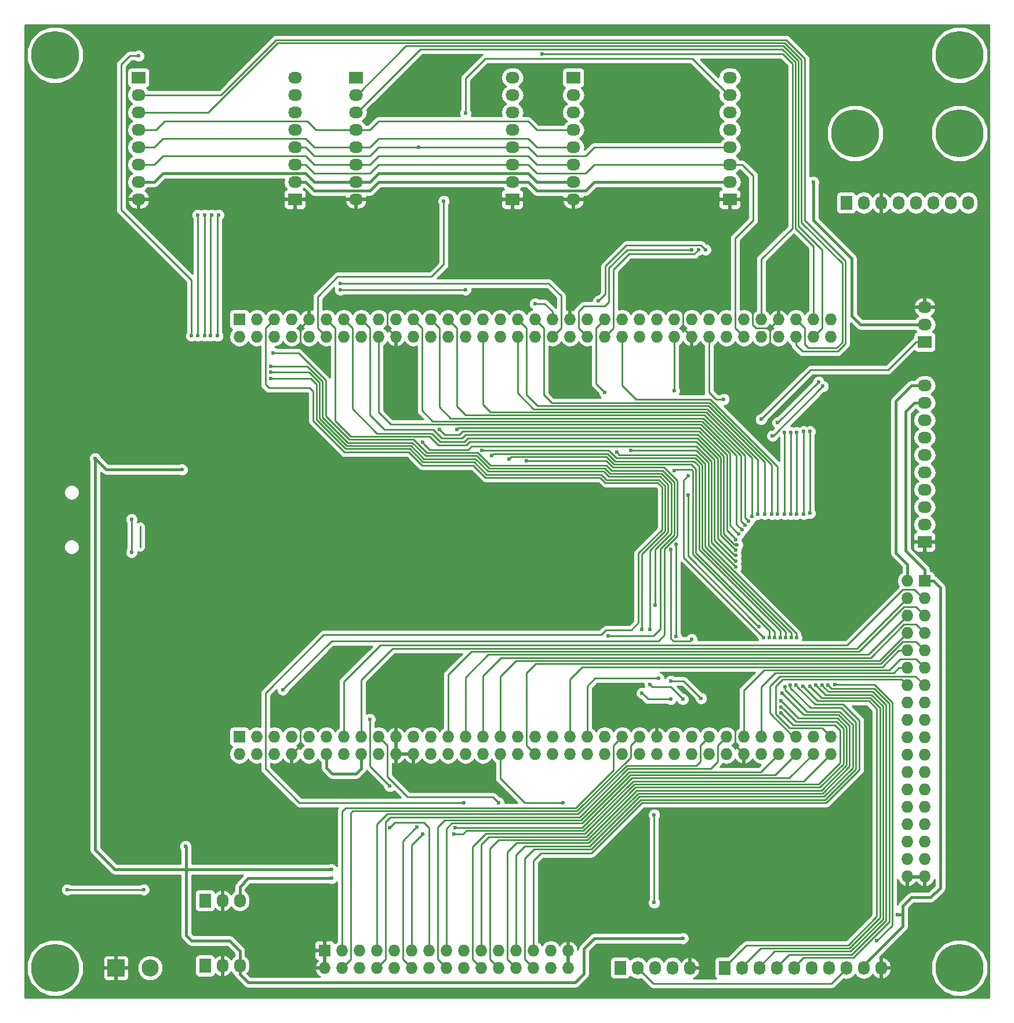
<source format=gbr>
G04 #@! TF.FileFunction,Copper,L2,Bot,Signal*
%FSLAX46Y46*%
G04 Gerber Fmt 4.6, Leading zero omitted, Abs format (unit mm)*
G04 Created by KiCad (PCBNEW 4.0.5) date 02/11/17 17:25:21*
%MOMM*%
%LPD*%
G01*
G04 APERTURE LIST*
%ADD10C,0.100000*%
%ADD11R,1.727200X1.727200*%
%ADD12O,1.727200X1.727200*%
%ADD13R,2.500000X2.500000*%
%ADD14C,2.500000*%
%ADD15R,1.727200X2.032000*%
%ADD16O,1.727200X2.032000*%
%ADD17R,2.032000X1.727200*%
%ADD18O,2.032000X1.727200*%
%ADD19C,7.000000*%
%ADD20C,0.600000*%
%ADD21C,0.250000*%
%ADD22C,0.400000*%
%ADD23C,0.254000*%
G04 APERTURE END LIST*
D10*
D11*
X63754000Y-126238000D03*
D12*
X63754000Y-128778000D03*
X66294000Y-126238000D03*
X66294000Y-128778000D03*
X68834000Y-126238000D03*
X68834000Y-128778000D03*
X71374000Y-126238000D03*
X71374000Y-128778000D03*
X73914000Y-126238000D03*
X73914000Y-128778000D03*
X76454000Y-126238000D03*
X76454000Y-128778000D03*
X78994000Y-126238000D03*
X78994000Y-128778000D03*
X81534000Y-126238000D03*
X81534000Y-128778000D03*
X84074000Y-126238000D03*
X84074000Y-128778000D03*
X86614000Y-126238000D03*
X86614000Y-128778000D03*
X89154000Y-126238000D03*
X89154000Y-128778000D03*
X91694000Y-126238000D03*
X91694000Y-128778000D03*
X94234000Y-126238000D03*
X94234000Y-128778000D03*
X96774000Y-126238000D03*
X96774000Y-128778000D03*
X99314000Y-126238000D03*
X99314000Y-128778000D03*
X101854000Y-126238000D03*
X101854000Y-128778000D03*
X104394000Y-126238000D03*
X104394000Y-128778000D03*
X106934000Y-126238000D03*
X106934000Y-128778000D03*
X109474000Y-126238000D03*
X109474000Y-128778000D03*
X112014000Y-126238000D03*
X112014000Y-128778000D03*
X114554000Y-126238000D03*
X114554000Y-128778000D03*
X117094000Y-126238000D03*
X117094000Y-128778000D03*
X119634000Y-126238000D03*
X119634000Y-128778000D03*
X122174000Y-126238000D03*
X122174000Y-128778000D03*
X124714000Y-126238000D03*
X124714000Y-128778000D03*
X127254000Y-126238000D03*
X127254000Y-128778000D03*
X129794000Y-126238000D03*
X129794000Y-128778000D03*
X132334000Y-126238000D03*
X132334000Y-128778000D03*
X134874000Y-126238000D03*
X134874000Y-128778000D03*
X137414000Y-126238000D03*
X137414000Y-128778000D03*
X139954000Y-126238000D03*
X139954000Y-128778000D03*
X142494000Y-126238000D03*
X142494000Y-128778000D03*
X145034000Y-126238000D03*
X145034000Y-128778000D03*
X147574000Y-126238000D03*
X147574000Y-128778000D03*
X150114000Y-126238000D03*
X150114000Y-128778000D03*
D13*
X45720000Y-160020000D03*
D14*
X50720000Y-160020000D03*
D15*
X152400000Y-48260000D03*
D16*
X154940000Y-48260000D03*
X157480000Y-48260000D03*
X160020000Y-48260000D03*
X162560000Y-48260000D03*
X165100000Y-48260000D03*
X167640000Y-48260000D03*
X170180000Y-48260000D03*
D11*
X63754000Y-65278000D03*
D12*
X63754000Y-67818000D03*
X66294000Y-65278000D03*
X66294000Y-67818000D03*
X68834000Y-65278000D03*
X68834000Y-67818000D03*
X71374000Y-65278000D03*
X71374000Y-67818000D03*
X73914000Y-65278000D03*
X73914000Y-67818000D03*
X76454000Y-65278000D03*
X76454000Y-67818000D03*
X78994000Y-65278000D03*
X78994000Y-67818000D03*
X81534000Y-65278000D03*
X81534000Y-67818000D03*
X84074000Y-65278000D03*
X84074000Y-67818000D03*
X86614000Y-65278000D03*
X86614000Y-67818000D03*
X89154000Y-65278000D03*
X89154000Y-67818000D03*
X91694000Y-65278000D03*
X91694000Y-67818000D03*
X94234000Y-65278000D03*
X94234000Y-67818000D03*
X96774000Y-65278000D03*
X96774000Y-67818000D03*
X99314000Y-65278000D03*
X99314000Y-67818000D03*
X101854000Y-65278000D03*
X101854000Y-67818000D03*
X104394000Y-65278000D03*
X104394000Y-67818000D03*
X106934000Y-65278000D03*
X106934000Y-67818000D03*
X109474000Y-65278000D03*
X109474000Y-67818000D03*
X112014000Y-65278000D03*
X112014000Y-67818000D03*
X114554000Y-65278000D03*
X114554000Y-67818000D03*
X117094000Y-65278000D03*
X117094000Y-67818000D03*
X119634000Y-65278000D03*
X119634000Y-67818000D03*
X122174000Y-65278000D03*
X122174000Y-67818000D03*
X124714000Y-65278000D03*
X124714000Y-67818000D03*
X127254000Y-65278000D03*
X127254000Y-67818000D03*
X129794000Y-65278000D03*
X129794000Y-67818000D03*
X132334000Y-65278000D03*
X132334000Y-67818000D03*
X134874000Y-65278000D03*
X134874000Y-67818000D03*
X137414000Y-65278000D03*
X137414000Y-67818000D03*
X139954000Y-65278000D03*
X139954000Y-67818000D03*
X142494000Y-65278000D03*
X142494000Y-67818000D03*
X145034000Y-65278000D03*
X145034000Y-67818000D03*
X147574000Y-65278000D03*
X147574000Y-67818000D03*
X150114000Y-65278000D03*
X150114000Y-67818000D03*
D15*
X134620000Y-160020000D03*
D16*
X137160000Y-160020000D03*
X139700000Y-160020000D03*
X142240000Y-160020000D03*
X144780000Y-160020000D03*
X147320000Y-160020000D03*
X149860000Y-160020000D03*
X152400000Y-160020000D03*
X154940000Y-160020000D03*
X157480000Y-160020000D03*
D15*
X119380000Y-160020000D03*
D16*
X121920000Y-160020000D03*
X124460000Y-160020000D03*
X127000000Y-160020000D03*
X129540000Y-160020000D03*
D17*
X49022000Y-29972000D03*
D18*
X49022000Y-32512000D03*
X49022000Y-35052000D03*
X49022000Y-37592000D03*
X49022000Y-40132000D03*
X49022000Y-42672000D03*
X49022000Y-45212000D03*
X49022000Y-47752000D03*
D17*
X80772000Y-29972000D03*
D18*
X80772000Y-32512000D03*
X80772000Y-35052000D03*
X80772000Y-37592000D03*
X80772000Y-40132000D03*
X80772000Y-42672000D03*
X80772000Y-45212000D03*
X80772000Y-47752000D03*
D17*
X112522000Y-29972000D03*
D18*
X112522000Y-32512000D03*
X112522000Y-35052000D03*
X112522000Y-37592000D03*
X112522000Y-40132000D03*
X112522000Y-42672000D03*
X112522000Y-45212000D03*
X112522000Y-47752000D03*
D17*
X71882000Y-47752000D03*
D18*
X71882000Y-45212000D03*
X71882000Y-42672000D03*
X71882000Y-40132000D03*
X71882000Y-37592000D03*
X71882000Y-35052000D03*
X71882000Y-32512000D03*
X71882000Y-29972000D03*
D17*
X103632000Y-47752000D03*
D18*
X103632000Y-45212000D03*
X103632000Y-42672000D03*
X103632000Y-40132000D03*
X103632000Y-37592000D03*
X103632000Y-35052000D03*
X103632000Y-32512000D03*
X103632000Y-29972000D03*
D17*
X135382000Y-47752000D03*
D18*
X135382000Y-45212000D03*
X135382000Y-42672000D03*
X135382000Y-40132000D03*
X135382000Y-37592000D03*
X135382000Y-35052000D03*
X135382000Y-32512000D03*
X135382000Y-29972000D03*
D15*
X58737500Y-150177500D03*
D16*
X61277500Y-150177500D03*
X63817500Y-150177500D03*
D15*
X58737500Y-159702500D03*
D16*
X61277500Y-159702500D03*
X63817500Y-159702500D03*
D17*
X163830000Y-68580000D03*
D18*
X163830000Y-66040000D03*
X163830000Y-63500000D03*
D17*
X163830000Y-97790000D03*
D18*
X163830000Y-95250000D03*
X163830000Y-92710000D03*
X163830000Y-90170000D03*
X163830000Y-87630000D03*
X163830000Y-85090000D03*
X163830000Y-82550000D03*
X163830000Y-80010000D03*
X163830000Y-77470000D03*
X163830000Y-74930000D03*
D11*
X163830000Y-103505000D03*
D12*
X161290000Y-103505000D03*
X163830000Y-106045000D03*
X161290000Y-106045000D03*
X163830000Y-108585000D03*
X161290000Y-108585000D03*
X163830000Y-111125000D03*
X161290000Y-111125000D03*
X163830000Y-113665000D03*
X161290000Y-113665000D03*
X163830000Y-116205000D03*
X161290000Y-116205000D03*
X163830000Y-118745000D03*
X161290000Y-118745000D03*
X163830000Y-121285000D03*
X161290000Y-121285000D03*
X163830000Y-123825000D03*
X161290000Y-123825000D03*
X163830000Y-126365000D03*
X161290000Y-126365000D03*
X163830000Y-128905000D03*
X161290000Y-128905000D03*
X163830000Y-131445000D03*
X161290000Y-131445000D03*
X163830000Y-133985000D03*
X161290000Y-133985000D03*
X163830000Y-136525000D03*
X161290000Y-136525000D03*
X163830000Y-139065000D03*
X161290000Y-139065000D03*
X163830000Y-141605000D03*
X161290000Y-141605000D03*
X163830000Y-144145000D03*
X161290000Y-144145000D03*
X163830000Y-146685000D03*
X161290000Y-146685000D03*
D11*
X76200000Y-157480000D03*
D12*
X76200000Y-160020000D03*
X78740000Y-157480000D03*
X78740000Y-160020000D03*
X81280000Y-157480000D03*
X81280000Y-160020000D03*
X83820000Y-157480000D03*
X83820000Y-160020000D03*
X86360000Y-157480000D03*
X86360000Y-160020000D03*
X88900000Y-157480000D03*
X88900000Y-160020000D03*
X91440000Y-157480000D03*
X91440000Y-160020000D03*
X93980000Y-157480000D03*
X93980000Y-160020000D03*
X96520000Y-157480000D03*
X96520000Y-160020000D03*
X99060000Y-157480000D03*
X99060000Y-160020000D03*
X101600000Y-157480000D03*
X101600000Y-160020000D03*
X104140000Y-157480000D03*
X104140000Y-160020000D03*
X106680000Y-157480000D03*
X106680000Y-160020000D03*
X109220000Y-157480000D03*
X109220000Y-160020000D03*
X111760000Y-157480000D03*
X111760000Y-160020000D03*
D19*
X36830000Y-26670000D03*
D20*
X39455000Y-26670000D03*
X38686155Y-28526155D03*
X36830000Y-29295000D03*
X34973845Y-28526155D03*
X34205000Y-26670000D03*
X34973845Y-24813845D03*
X36830000Y-24045000D03*
X38686155Y-24813845D03*
D19*
X168910000Y-26670000D03*
D20*
X171535000Y-26670000D03*
X170766155Y-28526155D03*
X168910000Y-29295000D03*
X167053845Y-28526155D03*
X166285000Y-26670000D03*
X167053845Y-24813845D03*
X168910000Y-24045000D03*
X170766155Y-24813845D03*
D19*
X168910000Y-160020000D03*
D20*
X171535000Y-160020000D03*
X170766155Y-161876155D03*
X168910000Y-162645000D03*
X167053845Y-161876155D03*
X166285000Y-160020000D03*
X167053845Y-158163845D03*
X168910000Y-157395000D03*
X170766155Y-158163845D03*
D19*
X36830000Y-160020000D03*
D20*
X39455000Y-160020000D03*
X38686155Y-161876155D03*
X36830000Y-162645000D03*
X34973845Y-161876155D03*
X34205000Y-160020000D03*
X34973845Y-158163845D03*
X36830000Y-157395000D03*
X38686155Y-158163845D03*
D19*
X168910000Y-38100000D03*
D20*
X171535000Y-38100000D03*
X170766155Y-39956155D03*
X168910000Y-40725000D03*
X167053845Y-39956155D03*
X166285000Y-38100000D03*
X167053845Y-36243845D03*
X168910000Y-35475000D03*
X170766155Y-36243845D03*
D19*
X153670000Y-38100000D03*
D20*
X156295000Y-38100000D03*
X155526155Y-39956155D03*
X153670000Y-40725000D03*
X151813845Y-39956155D03*
X151045000Y-38100000D03*
X151813845Y-36243845D03*
X153670000Y-35475000D03*
X155526155Y-36243845D03*
X70104000Y-119380000D03*
X105664000Y-85966946D03*
X106934000Y-62992000D03*
X38608000Y-148590000D03*
X49784000Y-148590000D03*
X125476000Y-34036000D03*
X125476000Y-47752000D03*
X89916000Y-33528000D03*
X76073000Y-118745000D03*
X113284000Y-71120000D03*
X111760000Y-147447000D03*
X137922000Y-137541000D03*
X155575000Y-146685000D03*
X134747000Y-107950000D03*
X85344000Y-62738000D03*
X147574000Y-45212000D03*
X77216000Y-146939000D03*
X42672000Y-85598000D03*
X128524000Y-155702000D03*
X159893000Y-152273000D03*
X77216000Y-145669000D03*
X55880000Y-142240000D03*
X55372000Y-87249000D03*
X110998000Y-135890000D03*
X124333000Y-150495000D03*
X124333000Y-137668000D03*
X48006000Y-94488000D03*
X48006000Y-99314000D03*
X59563000Y-67691000D03*
X59690000Y-50038000D03*
X124460000Y-107061000D03*
X68326000Y-72136000D03*
X58674000Y-67691000D03*
X124967982Y-117729000D03*
X58674000Y-50038000D03*
X60579000Y-67691000D03*
X60706000Y-50038000D03*
X117602000Y-111506000D03*
X68707000Y-70231000D03*
X148336000Y-74422000D03*
X127508000Y-98171000D03*
X127508000Y-111633000D03*
X142367000Y-80391000D03*
X126746000Y-98933000D03*
X141605000Y-82296000D03*
X148971000Y-75057000D03*
X129794000Y-112014000D03*
X128524000Y-120777000D03*
X57658000Y-67691000D03*
X68326000Y-73025000D03*
X123698000Y-110617000D03*
X123698000Y-118618000D03*
X57658000Y-50038000D03*
X49022000Y-26797000D03*
X131191000Y-120650000D03*
X126746000Y-118110000D03*
X126746000Y-120777000D03*
X122555000Y-110617000D03*
X68326000Y-73914000D03*
X56769000Y-67691000D03*
X122555000Y-119888000D03*
X139633949Y-110175051D03*
X129286000Y-90932000D03*
X136271000Y-100584000D03*
X147066000Y-118872000D03*
X93599000Y-48006000D03*
X136275181Y-99773409D03*
X147955000Y-118745000D03*
X96774000Y-60960000D03*
X78486000Y-60960000D03*
X96774000Y-35179000D03*
X136228175Y-98974779D03*
X148844000Y-118745000D03*
X89916000Y-40132000D03*
X90487771Y-83248229D03*
X136272682Y-101471318D03*
X146050000Y-118872000D03*
X136457312Y-98208283D03*
X92964000Y-81407000D03*
X149733000Y-118745000D03*
X136255331Y-97434189D03*
X156845000Y-156083000D03*
X95504000Y-81407000D03*
X150749000Y-118605946D03*
X78486000Y-60071000D03*
X131826000Y-55118000D03*
X116205000Y-62611000D03*
X129794000Y-55118000D03*
X130810000Y-55118000D03*
X107949996Y-26543000D03*
X101600000Y-135890000D03*
X95250000Y-139547600D03*
X89662000Y-139446000D03*
X90551018Y-140462000D03*
X95097600Y-140462000D03*
X85725000Y-133477000D03*
X82804000Y-123698000D03*
X85725000Y-139573000D03*
X96520000Y-135890000D03*
X139954000Y-79883000D03*
X99187271Y-84454728D03*
X143535052Y-111760000D03*
X143453043Y-118999000D03*
X142735039Y-111760000D03*
X143003032Y-119888000D03*
X100584000Y-85217000D03*
X141935026Y-111760000D03*
X142875000Y-121031000D03*
X103124000Y-85725000D03*
X118874387Y-84706613D03*
X144335065Y-111760000D03*
X144184824Y-118675712D03*
X120904000Y-84455000D03*
X117094000Y-75946000D03*
X145034000Y-118745000D03*
X145135078Y-111760000D03*
X141135013Y-111760000D03*
X142875000Y-121920000D03*
X127254000Y-75692000D03*
X127254000Y-87376000D03*
X134493000Y-76962000D03*
X142875000Y-122809000D03*
X140335000Y-111760000D03*
X129286000Y-88138000D03*
X136652000Y-96647000D03*
X137155201Y-96025062D03*
X137631748Y-95382471D03*
X138136012Y-94761394D03*
X138609104Y-94116256D03*
X140462000Y-93726000D03*
X139446000Y-93726000D03*
X141478000Y-93726000D03*
X143383000Y-93726000D03*
X143383000Y-81788000D03*
X142367000Y-93726000D03*
X144272000Y-81788000D03*
X144272000Y-93726000D03*
X145161000Y-81788000D03*
X145161000Y-93726000D03*
X146177000Y-81661000D03*
X146177000Y-93726000D03*
X147066000Y-81661000D03*
X147066000Y-93599000D03*
D21*
X49276000Y-98552000D02*
X49276000Y-95504000D01*
X70403999Y-119080001D02*
X70104000Y-119380000D01*
X124968000Y-112268000D02*
X77216000Y-112268000D01*
X125857000Y-98813053D02*
X125857000Y-111379000D01*
X125857000Y-111379000D02*
X124968000Y-112268000D01*
X127726055Y-96944000D02*
X125857000Y-98813053D01*
X127726055Y-88857000D02*
X127726055Y-96944000D01*
X117341589Y-85966946D02*
X118278588Y-86903945D01*
X105664000Y-85966946D02*
X117341589Y-85966946D01*
X118278588Y-86903945D02*
X125773000Y-86903945D01*
X125773000Y-86903945D02*
X127726055Y-88857000D01*
X77216000Y-112268000D02*
X70403999Y-119080001D01*
X109474000Y-64135000D02*
X108331000Y-62992000D01*
X108331000Y-62992000D02*
X106934000Y-62992000D01*
X109474000Y-64135000D02*
X109474000Y-65278000D01*
X38608000Y-148590000D02*
X49784000Y-148590000D01*
X135382000Y-47752000D02*
X125476000Y-47752000D01*
X72644000Y-125349000D02*
X72644000Y-122174000D01*
X72644000Y-122174000D02*
X76073000Y-118745000D01*
X113284000Y-71120000D02*
X113284000Y-72390000D01*
X111760000Y-157480000D02*
X111760000Y-147447000D01*
X137922000Y-137541000D02*
X137922000Y-138938000D01*
X155575000Y-146685000D02*
X154051000Y-146685000D01*
X71374000Y-128778000D02*
X72644000Y-127508000D01*
X72644000Y-127508000D02*
X72644000Y-125349000D01*
X72644000Y-125349000D02*
X72644000Y-125222000D01*
X137414000Y-128778000D02*
X136144000Y-127508000D01*
X136144000Y-125222000D02*
X136144000Y-124968000D01*
X136144000Y-127508000D02*
X136144000Y-125222000D01*
X138684000Y-64008000D02*
X138684000Y-64516000D01*
X139192000Y-66548000D02*
X138684000Y-66040000D01*
X138684000Y-66040000D02*
X138684000Y-64516000D01*
X139192000Y-66548000D02*
X141224000Y-66548000D01*
X142494000Y-65278000D02*
X141224000Y-66548000D01*
X141224000Y-66548000D02*
X141224000Y-69088000D01*
X129794000Y-67818000D02*
X128524000Y-66548000D01*
X128524000Y-66548000D02*
X128524000Y-64135000D01*
X85344000Y-62738000D02*
X85344000Y-63754000D01*
X85344000Y-66548000D02*
X85344000Y-63754000D01*
X85344000Y-66548000D02*
X86614000Y-67818000D01*
X73914000Y-65278000D02*
X72644000Y-66548000D01*
X72644000Y-68834000D02*
X72771000Y-68834000D01*
X72644000Y-66548000D02*
X72644000Y-68834000D01*
D22*
X147574000Y-48260000D02*
X147574000Y-50800000D01*
X147574000Y-50800000D02*
X153162000Y-56388000D01*
X153162000Y-56388000D02*
X153162000Y-59436000D01*
X147574000Y-45212000D02*
X147574000Y-48260000D01*
X163830000Y-66040000D02*
X154432000Y-66040000D01*
X153162000Y-64770000D02*
X154432000Y-66040000D01*
X153162000Y-59436000D02*
X153162000Y-64770000D01*
X72136000Y-146939000D02*
X77216000Y-146939000D01*
X63817500Y-148145500D02*
X63817500Y-150177500D01*
X65024000Y-146939000D02*
X63817500Y-148145500D01*
X72136000Y-146939000D02*
X65024000Y-146939000D01*
X161290000Y-103505000D02*
X161290000Y-101092000D01*
X161290000Y-101092000D02*
X159639000Y-99441000D01*
X159639000Y-99441000D02*
X159639000Y-77216000D01*
X159639000Y-77216000D02*
X161925000Y-74930000D01*
X161925000Y-74930000D02*
X163830000Y-74930000D01*
X103632000Y-45212000D02*
X84074000Y-45212000D01*
X73406000Y-45212000D02*
X71882000Y-45212000D01*
X74676000Y-46482000D02*
X73406000Y-45212000D01*
X82804000Y-46482000D02*
X74676000Y-46482000D01*
X84074000Y-45212000D02*
X82804000Y-46482000D01*
X135382000Y-45212000D02*
X115570000Y-45212000D01*
X105918000Y-45212000D02*
X103632000Y-45212000D01*
X107188000Y-46482000D02*
X105918000Y-45212000D01*
X114300000Y-46482000D02*
X107188000Y-46482000D01*
X115570000Y-45212000D02*
X114300000Y-46482000D01*
X56007000Y-145669000D02*
X45593000Y-145669000D01*
X42672000Y-142748000D02*
X42672000Y-85598000D01*
X45593000Y-145669000D02*
X42672000Y-142748000D01*
X107696000Y-162179000D02*
X112776000Y-162179000D01*
X107696000Y-162179000D02*
X65024000Y-162179000D01*
X114046000Y-160909000D02*
X112776000Y-162179000D01*
X114046000Y-157226000D02*
X114046000Y-160909000D01*
X115570000Y-155702000D02*
X114046000Y-157226000D01*
X128524000Y-155702000D02*
X115570000Y-155702000D01*
X160655000Y-152273000D02*
X159893000Y-152273000D01*
X63817500Y-160972500D02*
X65024000Y-162179000D01*
X63817500Y-160972500D02*
X63817500Y-159702500D01*
X72136000Y-145669000D02*
X77216000Y-145669000D01*
X72136000Y-145669000D02*
X57658000Y-145669000D01*
X57658000Y-145669000D02*
X56007000Y-145669000D01*
X56769000Y-156083000D02*
X62357000Y-156083000D01*
X56007000Y-145669000D02*
X56007000Y-155321000D01*
X56007000Y-155321000D02*
X56769000Y-156083000D01*
X63817500Y-157543500D02*
X63817500Y-159702500D01*
X62357000Y-156083000D02*
X63817500Y-157543500D01*
X56007000Y-142367000D02*
X56007000Y-145669000D01*
X55880000Y-142240000D02*
X56007000Y-142367000D01*
X81534000Y-128778000D02*
X81534000Y-130937000D01*
X76454000Y-130810000D02*
X76454000Y-128778000D01*
X77343000Y-131699000D02*
X76454000Y-130810000D01*
X80772000Y-131699000D02*
X77343000Y-131699000D01*
X81534000Y-130937000D02*
X80772000Y-131699000D01*
X44323000Y-87249000D02*
X55372000Y-87249000D01*
X42672000Y-85598000D02*
X44323000Y-87249000D01*
X154940000Y-160020000D02*
X154940000Y-159639000D01*
X154940000Y-159639000D02*
X160655000Y-153924000D01*
X160655000Y-153924000D02*
X160655000Y-152273000D01*
X160655000Y-152273000D02*
X160655000Y-151003000D01*
X160655000Y-151003000D02*
X161925000Y-149733000D01*
X161925000Y-149733000D02*
X164719000Y-149733000D01*
X164719000Y-149733000D02*
X166116000Y-148336000D01*
X166116000Y-148336000D02*
X166116000Y-104521000D01*
X166116000Y-104521000D02*
X165100000Y-103505000D01*
X165100000Y-103505000D02*
X163830000Y-103505000D01*
X163830000Y-103505000D02*
X163830000Y-101854000D01*
X163830000Y-101854000D02*
X161036000Y-99060000D01*
X161036000Y-99060000D02*
X161036000Y-78740000D01*
X161036000Y-78740000D02*
X162306000Y-77470000D01*
X162306000Y-77470000D02*
X163830000Y-77470000D01*
X80772000Y-45212000D02*
X74676000Y-45212000D01*
X51308000Y-45212000D02*
X49022000Y-45212000D01*
X52578000Y-43942000D02*
X51308000Y-45212000D01*
X73406000Y-43942000D02*
X52578000Y-43942000D01*
X74676000Y-45212000D02*
X73406000Y-43942000D01*
X112522000Y-45212000D02*
X107188000Y-45212000D01*
X82804000Y-45212000D02*
X80772000Y-45212000D01*
X84074000Y-43942000D02*
X82804000Y-45212000D01*
X105918000Y-43942000D02*
X84074000Y-43942000D01*
X107188000Y-45212000D02*
X105918000Y-43942000D01*
D21*
X101854000Y-128778000D02*
X101854000Y-132334000D01*
X101854000Y-132334000D02*
X105410000Y-135890000D01*
X105410000Y-135890000D02*
X110998000Y-135890000D01*
X124333000Y-137668000D02*
X124333000Y-150495000D01*
X48006000Y-99314000D02*
X48006000Y-94488000D01*
X59563000Y-67691000D02*
X59563000Y-50165000D01*
X59563000Y-50165000D02*
X59690000Y-50038000D01*
X68750264Y-72136000D02*
X68326000Y-72136000D01*
X117143788Y-87041967D02*
X100254198Y-87041967D01*
X89020210Y-83300978D02*
X79622208Y-83300978D01*
X117905788Y-87803967D02*
X117143788Y-87041967D01*
X124460000Y-107061000D02*
X124460000Y-98937233D01*
X100254198Y-87041967D02*
X98418206Y-85205975D01*
X90925206Y-85205975D02*
X89020210Y-83300978D01*
X98418206Y-85205975D02*
X90925206Y-85205975D01*
X75899033Y-79577803D02*
X75899033Y-74372211D01*
X75899033Y-74372211D02*
X73662822Y-72136000D01*
X73662822Y-72136000D02*
X68750264Y-72136000D01*
X125400200Y-87803967D02*
X117905788Y-87803967D01*
X79622208Y-83300978D02*
X75899033Y-79577803D01*
X126826033Y-89229800D02*
X125400200Y-87803967D01*
X126826033Y-96571200D02*
X126826033Y-89229800D01*
X124460000Y-98937233D02*
X126826033Y-96571200D01*
X124543718Y-117729000D02*
X124967982Y-117729000D01*
X115697000Y-117729000D02*
X124543718Y-117729000D01*
X114554000Y-118872000D02*
X115697000Y-117729000D01*
X114554000Y-126238000D02*
X114554000Y-118872000D01*
X58674000Y-50038000D02*
X58674000Y-67691000D01*
X60579000Y-67691000D02*
X60579000Y-50165000D01*
X60579000Y-50165000D02*
X60706000Y-50038000D01*
X69131264Y-70231000D02*
X68707000Y-70231000D01*
X100440598Y-86591956D02*
X98604606Y-84755964D01*
X89206610Y-82850967D02*
X79808607Y-82850967D01*
X76349044Y-74185811D02*
X72394233Y-70231000D01*
X98604606Y-84755964D02*
X91111606Y-84755964D01*
X76349044Y-79391404D02*
X76349044Y-74185811D01*
X117602000Y-111506000D02*
X124206000Y-111506000D01*
X117330188Y-86591956D02*
X100440598Y-86591956D01*
X125222000Y-98811643D02*
X127276044Y-96757600D01*
X125586600Y-87353956D02*
X118092188Y-87353956D01*
X127276044Y-96757600D02*
X127276044Y-89043400D01*
X124206000Y-111506000D02*
X125222000Y-110490000D01*
X118092188Y-87353956D02*
X117330188Y-86591956D01*
X125222000Y-110490000D02*
X125222000Y-98811643D01*
X79808607Y-82850967D02*
X76349044Y-79391404D01*
X91111606Y-84755964D02*
X89206610Y-82850967D01*
X72394233Y-70231000D02*
X69131264Y-70231000D01*
X127276044Y-89043400D02*
X125586600Y-87353956D01*
X148336000Y-74422000D02*
X142367000Y-80391000D01*
X127508000Y-98171000D02*
X127508000Y-98679000D01*
X127508000Y-98679000D02*
X127508000Y-111633000D01*
X129540000Y-112268000D02*
X129794000Y-112014000D01*
X127127000Y-112268000D02*
X129540000Y-112268000D01*
X126746000Y-111887000D02*
X127127000Y-112268000D01*
X126746000Y-98933000D02*
X126746000Y-111887000D01*
X141732000Y-82296000D02*
X141605000Y-82296000D01*
X148971000Y-75057000D02*
X141732000Y-82296000D01*
X126746000Y-118999000D02*
X124079000Y-118999000D01*
X128524000Y-120777000D02*
X126746000Y-118999000D01*
X57658000Y-67691000D02*
X57658000Y-50038000D01*
X125213800Y-88253978D02*
X117719388Y-88253978D01*
X79435809Y-83750989D02*
X75449022Y-79764202D01*
X90738809Y-85655989D02*
X88833810Y-83750989D01*
X75449022Y-79764202D02*
X75449022Y-74558611D01*
X126376022Y-96384800D02*
X126376022Y-89416200D01*
X75449022Y-74558611D02*
X73915411Y-73025000D01*
X116957388Y-87491978D02*
X100067798Y-87491978D01*
X123698000Y-99062820D02*
X126376022Y-96384800D01*
X100067798Y-87491978D02*
X98231810Y-85655989D01*
X98231810Y-85655989D02*
X90738809Y-85655989D01*
X117719388Y-88253978D02*
X116957388Y-87491978D01*
X73915411Y-73025000D02*
X68750264Y-73025000D01*
X123698000Y-110617000D02*
X123698000Y-99062820D01*
X68750264Y-73025000D02*
X68326000Y-73025000D01*
X88833810Y-83750989D02*
X79435809Y-83750989D01*
X126376022Y-89416200D02*
X125213800Y-88253978D01*
X124079000Y-118999000D02*
X123997999Y-118917999D01*
X123997999Y-118917999D02*
X123698000Y-118618000D01*
X56769000Y-67691000D02*
X56769000Y-59563000D01*
X131191000Y-120650000D02*
X128651000Y-118110000D01*
X128651000Y-118110000D02*
X126746000Y-118110000D01*
X47752000Y-26797000D02*
X49022000Y-26797000D01*
X48006000Y-50800000D02*
X46482000Y-49276000D01*
X46482000Y-49276000D02*
X46482000Y-28067000D01*
X46482000Y-28067000D02*
X47752000Y-26797000D01*
X90552410Y-86106000D02*
X88647410Y-84201000D01*
X125926011Y-89602600D02*
X125027400Y-88703989D01*
X117407400Y-88703989D02*
X116645400Y-87941989D01*
X68750264Y-73914000D02*
X68326000Y-73914000D01*
X74999011Y-79950601D02*
X74999011Y-74745011D01*
X122555000Y-110617000D02*
X122555000Y-99569410D01*
X125926011Y-96198400D02*
X125926011Y-89602600D01*
X125027400Y-88703989D02*
X117407400Y-88703989D01*
X116645400Y-87941989D02*
X99881399Y-87941989D01*
X99881399Y-87941989D02*
X98045410Y-86106000D01*
X98045410Y-86106000D02*
X90552410Y-86106000D01*
X88647410Y-84201000D02*
X79249410Y-84201000D01*
X79249410Y-84201000D02*
X74999011Y-79950601D01*
X74999011Y-74745011D02*
X74168000Y-73914000D01*
X74168000Y-73914000D02*
X68750264Y-73914000D01*
X122555000Y-99569410D02*
X125926011Y-96198400D01*
X123444000Y-120777000D02*
X122854999Y-120187999D01*
X126746000Y-120777000D02*
X123444000Y-120777000D01*
X122854999Y-120187999D02*
X122555000Y-119888000D01*
X56769000Y-59563000D02*
X48006000Y-50800000D01*
X139333950Y-109875052D02*
X139633949Y-110175051D01*
X129286000Y-90932000D02*
X129286000Y-99827102D01*
X129286000Y-99827102D02*
X139333950Y-109875052D01*
X92837000Y-83693000D02*
X91544956Y-82400956D01*
X97409000Y-83185000D02*
X96901000Y-83693000D01*
X136271000Y-100584000D02*
X136162641Y-100584000D01*
X77724000Y-66548000D02*
X77317599Y-66141599D01*
X96901000Y-83693000D02*
X92837000Y-83693000D01*
X91544956Y-82400956D02*
X79995006Y-82400956D01*
X130507888Y-83185000D02*
X97409000Y-83185000D01*
X133140088Y-97561447D02*
X133140088Y-85817200D01*
X77724000Y-80129950D02*
X77724000Y-66548000D01*
X77317599Y-66141599D02*
X76454000Y-65278000D01*
X133140088Y-85817200D02*
X130507888Y-83185000D01*
X136162641Y-100584000D02*
X133140088Y-97561447D01*
X79995006Y-82400956D02*
X77724000Y-80129950D01*
X148774989Y-120580989D02*
X147365999Y-119171999D01*
X139859589Y-157168011D02*
X152833348Y-157168011D01*
X157295011Y-121987600D02*
X155888400Y-120580989D01*
X137160000Y-160020000D02*
X137160000Y-159867600D01*
X147365999Y-119171999D02*
X147066000Y-118872000D01*
X137160000Y-159867600D02*
X139859589Y-157168011D01*
X152833348Y-157168011D02*
X157295011Y-152706349D01*
X157295011Y-152706349D02*
X157295011Y-121987600D01*
X155888400Y-120580989D02*
X148774989Y-120580989D01*
X93599000Y-57277000D02*
X93599000Y-48006000D01*
X75184000Y-66548000D02*
X75184000Y-61976000D01*
X75184000Y-61976000D02*
X78105000Y-59055000D01*
X78105000Y-59055000D02*
X91821000Y-59055000D01*
X91821000Y-59055000D02*
X93599000Y-57277000D01*
X76454000Y-67818000D02*
X75184000Y-66548000D01*
X83855945Y-81950945D02*
X91856945Y-81950945D01*
X136104437Y-99773409D02*
X136275181Y-99773409D01*
X93091000Y-83185000D02*
X96647000Y-83185000D01*
X130636299Y-82677000D02*
X133590099Y-85630800D01*
X80264000Y-66548000D02*
X80264000Y-78359000D01*
X78994000Y-65278000D02*
X80264000Y-66548000D01*
X96647000Y-83185000D02*
X97155000Y-82677000D01*
X91856945Y-81950945D02*
X93091000Y-83185000D01*
X133590099Y-97259071D02*
X136104437Y-99773409D01*
X97155000Y-82677000D02*
X130636299Y-82677000D01*
X80264000Y-78359000D02*
X83855945Y-81950945D01*
X133590099Y-85630800D02*
X133590099Y-97259071D01*
X148254999Y-119044999D02*
X147955000Y-118745000D01*
X157745022Y-152892748D02*
X157745022Y-121801200D01*
X149340978Y-120130978D02*
X148254999Y-119044999D01*
X153019747Y-157618022D02*
X157745022Y-152892748D01*
X141949578Y-157618022D02*
X153019747Y-157618022D01*
X139700000Y-159867600D02*
X141949578Y-157618022D01*
X139700000Y-160020000D02*
X139700000Y-159867600D01*
X156074800Y-120130978D02*
X149340978Y-120130978D01*
X157745022Y-121801200D02*
X156074800Y-120130978D01*
X95631000Y-60960000D02*
X96774000Y-60960000D01*
X78486000Y-60960000D02*
X95631000Y-60960000D01*
X99704999Y-27168001D02*
X129885601Y-27168001D01*
X96774000Y-35179000D02*
X96774000Y-30099000D01*
X96774000Y-30099000D02*
X99704999Y-27168001D01*
X129885601Y-27168001D02*
X135229600Y-32512000D01*
X135229600Y-32512000D02*
X135382000Y-32512000D01*
X134040110Y-85444400D02*
X134040110Y-96786714D01*
X135928176Y-98674780D02*
X136228175Y-98974779D01*
X134040110Y-96786714D02*
X135928176Y-98674780D01*
X96774000Y-82169000D02*
X130764710Y-82169000D01*
X82804000Y-79248000D02*
X84963000Y-81407000D01*
X82804000Y-66548000D02*
X82804000Y-79248000D01*
X81534000Y-65278000D02*
X82804000Y-66548000D01*
X93345000Y-82677000D02*
X96266000Y-82677000D01*
X84963000Y-81407000D02*
X92075000Y-81407000D01*
X130764710Y-82169000D02*
X134040110Y-85444400D01*
X92075000Y-81407000D02*
X93345000Y-82677000D01*
X96266000Y-82677000D02*
X96774000Y-82169000D01*
X149779967Y-119680967D02*
X149143999Y-119044999D01*
X149143999Y-119044999D02*
X148844000Y-118745000D01*
X158195033Y-153079147D02*
X158195033Y-121614800D01*
X153206146Y-158068033D02*
X158195033Y-153079147D01*
X142240000Y-160020000D02*
X142240000Y-159867600D01*
X156261200Y-119680967D02*
X149779967Y-119680967D01*
X142240000Y-159867600D02*
X144039567Y-158068033D01*
X158195033Y-121614800D02*
X156261200Y-119680967D01*
X144039567Y-158068033D02*
X153206146Y-158068033D01*
X103632000Y-40132000D02*
X105918000Y-40132000D01*
X135382000Y-40132000D02*
X115570000Y-40132000D01*
X115570000Y-40132000D02*
X114300000Y-41402000D01*
X114300000Y-41402000D02*
X107188000Y-41402000D01*
X107188000Y-41402000D02*
X105918000Y-40132000D01*
X73406000Y-40132000D02*
X71882000Y-40132000D01*
X105918000Y-40132000D02*
X89916000Y-40132000D01*
X89916000Y-40132000D02*
X84074000Y-40132000D01*
X84074000Y-40132000D02*
X82804000Y-41402000D01*
X82804000Y-41402000D02*
X74676000Y-41402000D01*
X74676000Y-41402000D02*
X73406000Y-40132000D01*
X97663000Y-83820000D02*
X97177044Y-84305956D01*
X91545498Y-84305956D02*
X90787770Y-83548228D01*
X97177044Y-84305956D02*
X91545498Y-84305956D01*
X90787770Y-83548228D02*
X90487771Y-83248229D01*
X130506477Y-83820000D02*
X97663000Y-83820000D01*
X136272682Y-101471318D02*
X132690077Y-97888713D01*
X132690077Y-97888713D02*
X132690077Y-86003600D01*
X132690077Y-86003600D02*
X130506477Y-83820000D01*
X134620000Y-159867600D02*
X137769600Y-156718000D01*
X148209000Y-121031000D02*
X146349999Y-119171999D01*
X156845000Y-152519950D02*
X156845000Y-122174000D01*
X137769600Y-156718000D02*
X152646949Y-156718000D01*
X134620000Y-160020000D02*
X134620000Y-159867600D01*
X152646949Y-156718000D02*
X156845000Y-152519950D01*
X156845000Y-122174000D02*
X155702000Y-121031000D01*
X155702000Y-121031000D02*
X148209000Y-121031000D01*
X146349999Y-119171999D02*
X146050000Y-118872000D01*
X134490121Y-96592964D02*
X136105440Y-98208283D01*
X136105440Y-98208283D02*
X136457312Y-98208283D01*
X92964000Y-81407000D02*
X93726000Y-82169000D01*
X134490121Y-85258000D02*
X134490121Y-96592964D01*
X93726000Y-82169000D02*
X95885000Y-82169000D01*
X96393000Y-81661000D02*
X130893121Y-81661000D01*
X130893121Y-81661000D02*
X134490121Y-85258000D01*
X95885000Y-82169000D02*
X96393000Y-81661000D01*
X144780000Y-160020000D02*
X144780000Y-159867600D01*
X146129556Y-158518044D02*
X153392545Y-158518044D01*
X153392545Y-158518044D02*
X158645044Y-153265546D01*
X156447600Y-119230956D02*
X150218956Y-119230956D01*
X150218956Y-119230956D02*
X150032999Y-119044999D01*
X144780000Y-159867600D02*
X146129556Y-158518044D01*
X158645044Y-153265546D02*
X158645044Y-121428400D01*
X150032999Y-119044999D02*
X149733000Y-118745000D01*
X158645044Y-121428400D02*
X156447600Y-119230956D01*
X134940132Y-96118990D02*
X135955332Y-97134190D01*
X135955332Y-97134190D02*
X136255331Y-97434189D01*
X134940132Y-85071600D02*
X134940132Y-96118990D01*
X130975533Y-81107001D02*
X134940132Y-85071600D01*
X95803999Y-81107001D02*
X130975533Y-81107001D01*
X95504000Y-81407000D02*
X95803999Y-81107001D01*
X159095055Y-153416000D02*
X159095055Y-153832945D01*
X159095055Y-153832945D02*
X156845000Y-156083000D01*
X150749000Y-118605946D02*
X156459001Y-118605946D01*
X156459001Y-118605946D02*
X159095055Y-121242000D01*
X159095055Y-121242000D02*
X159095055Y-153416000D01*
X159095055Y-153416000D02*
X159095055Y-153451945D01*
X147320000Y-160172400D02*
X147320000Y-160020000D01*
X110744000Y-66548000D02*
X110744000Y-61849000D01*
X110744000Y-61849000D02*
X109093000Y-60198000D01*
X110744000Y-66548000D02*
X109474000Y-67818000D01*
X108966000Y-60071000D02*
X109093000Y-60198000D01*
X108204000Y-60071000D02*
X108966000Y-60071000D01*
X78486000Y-60071000D02*
X108204000Y-60071000D01*
X131826000Y-55118000D02*
X131191000Y-54483000D01*
X120269000Y-54483000D02*
X131191000Y-54483000D01*
X117221000Y-57531000D02*
X120269000Y-54483000D01*
X117221000Y-61595000D02*
X117221000Y-57531000D01*
X116205000Y-62611000D02*
X117221000Y-61595000D01*
X113284000Y-66548000D02*
X113284000Y-64135000D01*
X114554000Y-67818000D02*
X113284000Y-66548000D01*
X120396000Y-55118000D02*
X129794000Y-55118000D01*
X117729000Y-57785000D02*
X120396000Y-55118000D01*
X117729000Y-62738000D02*
X117729000Y-57785000D01*
X117094000Y-63373000D02*
X117729000Y-62738000D01*
X114046000Y-63373000D02*
X117094000Y-63373000D01*
X113284000Y-64135000D02*
X114046000Y-63373000D01*
X118364000Y-64516000D02*
X118364000Y-58039000D01*
X118364000Y-66548000D02*
X118364000Y-64516000D01*
X118364000Y-66548000D02*
X117094000Y-67818000D01*
X130175000Y-55753000D02*
X130810000Y-55118000D01*
X120650000Y-55753000D02*
X130175000Y-55753000D01*
X118364000Y-58039000D02*
X120650000Y-55753000D01*
X112522000Y-37592000D02*
X107188000Y-37592000D01*
X82804000Y-37592000D02*
X80772000Y-37592000D01*
X84074000Y-36322000D02*
X82804000Y-37592000D01*
X105918000Y-36322000D02*
X84074000Y-36322000D01*
X107188000Y-37592000D02*
X105918000Y-36322000D01*
X80772000Y-37592000D02*
X74930000Y-37592000D01*
X51562000Y-37592000D02*
X49022000Y-37592000D01*
X52832000Y-36322000D02*
X51562000Y-37592000D01*
X73660000Y-36322000D02*
X52832000Y-36322000D01*
X74930000Y-37592000D02*
X73660000Y-36322000D01*
X112522000Y-42672000D02*
X107188000Y-42672000D01*
X82804000Y-42672000D02*
X80772000Y-42672000D01*
X84074000Y-41402000D02*
X82804000Y-42672000D01*
X105918000Y-41402000D02*
X84074000Y-41402000D01*
X107188000Y-42672000D02*
X105918000Y-41402000D01*
X80772000Y-42672000D02*
X74676000Y-42672000D01*
X51308000Y-42672000D02*
X49022000Y-42672000D01*
X52578000Y-41402000D02*
X51308000Y-42672000D01*
X73406000Y-41402000D02*
X52578000Y-41402000D01*
X74676000Y-42672000D02*
X73406000Y-41402000D01*
X112522000Y-40132000D02*
X107188000Y-40132000D01*
X82804000Y-40132000D02*
X80772000Y-40132000D01*
X84074000Y-38862000D02*
X82804000Y-40132000D01*
X105918000Y-38862000D02*
X84074000Y-38862000D01*
X107188000Y-40132000D02*
X105918000Y-38862000D01*
X80772000Y-40132000D02*
X74676000Y-40132000D01*
X51308000Y-40132000D02*
X49022000Y-40132000D01*
X52578000Y-38862000D02*
X51308000Y-40132000D01*
X73406000Y-38862000D02*
X52578000Y-38862000D01*
X74676000Y-40132000D02*
X73406000Y-38862000D01*
X137414000Y-67818000D02*
X136144000Y-66548000D01*
X138811000Y-44323000D02*
X137160000Y-42672000D01*
X137160000Y-42672000D02*
X135382000Y-42672000D01*
X138811000Y-50800000D02*
X138811000Y-44323000D01*
X136144000Y-53467000D02*
X138811000Y-50800000D01*
X136144000Y-66548000D02*
X136144000Y-53467000D01*
X103632000Y-42672000D02*
X84074000Y-42672000D01*
X73406000Y-42672000D02*
X71882000Y-42672000D01*
X74676000Y-43942000D02*
X73406000Y-42672000D01*
X82804000Y-43942000D02*
X74676000Y-43942000D01*
X84074000Y-42672000D02*
X82804000Y-43942000D01*
X135382000Y-42672000D02*
X115570000Y-42672000D01*
X105918000Y-42672000D02*
X103632000Y-42672000D01*
X107188000Y-43942000D02*
X105918000Y-42672000D01*
X114300000Y-43942000D02*
X107188000Y-43942000D01*
X115570000Y-42672000D02*
X114300000Y-43942000D01*
X144503956Y-51965044D02*
X139954000Y-56515000D01*
X144503956Y-48872956D02*
X144503956Y-48999956D01*
X108374260Y-26543000D02*
X107949996Y-26543000D01*
X144503956Y-48872956D02*
X144503956Y-27923596D01*
X143123360Y-26543000D02*
X108374260Y-26543000D01*
X144503956Y-27923596D02*
X143123360Y-26543000D01*
X139954000Y-65278000D02*
X139954000Y-56515000D01*
X144503956Y-48999956D02*
X144503956Y-51965044D01*
X145853989Y-48260000D02*
X145853989Y-51111989D01*
X151822998Y-60130399D02*
X151822989Y-60130399D01*
X151822998Y-57080998D02*
X151822998Y-60130399D01*
X145853989Y-51111989D02*
X151822998Y-57080998D01*
X50288000Y-35052000D02*
X49022000Y-35052000D01*
X151822989Y-68647601D02*
X151822989Y-60130399D01*
X151001590Y-69469000D02*
X151822989Y-68647601D01*
X146304000Y-68961000D02*
X146812000Y-69469000D01*
X145034000Y-65278000D02*
X146304000Y-66548000D01*
X146304000Y-66548000D02*
X146304000Y-68961000D01*
X146812000Y-69469000D02*
X151001590Y-69469000D01*
X151822989Y-60130399D02*
X151822989Y-60130399D01*
X143390559Y-24900966D02*
X69334444Y-24900966D01*
X145853989Y-27364396D02*
X143390559Y-24900966D01*
X69334444Y-24900966D02*
X59183410Y-35052000D01*
X145853989Y-48313759D02*
X145853989Y-48260000D01*
X145853989Y-48260000D02*
X145853989Y-27364396D01*
X59183410Y-35052000D02*
X50288000Y-35052000D01*
X152273000Y-59944000D02*
X152273000Y-56769000D01*
X146303991Y-48127360D02*
X146304000Y-48127360D01*
X146303991Y-50799991D02*
X146303991Y-48127360D01*
X152273000Y-56769000D02*
X146303991Y-50799991D01*
X145034000Y-69039314D02*
X145034000Y-67818000D01*
X61087000Y-32512000D02*
X69148044Y-24450955D01*
X146304000Y-27177996D02*
X146304000Y-48127360D01*
X49022000Y-32512000D02*
X61087000Y-32512000D01*
X69148044Y-24450955D02*
X143576959Y-24450955D01*
X143576959Y-24450955D02*
X146304000Y-27177996D01*
X152273000Y-68834001D02*
X151130000Y-69977000D01*
X152273000Y-59943999D02*
X152273000Y-59944000D01*
X152273000Y-59944000D02*
X152273000Y-68834001D01*
X151130000Y-69977000D02*
X145971686Y-69977000D01*
X145971686Y-69977000D02*
X145034000Y-69039314D01*
X146304000Y-48127360D02*
X146304000Y-48127360D01*
X144953967Y-48686557D02*
X144953967Y-51989967D01*
X80924400Y-35052000D02*
X90175412Y-25800988D01*
X144953967Y-27737196D02*
X143017759Y-25800988D01*
X144953967Y-48686557D02*
X144953967Y-27737196D01*
X143017759Y-25800988D02*
X90175412Y-25800988D01*
X147574000Y-57404000D02*
X147574000Y-65278000D01*
X147574000Y-54610000D02*
X147574000Y-57404000D01*
X144953967Y-51989967D02*
X147574000Y-54610000D01*
X80924400Y-35052000D02*
X80772000Y-35052000D01*
X145403978Y-48500158D02*
X145403978Y-51677978D01*
X145403978Y-27550796D02*
X145403978Y-48500158D01*
X80924400Y-32512000D02*
X88085423Y-25350977D01*
X148437599Y-66954401D02*
X147574000Y-67818000D01*
X88085423Y-25350977D02*
X143204159Y-25350977D01*
X148844000Y-57910589D02*
X148844000Y-66548000D01*
X148844000Y-66548000D02*
X148437599Y-66954401D01*
X143204159Y-25350977D02*
X145403978Y-27550796D01*
X148844000Y-55118000D02*
X148844000Y-57910589D01*
X145403978Y-51677978D02*
X148844000Y-55118000D01*
X80772000Y-32512000D02*
X80924400Y-32512000D01*
X152400000Y-160020000D02*
X152400000Y-160147000D01*
X152400000Y-160147000D02*
X150241000Y-162306000D01*
X150241000Y-162306000D02*
X124206000Y-162306000D01*
X124206000Y-162306000D02*
X121920000Y-160020000D01*
X101300001Y-135590001D02*
X101600000Y-135890000D01*
X88346001Y-135082001D02*
X100792001Y-135082001D01*
X100792001Y-135082001D02*
X101300001Y-135590001D01*
X85344000Y-127508000D02*
X85344000Y-132080000D01*
X85344000Y-132080000D02*
X88346001Y-135082001D01*
X84074000Y-126238000D02*
X85344000Y-127508000D01*
X78740000Y-156258686D02*
X78740000Y-157480000D01*
X78740000Y-137160000D02*
X78740000Y-156258686D01*
X118364000Y-127508000D02*
X118364000Y-131171248D01*
X119634000Y-126238000D02*
X118364000Y-127508000D01*
X112883247Y-136652000D02*
X79248000Y-136652000D01*
X79248000Y-136652000D02*
X78740000Y-137160000D01*
X118364000Y-131171248D02*
X112883247Y-136652000D01*
X80010000Y-158750000D02*
X79603599Y-159156401D01*
X79603599Y-159156401D02*
X78740000Y-160020000D01*
X80321989Y-137102011D02*
X80010000Y-137414000D01*
X113069647Y-137102011D02*
X80321989Y-137102011D01*
X122174000Y-126238000D02*
X120904000Y-127508000D01*
X80010000Y-137414000D02*
X80010000Y-158750000D01*
X120904000Y-127508000D02*
X120904000Y-129267658D01*
X120904000Y-129267658D02*
X113069647Y-137102011D01*
X83820000Y-157480000D02*
X83820000Y-139065000D01*
X131470401Y-127101599D02*
X132334000Y-126238000D01*
X130495132Y-130489868D02*
X131064000Y-129921000D01*
X131064000Y-129921000D02*
X131064000Y-127508000D01*
X120318200Y-130489868D02*
X130495132Y-130489868D01*
X113256047Y-137552022D02*
X120318200Y-130489868D01*
X131064000Y-127508000D02*
X131470401Y-127101599D01*
X83820000Y-139065000D02*
X85332978Y-137552022D01*
X85332978Y-137552022D02*
X113256047Y-137552022D01*
X134010401Y-127101599D02*
X134874000Y-126238000D01*
X133604000Y-129921000D02*
X133604000Y-127508000D01*
X132585121Y-130939879D02*
X133604000Y-129921000D01*
X120504600Y-130939879D02*
X132585121Y-130939879D01*
X113442447Y-138002033D02*
X120504600Y-130939879D01*
X133604000Y-127508000D02*
X134010401Y-127101599D01*
X85090000Y-158750000D02*
X85090000Y-138684000D01*
X83820000Y-160020000D02*
X85090000Y-158750000D01*
X85771967Y-138002033D02*
X113442447Y-138002033D01*
X85090000Y-138684000D02*
X85771967Y-138002033D01*
X113628847Y-138452044D02*
X93703956Y-138452044D01*
X93116401Y-159156401D02*
X93980000Y-160020000D01*
X92710000Y-158750000D02*
X93116401Y-159156401D01*
X92710000Y-139446000D02*
X92710000Y-158750000D01*
X120691000Y-131389890D02*
X113628847Y-138452044D01*
X93703956Y-138452044D02*
X92710000Y-139446000D01*
X142494000Y-128778000D02*
X139882110Y-131389890D01*
X139882110Y-131389890D02*
X120691000Y-131389890D01*
X113815247Y-138902055D02*
X94777945Y-138902055D01*
X145034000Y-128778000D02*
X141972099Y-131839901D01*
X94777945Y-138902055D02*
X93980000Y-139700000D01*
X93980000Y-139700000D02*
X93980000Y-156258686D01*
X120877400Y-131839901D02*
X113815247Y-138902055D01*
X93980000Y-156258686D02*
X93980000Y-157480000D01*
X141972099Y-131839901D02*
X120877400Y-131839901D01*
X96690264Y-139527065D02*
X95250000Y-139547600D01*
X144062088Y-132289912D02*
X121063800Y-132289912D01*
X113826647Y-139527065D02*
X96690264Y-139527065D01*
X147574000Y-128778000D02*
X144062088Y-132289912D01*
X121063800Y-132289912D02*
X113826647Y-139527065D01*
X89362001Y-139745999D02*
X89662000Y-139446000D01*
X87630000Y-158750000D02*
X87630000Y-141478000D01*
X88900000Y-160020000D02*
X87630000Y-158750000D01*
X87630000Y-141478000D02*
X89362001Y-139745999D01*
X150114000Y-128778000D02*
X146152077Y-132739923D01*
X146152077Y-132739923D02*
X121250200Y-132739923D01*
X121250200Y-132739923D02*
X114011200Y-139978923D01*
X114011200Y-139978923D02*
X96901477Y-139978923D01*
X96901477Y-139978923D02*
X96418400Y-140462000D01*
X96418400Y-140462000D02*
X95097600Y-140462000D01*
X90251019Y-140761999D02*
X90551018Y-140462000D01*
X88900000Y-142113018D02*
X90251019Y-140761999D01*
X88900000Y-157480000D02*
X88900000Y-142113018D01*
X90678000Y-140462000D02*
X90551018Y-140462000D01*
X85425001Y-133177001D02*
X85725000Y-133477000D01*
X82804000Y-130556000D02*
X85425001Y-133177001D01*
X82804000Y-123698000D02*
X82804000Y-130556000D01*
X91440000Y-157480000D02*
X91440000Y-139573000D01*
X86487000Y-138811000D02*
X85725000Y-139573000D01*
X90678000Y-138811000D02*
X86487000Y-138811000D01*
X91440000Y-139573000D02*
X90678000Y-138811000D01*
X117284500Y-110680500D02*
X120967500Y-110680500D01*
X122047000Y-107950000D02*
X122047000Y-105791000D01*
X99695000Y-88392000D02*
X97917000Y-86614000D01*
X74549000Y-80137000D02*
X74549000Y-75819000D01*
X67564000Y-74803000D02*
X67564000Y-66548000D01*
X116459000Y-88392000D02*
X99695000Y-88392000D01*
X90424000Y-86614000D02*
X88519000Y-84709000D01*
X125476000Y-89789000D02*
X124841000Y-89154000D01*
X122047000Y-99441000D02*
X125476000Y-96012000D01*
X74041000Y-75311000D02*
X68072000Y-75311000D01*
X124841000Y-89154000D02*
X117221000Y-89154000D01*
X122047000Y-105791000D02*
X122047000Y-99441000D01*
X125476000Y-96012000D02*
X125476000Y-89789000D01*
X117221000Y-89154000D02*
X116459000Y-88392000D01*
X97917000Y-86614000D02*
X90424000Y-86614000D01*
X88519000Y-84709000D02*
X79121000Y-84709000D01*
X79121000Y-84709000D02*
X74549000Y-80137000D01*
X74549000Y-75819000D02*
X74041000Y-75311000D01*
X68072000Y-75311000D02*
X67564000Y-74803000D01*
X67564000Y-66548000D02*
X68834000Y-65278000D01*
X122047000Y-109601000D02*
X122047000Y-107950000D01*
X120967500Y-110680500D02*
X122047000Y-109601000D01*
X116459000Y-111379000D02*
X116586000Y-111379000D01*
X67564000Y-119888000D02*
X76073000Y-111379000D01*
X72517000Y-135890000D02*
X67564000Y-130937000D01*
X96520000Y-135890000D02*
X72517000Y-135890000D01*
X76073000Y-111379000D02*
X116459000Y-111379000D01*
X67564000Y-130937000D02*
X67564000Y-119888000D01*
X116586000Y-111379000D02*
X117284500Y-110680500D01*
X163830000Y-68580000D02*
X162564000Y-68580000D01*
X162564000Y-68580000D02*
X158500000Y-72644000D01*
X158500000Y-72644000D02*
X147193000Y-72644000D01*
X147193000Y-72644000D02*
X140253999Y-79583001D01*
X140253999Y-79583001D02*
X139954000Y-79883000D01*
X118837787Y-85553912D02*
X117725797Y-84441922D01*
X131340044Y-86562800D02*
X130331156Y-85553912D01*
X143535052Y-111760000D02*
X143535052Y-110890409D01*
X131340044Y-98695401D02*
X131340044Y-86562800D01*
X99624341Y-84441922D02*
X99611535Y-84454728D01*
X130331156Y-85553912D02*
X118837787Y-85553912D01*
X143535052Y-110890409D02*
X131340044Y-98695401D01*
X99611535Y-84454728D02*
X99187271Y-84454728D01*
X117725797Y-84441922D02*
X99624341Y-84441922D01*
X104140000Y-157480000D02*
X104140000Y-143507178D01*
X122182200Y-134989978D02*
X149114666Y-134989978D01*
X146642768Y-122612989D02*
X143453043Y-119423264D01*
X151441989Y-122612989D02*
X146642768Y-122612989D01*
X149114666Y-134989978D02*
X153311044Y-130793600D01*
X105418200Y-142228978D02*
X114943200Y-142228978D01*
X153311044Y-124482042D02*
X151441989Y-122612989D01*
X153311044Y-130793600D02*
X153311044Y-124482042D01*
X104140000Y-143507178D02*
X105418200Y-142228978D01*
X143453043Y-119423264D02*
X143453043Y-118999000D01*
X114943200Y-142228978D02*
X122182200Y-134989978D01*
X142735039Y-111335736D02*
X142735039Y-111760000D01*
X142735039Y-110726807D02*
X142735039Y-111335736D01*
X130890033Y-86749200D02*
X130890033Y-98881801D01*
X130144756Y-86003923D02*
X130890033Y-86749200D01*
X100909067Y-84891933D02*
X117539397Y-84891933D01*
X100584000Y-85217000D02*
X100909067Y-84891933D01*
X118651387Y-86003923D02*
X130144756Y-86003923D01*
X130890033Y-98881801D02*
X142735039Y-110726807D01*
X117539397Y-84891933D02*
X118651387Y-86003923D01*
X102870000Y-158750000D02*
X102870000Y-143129000D01*
X152861033Y-124668442D02*
X151255589Y-123063000D01*
X148928266Y-134539967D02*
X152861033Y-130607200D01*
X104220033Y-141778967D02*
X114756800Y-141778967D01*
X143303031Y-120187999D02*
X143003032Y-119888000D01*
X114756800Y-141778967D02*
X121995800Y-134539967D01*
X102870000Y-143129000D02*
X104220033Y-141778967D01*
X104140000Y-160020000D02*
X102870000Y-158750000D01*
X121995800Y-134539967D02*
X148928266Y-134539967D01*
X152861033Y-130607200D02*
X152861033Y-124668442D01*
X151255589Y-123063000D02*
X146178032Y-123063000D01*
X146178032Y-123063000D02*
X143303031Y-120187999D01*
X101600000Y-160020000D02*
X100330000Y-158750000D01*
X148741866Y-134089956D02*
X152411022Y-130420800D01*
X100330000Y-158750000D02*
X100330000Y-142621000D01*
X100330000Y-142621000D02*
X101622044Y-141328956D01*
X145415000Y-123571000D02*
X143174999Y-121330999D01*
X101622044Y-141328956D02*
X114570400Y-141328956D01*
X114570400Y-141328956D02*
X121809400Y-134089956D01*
X121809400Y-134089956D02*
X148741866Y-134089956D01*
X151127179Y-123571000D02*
X145415000Y-123571000D01*
X152411022Y-130420800D02*
X152411022Y-124854842D01*
X152411022Y-124854842D02*
X151127179Y-123571000D01*
X143174999Y-121330999D02*
X142875000Y-121031000D01*
X117352997Y-85341944D02*
X118464987Y-86453934D01*
X130440022Y-87133022D02*
X130440022Y-99060000D01*
X103124000Y-85725000D02*
X103507056Y-85341944D01*
X118464987Y-86453934D02*
X129760934Y-86453934D01*
X103507056Y-85341944D02*
X117352997Y-85341944D01*
X129760934Y-86453934D02*
X130440022Y-87133022D01*
X130440022Y-99419709D02*
X141935026Y-110914713D01*
X130440022Y-99060000D02*
X130440022Y-99419709D01*
X141935026Y-110914713D02*
X141935026Y-111335736D01*
X141935026Y-111335736D02*
X141935026Y-111760000D01*
X130440022Y-99068201D02*
X130440022Y-99060000D01*
X144184824Y-119099976D02*
X144184824Y-118675712D01*
X153761055Y-124170055D02*
X151638000Y-122047000D01*
X106680000Y-160020000D02*
X105410000Y-158750000D01*
X153761055Y-130980000D02*
X153761055Y-124170055D01*
X122368600Y-135439989D02*
X149301066Y-135439989D01*
X105410000Y-144016589D02*
X106747600Y-142678989D01*
X115129600Y-142678989D02*
X122368600Y-135439989D01*
X105410000Y-158750000D02*
X105410000Y-144016589D01*
X147131848Y-122047000D02*
X144184824Y-119099976D01*
X106747600Y-142678989D02*
X115129600Y-142678989D01*
X151638000Y-122047000D02*
X147131848Y-122047000D01*
X149301066Y-135439989D02*
X153761055Y-130980000D01*
X119174386Y-85006612D02*
X118874387Y-84706613D01*
X119257774Y-85090000D02*
X119174386Y-85006612D01*
X130503655Y-85090000D02*
X119257774Y-85090000D01*
X131790055Y-86376400D02*
X130503655Y-85090000D01*
X131790055Y-98509001D02*
X131790055Y-86376400D01*
X144335065Y-111760000D02*
X144335065Y-111054011D01*
X144335065Y-111054011D02*
X131790055Y-98509001D01*
X122555000Y-135890000D02*
X115189000Y-143256000D01*
X117094000Y-75946000D02*
X115824000Y-74676000D01*
X115824000Y-74676000D02*
X115824000Y-66548000D01*
X117094000Y-65278000D02*
X115824000Y-66548000D01*
X145135078Y-111335736D02*
X145135078Y-111760000D01*
X132240066Y-98322601D02*
X145135078Y-111217613D01*
X120904000Y-84455000D02*
X130505066Y-84455000D01*
X132240066Y-86190000D02*
X132240066Y-98322601D01*
X145135078Y-111217613D02*
X145135078Y-111335736D01*
X130505066Y-84455000D02*
X132240066Y-86190000D01*
X122555000Y-135890000D02*
X149487466Y-135890000D01*
X149487466Y-135890000D02*
X154305000Y-131072466D01*
X154305000Y-131072466D02*
X154305000Y-123894002D01*
X151949998Y-121539000D02*
X147828000Y-121539000D01*
X106680000Y-151765000D02*
X106680000Y-157480000D01*
X147828000Y-121539000D02*
X145333999Y-119044999D01*
X154305000Y-123894002D02*
X151949998Y-121539000D01*
X145333999Y-119044999D02*
X145034000Y-118745000D01*
X106680000Y-144399000D02*
X106680000Y-151765000D01*
X107823000Y-143256000D02*
X106680000Y-144399000D01*
X115189000Y-143256000D02*
X107823000Y-143256000D01*
X99060000Y-157480000D02*
X99060000Y-141986000D01*
X99060000Y-141986000D02*
X100167055Y-140878945D01*
X100167055Y-140878945D02*
X114384000Y-140878945D01*
X151961011Y-125041242D02*
X150998769Y-124079000D01*
X114384000Y-140878945D02*
X121623000Y-133639945D01*
X148555466Y-133639945D02*
X151961011Y-130234400D01*
X121623000Y-133639945D02*
X148555466Y-133639945D01*
X151961011Y-130234400D02*
X151961011Y-125041242D01*
X150998769Y-124079000D02*
X145034000Y-124079000D01*
X145034000Y-124079000D02*
X143174999Y-122219999D01*
X143174999Y-122219999D02*
X142875000Y-121920000D01*
X129990011Y-99606109D02*
X141135013Y-110751111D01*
X141135013Y-111335736D02*
X141135013Y-111760000D01*
X141135013Y-110751111D02*
X141135013Y-111335736D01*
X129990011Y-92456000D02*
X129990011Y-99606109D01*
X129990011Y-88900000D02*
X129990011Y-87445011D01*
X129990011Y-87445011D02*
X129794000Y-87249000D01*
X129794000Y-87249000D02*
X127381000Y-87249000D01*
X127381000Y-87249000D02*
X127254000Y-87376000D01*
X127254000Y-67818000D02*
X127254000Y-75692000D01*
X129990011Y-92456000D02*
X129990011Y-88900000D01*
X129990011Y-88900000D02*
X129990011Y-88842011D01*
X129990011Y-92456000D02*
X129990011Y-92398011D01*
X134493000Y-76962000D02*
X133350000Y-76962000D01*
X139827000Y-111252000D02*
X140335000Y-111760000D01*
X129286000Y-88138000D02*
X128651000Y-88773000D01*
X128651000Y-100076000D02*
X139827000Y-111252000D01*
X128651000Y-88773000D02*
X128651000Y-100076000D01*
X143174999Y-123108999D02*
X142875000Y-122809000D01*
X144595011Y-124529011D02*
X143174999Y-123108999D01*
X150691011Y-124529011D02*
X144595011Y-124529011D01*
X151511000Y-130048000D02*
X151511000Y-125349000D01*
X148369066Y-133189934D02*
X151511000Y-130048000D01*
X97790000Y-142367000D02*
X99728066Y-140428934D01*
X97790000Y-158750000D02*
X97790000Y-142367000D01*
X99060000Y-160020000D02*
X97790000Y-158750000D01*
X151511000Y-125349000D02*
X150691011Y-124529011D01*
X114197600Y-140428934D02*
X121436600Y-133189934D01*
X121436600Y-133189934D02*
X148369066Y-133189934D01*
X99728066Y-140428934D02*
X114197600Y-140428934D01*
X132334000Y-75946000D02*
X132334000Y-67818000D01*
X133350000Y-76962000D02*
X132334000Y-75946000D01*
X78994000Y-118237000D02*
X78994000Y-126238000D01*
X84328000Y-112903000D02*
X78994000Y-118237000D01*
X163576000Y-106045000D02*
X162306000Y-104775000D01*
X160655000Y-104775000D02*
X152527000Y-112903000D01*
X152527000Y-112903000D02*
X84328000Y-112903000D01*
X163830000Y-106045000D02*
X163576000Y-106045000D01*
X162306000Y-104775000D02*
X160655000Y-104775000D01*
X81534000Y-125016686D02*
X81534000Y-126238000D01*
X81534000Y-117983000D02*
X81534000Y-125016686D01*
X153981989Y-113353011D02*
X86163989Y-113353011D01*
X161290000Y-106045000D02*
X153981989Y-113353011D01*
X86163989Y-113353011D02*
X81534000Y-117983000D01*
X94234000Y-117221000D02*
X94234000Y-125016686D01*
X154293978Y-113803022D02*
X97651978Y-113803022D01*
X162560000Y-107315000D02*
X160782000Y-107315000D01*
X163830000Y-108585000D02*
X162560000Y-107315000D01*
X94234000Y-125016686D02*
X94234000Y-126238000D01*
X160782000Y-107315000D02*
X154293978Y-113803022D01*
X97651978Y-113803022D02*
X94234000Y-117221000D01*
X96774000Y-125016686D02*
X96774000Y-126238000D01*
X96774000Y-117602000D02*
X96774000Y-125016686D01*
X155621967Y-114253033D02*
X100122967Y-114253033D01*
X100122967Y-114253033D02*
X96774000Y-117602000D01*
X161290000Y-108585000D02*
X155621967Y-114253033D01*
X99314000Y-117348000D02*
X99314000Y-125016686D01*
X101958956Y-114703044D02*
X99314000Y-117348000D01*
X155933956Y-114703044D02*
X101958956Y-114703044D01*
X163830000Y-111125000D02*
X162560000Y-109855000D01*
X99314000Y-125016686D02*
X99314000Y-126238000D01*
X160782000Y-109855000D02*
X155933956Y-114703044D01*
X162560000Y-109855000D02*
X160782000Y-109855000D01*
X101854000Y-117475000D02*
X101854000Y-125016686D01*
X104175945Y-115153055D02*
X101854000Y-117475000D01*
X157261945Y-115153055D02*
X104175945Y-115153055D01*
X161290000Y-111125000D02*
X157261945Y-115153055D01*
X101854000Y-125016686D02*
X101854000Y-126238000D01*
X106070401Y-127914401D02*
X106934000Y-128778000D01*
X105664000Y-116967000D02*
X105664000Y-127508000D01*
X107027934Y-115603066D02*
X105664000Y-116967000D01*
X157448345Y-115603066D02*
X107027934Y-115603066D01*
X160656411Y-112395000D02*
X157448345Y-115603066D01*
X162560000Y-112395000D02*
X160656411Y-112395000D01*
X105664000Y-127508000D02*
X106070401Y-127914401D01*
X163830000Y-113665000D02*
X162560000Y-112395000D01*
X112014000Y-117856000D02*
X112014000Y-125016686D01*
X160068686Y-113665000D02*
X157680609Y-116053077D01*
X161290000Y-113665000D02*
X160068686Y-113665000D01*
X157680609Y-116053077D02*
X113816923Y-116053077D01*
X112014000Y-125016686D02*
X112014000Y-126238000D01*
X113816923Y-116053077D02*
X112014000Y-117856000D01*
X162560000Y-114935000D02*
X160274000Y-114935000D01*
X158705912Y-116503088D02*
X140417912Y-116503088D01*
X137414000Y-125016686D02*
X137414000Y-126238000D01*
X137414000Y-119507000D02*
X137414000Y-125016686D01*
X140417912Y-116503088D02*
X137414000Y-119507000D01*
X163830000Y-116205000D02*
X162560000Y-114935000D01*
X160274000Y-114935000D02*
X158705912Y-116503088D01*
X139954000Y-125016686D02*
X139954000Y-126238000D01*
X141999901Y-116953099D02*
X139954000Y-118999000D01*
X159320587Y-116953099D02*
X141999901Y-116953099D01*
X161290000Y-116205000D02*
X160068686Y-116205000D01*
X160068686Y-116205000D02*
X159320587Y-116953099D01*
X139954000Y-118999000D02*
X139954000Y-125016686D01*
X161290000Y-116205000D02*
X161288986Y-116205000D01*
X147125012Y-117415988D02*
X142680012Y-117415988D01*
X162500988Y-117415988D02*
X151926669Y-117415988D01*
X163830000Y-118745000D02*
X162500988Y-117415988D01*
X151926669Y-117415988D02*
X147125012Y-117415988D01*
X141224000Y-122809000D02*
X144653000Y-126238000D01*
X141224000Y-118872000D02*
X141224000Y-122809000D01*
X142680012Y-117415988D02*
X141224000Y-118872000D01*
X144653000Y-126238000D02*
X145034000Y-126238000D01*
X142113000Y-118872000D02*
X143103599Y-117881401D01*
X144120018Y-124979022D02*
X142113000Y-122972004D01*
X148855022Y-124979022D02*
X144120018Y-124979022D01*
X143103599Y-117881401D02*
X147548599Y-117881401D01*
X147548599Y-117881401D02*
X151765000Y-117881401D01*
X150114000Y-126238000D02*
X148855022Y-124979022D01*
X142113000Y-122972004D02*
X142113000Y-118872000D01*
X160426401Y-117881401D02*
X151765000Y-117881401D01*
X151765000Y-117881401D02*
X151755671Y-117881401D01*
X160426401Y-117881401D02*
X161290000Y-118745000D01*
X136352001Y-96347001D02*
X136652000Y-96647000D01*
X135390143Y-84885200D02*
X135390143Y-95385143D01*
X85852000Y-80645000D02*
X131149943Y-80645000D01*
X131149943Y-80645000D02*
X135390143Y-84885200D01*
X84074000Y-78867000D02*
X85852000Y-80645000D01*
X84074000Y-67818000D02*
X84074000Y-78867000D01*
X135390143Y-95385143D02*
X136352001Y-96347001D01*
X89154000Y-65278000D02*
X90424000Y-66548000D01*
X136352001Y-95221862D02*
X136855202Y-95725063D01*
X131336343Y-80194989D02*
X136352001Y-85210647D01*
X92005989Y-80194989D02*
X131336343Y-80194989D01*
X136352001Y-85210647D02*
X136352001Y-95221862D01*
X90424000Y-78613000D02*
X92005989Y-80194989D01*
X136855202Y-95725063D02*
X137155201Y-96025062D01*
X90424000Y-66548000D02*
X90424000Y-78613000D01*
X94603978Y-79744978D02*
X131522743Y-79744978D01*
X136986991Y-94737714D02*
X137331749Y-95082472D01*
X91694000Y-65278000D02*
X92964000Y-66548000D01*
X137331749Y-95082472D02*
X137631748Y-95382471D01*
X92964000Y-66548000D02*
X92964000Y-78105000D01*
X131522743Y-79744978D02*
X136986991Y-85209226D01*
X136986991Y-85209226D02*
X136986991Y-94737714D01*
X92964000Y-78105000D02*
X94603978Y-79744978D01*
X96820967Y-79294967D02*
X131709143Y-79294967D01*
X137836013Y-94461395D02*
X138136012Y-94761394D01*
X137622001Y-94247383D02*
X137836013Y-94461395D01*
X137622001Y-85207825D02*
X137622001Y-94247383D01*
X94234000Y-65278000D02*
X95504000Y-66548000D01*
X95504000Y-66548000D02*
X95504000Y-77978000D01*
X95504000Y-77978000D02*
X96820967Y-79294967D01*
X131709143Y-79294967D02*
X137622001Y-85207825D01*
X138609104Y-93691992D02*
X138609104Y-94116256D01*
X99314000Y-77724000D02*
X100434956Y-78844956D01*
X100434956Y-78844956D02*
X131895543Y-78844956D01*
X131895543Y-78844956D02*
X138609104Y-85558517D01*
X99314000Y-67818000D02*
X99314000Y-77724000D01*
X138609104Y-85558517D02*
X138609104Y-93691992D01*
X140462000Y-93726000D02*
X140462000Y-86138591D01*
X105664000Y-66548000D02*
X105257599Y-66141599D01*
X105257599Y-66141599D02*
X104394000Y-65278000D01*
X140462000Y-86138591D02*
X132268343Y-77944934D01*
X105664000Y-76327000D02*
X105664000Y-66548000D01*
X107281934Y-77944934D02*
X105664000Y-76327000D01*
X132268343Y-77944934D02*
X107281934Y-77944934D01*
X139446000Y-93726000D02*
X139446000Y-85759002D01*
X106715945Y-78394945D02*
X104394000Y-76073000D01*
X104394000Y-69039314D02*
X104394000Y-67818000D01*
X132081943Y-78394945D02*
X106715945Y-78394945D01*
X104394000Y-76073000D02*
X104394000Y-69039314D01*
X139446000Y-85759002D02*
X132081943Y-78394945D01*
X141478000Y-86518180D02*
X132454743Y-77494923D01*
X141478000Y-93726000D02*
X141478000Y-86518180D01*
X108204000Y-76327000D02*
X108204000Y-66548000D01*
X109371923Y-77494923D02*
X108204000Y-76327000D01*
X132454743Y-77494923D02*
X109371923Y-77494923D01*
X108204000Y-66548000D02*
X107797599Y-66141599D01*
X107797599Y-66141599D02*
X106934000Y-65278000D01*
X143383000Y-93726000D02*
X143383000Y-81788000D01*
X119634000Y-69039314D02*
X119634000Y-67818000D01*
X119634000Y-74930000D02*
X119634000Y-69039314D01*
X121666000Y-76962000D02*
X119634000Y-74930000D01*
X142367000Y-86770769D02*
X132558231Y-76962000D01*
X132558231Y-76962000D02*
X121666000Y-76962000D01*
X142367000Y-93726000D02*
X142367000Y-86770769D01*
X144272000Y-93726000D02*
X144272000Y-81788000D01*
X145161000Y-93726000D02*
X145161000Y-81788000D01*
X146177000Y-93726000D02*
X146177000Y-81661000D01*
X147066000Y-93599000D02*
X147066000Y-81661000D01*
D23*
G36*
X173280000Y-164390000D02*
X32460000Y-164390000D01*
X32460000Y-160838894D01*
X32694284Y-160838894D01*
X33322474Y-162359229D01*
X34484653Y-163523438D01*
X36003889Y-164154280D01*
X37648894Y-164155716D01*
X39169229Y-163527526D01*
X40333438Y-162365347D01*
X40964280Y-160846111D01*
X40964751Y-160305750D01*
X43835000Y-160305750D01*
X43835000Y-161396310D01*
X43931673Y-161629699D01*
X44110302Y-161808327D01*
X44343691Y-161905000D01*
X45434250Y-161905000D01*
X45593000Y-161746250D01*
X45593000Y-160147000D01*
X45847000Y-160147000D01*
X45847000Y-161746250D01*
X46005750Y-161905000D01*
X47096309Y-161905000D01*
X47329698Y-161808327D01*
X47508327Y-161629699D01*
X47605000Y-161396310D01*
X47605000Y-160393305D01*
X48834674Y-160393305D01*
X49121043Y-161086372D01*
X49650839Y-161617093D01*
X50343405Y-161904672D01*
X51093305Y-161905326D01*
X51786372Y-161618957D01*
X52317093Y-161089161D01*
X52604672Y-160396595D01*
X52605326Y-159646695D01*
X52318957Y-158953628D01*
X52052295Y-158686500D01*
X57226460Y-158686500D01*
X57226460Y-160718500D01*
X57270738Y-160953817D01*
X57409810Y-161169941D01*
X57622010Y-161314931D01*
X57873900Y-161365940D01*
X59601100Y-161365940D01*
X59836417Y-161321662D01*
X60052541Y-161182590D01*
X60197531Y-160970390D01*
X60216732Y-160875573D01*
X60375464Y-161053232D01*
X60902709Y-161307209D01*
X60918474Y-161309858D01*
X61150500Y-161188717D01*
X61150500Y-159829500D01*
X61130500Y-159829500D01*
X61130500Y-159575500D01*
X61150500Y-159575500D01*
X61150500Y-158216283D01*
X60918474Y-158095142D01*
X60902709Y-158097791D01*
X60375464Y-158351768D01*
X60218593Y-158527345D01*
X60204262Y-158451183D01*
X60065190Y-158235059D01*
X59852990Y-158090069D01*
X59601100Y-158039060D01*
X57873900Y-158039060D01*
X57638583Y-158083338D01*
X57422459Y-158222410D01*
X57277469Y-158434610D01*
X57226460Y-158686500D01*
X52052295Y-158686500D01*
X51789161Y-158422907D01*
X51096595Y-158135328D01*
X50346695Y-158134674D01*
X49653628Y-158421043D01*
X49122907Y-158950839D01*
X48835328Y-159643405D01*
X48834674Y-160393305D01*
X47605000Y-160393305D01*
X47605000Y-160305750D01*
X47446250Y-160147000D01*
X45847000Y-160147000D01*
X45593000Y-160147000D01*
X43993750Y-160147000D01*
X43835000Y-160305750D01*
X40964751Y-160305750D01*
X40965716Y-159201106D01*
X40735397Y-158643690D01*
X43835000Y-158643690D01*
X43835000Y-159734250D01*
X43993750Y-159893000D01*
X45593000Y-159893000D01*
X45593000Y-158293750D01*
X45847000Y-158293750D01*
X45847000Y-159893000D01*
X47446250Y-159893000D01*
X47605000Y-159734250D01*
X47605000Y-158643690D01*
X47508327Y-158410301D01*
X47329698Y-158231673D01*
X47096309Y-158135000D01*
X46005750Y-158135000D01*
X45847000Y-158293750D01*
X45593000Y-158293750D01*
X45434250Y-158135000D01*
X44343691Y-158135000D01*
X44110302Y-158231673D01*
X43931673Y-158410301D01*
X43835000Y-158643690D01*
X40735397Y-158643690D01*
X40337526Y-157680771D01*
X39175347Y-156516562D01*
X37656111Y-155885720D01*
X36011106Y-155884284D01*
X34490771Y-156512474D01*
X33326562Y-157674653D01*
X32695720Y-159193889D01*
X32694284Y-160838894D01*
X32460000Y-160838894D01*
X32460000Y-148775167D01*
X37672838Y-148775167D01*
X37814883Y-149118943D01*
X38077673Y-149382192D01*
X38421201Y-149524838D01*
X38793167Y-149525162D01*
X39136943Y-149383117D01*
X39170118Y-149350000D01*
X49221537Y-149350000D01*
X49253673Y-149382192D01*
X49597201Y-149524838D01*
X49969167Y-149525162D01*
X50312943Y-149383117D01*
X50576192Y-149120327D01*
X50718838Y-148776799D01*
X50719162Y-148404833D01*
X50577117Y-148061057D01*
X50314327Y-147797808D01*
X49970799Y-147655162D01*
X49598833Y-147654838D01*
X49255057Y-147796883D01*
X49221882Y-147830000D01*
X39170463Y-147830000D01*
X39138327Y-147797808D01*
X38794799Y-147655162D01*
X38422833Y-147654838D01*
X38079057Y-147796883D01*
X37815808Y-148059673D01*
X37673162Y-148403201D01*
X37672838Y-148775167D01*
X32460000Y-148775167D01*
X32460000Y-98778775D01*
X38110803Y-98778775D01*
X38283233Y-99196086D01*
X38602235Y-99515645D01*
X39019244Y-99688803D01*
X39470775Y-99689197D01*
X39888086Y-99516767D01*
X40207645Y-99197765D01*
X40380803Y-98780756D01*
X40381197Y-98329225D01*
X40208767Y-97911914D01*
X39889765Y-97592355D01*
X39472756Y-97419197D01*
X39021225Y-97418803D01*
X38603914Y-97591233D01*
X38284355Y-97910235D01*
X38111197Y-98327244D01*
X38110803Y-98778775D01*
X32460000Y-98778775D01*
X32460000Y-90778775D01*
X38110803Y-90778775D01*
X38283233Y-91196086D01*
X38602235Y-91515645D01*
X39019244Y-91688803D01*
X39470775Y-91689197D01*
X39888086Y-91516767D01*
X40207645Y-91197765D01*
X40380803Y-90780756D01*
X40381197Y-90329225D01*
X40208767Y-89911914D01*
X39889765Y-89592355D01*
X39472756Y-89419197D01*
X39021225Y-89418803D01*
X38603914Y-89591233D01*
X38284355Y-89910235D01*
X38111197Y-90327244D01*
X38110803Y-90778775D01*
X32460000Y-90778775D01*
X32460000Y-85783167D01*
X41736838Y-85783167D01*
X41837000Y-86025578D01*
X41837000Y-142748000D01*
X41900561Y-143067541D01*
X42026879Y-143256589D01*
X42081566Y-143338434D01*
X45002566Y-146259434D01*
X45273459Y-146440439D01*
X45593000Y-146504000D01*
X55172000Y-146504000D01*
X55172000Y-155321000D01*
X55235561Y-155640541D01*
X55400351Y-155887167D01*
X55416566Y-155911434D01*
X56178566Y-156673434D01*
X56449460Y-156854440D01*
X56769000Y-156918000D01*
X62011132Y-156918000D01*
X62982500Y-157889368D01*
X62982500Y-158307965D01*
X62757830Y-158458085D01*
X62551039Y-158767569D01*
X62179536Y-158351768D01*
X61652291Y-158097791D01*
X61636526Y-158095142D01*
X61404500Y-158216283D01*
X61404500Y-159575500D01*
X61424500Y-159575500D01*
X61424500Y-159829500D01*
X61404500Y-159829500D01*
X61404500Y-161188717D01*
X61636526Y-161309858D01*
X61652291Y-161307209D01*
X62179536Y-161053232D01*
X62551039Y-160637431D01*
X62757830Y-160946915D01*
X63011069Y-161116124D01*
X63046061Y-161292041D01*
X63121221Y-161404526D01*
X63227066Y-161562934D01*
X64433566Y-162769434D01*
X64704460Y-162950440D01*
X65024000Y-163014000D01*
X112776000Y-163014000D01*
X113095541Y-162950439D01*
X113366434Y-162769434D01*
X114636434Y-161499434D01*
X114652782Y-161474968D01*
X114817439Y-161228541D01*
X114881000Y-160909000D01*
X114881000Y-157571868D01*
X115915868Y-156537000D01*
X128096766Y-156537000D01*
X128337201Y-156636838D01*
X128709167Y-156637162D01*
X129052943Y-156495117D01*
X129316192Y-156232327D01*
X129458838Y-155888799D01*
X129459162Y-155516833D01*
X129317117Y-155173057D01*
X129054327Y-154909808D01*
X128710799Y-154767162D01*
X128338833Y-154766838D01*
X128096422Y-154867000D01*
X115570000Y-154867000D01*
X115250459Y-154930561D01*
X114979566Y-155111566D01*
X113455566Y-156635566D01*
X113274561Y-156906459D01*
X113211000Y-157226000D01*
X113211000Y-157352998D01*
X113093818Y-157352998D01*
X113214958Y-157120974D01*
X113042688Y-156705053D01*
X112648490Y-156273179D01*
X112119027Y-156025032D01*
X111887000Y-156145531D01*
X111887000Y-157353000D01*
X111907000Y-157353000D01*
X111907000Y-157607000D01*
X111887000Y-157607000D01*
X111887000Y-159893000D01*
X111907000Y-159893000D01*
X111907000Y-160147000D01*
X111887000Y-160147000D01*
X111887000Y-160167000D01*
X111633000Y-160167000D01*
X111633000Y-160147000D01*
X111613000Y-160147000D01*
X111613000Y-159893000D01*
X111633000Y-159893000D01*
X111633000Y-157607000D01*
X111613000Y-157607000D01*
X111613000Y-157353000D01*
X111633000Y-157353000D01*
X111633000Y-156145531D01*
X111400973Y-156025032D01*
X110871510Y-156273179D01*
X110489992Y-156691161D01*
X110309029Y-156420330D01*
X109822848Y-156095474D01*
X109249359Y-155981400D01*
X109190641Y-155981400D01*
X108617152Y-156095474D01*
X108130971Y-156420330D01*
X107950000Y-156691172D01*
X107769029Y-156420330D01*
X107440000Y-156200480D01*
X107440000Y-144713802D01*
X108137802Y-144016000D01*
X115189000Y-144016000D01*
X115479839Y-143958148D01*
X115726401Y-143793401D01*
X121666635Y-137853167D01*
X123397838Y-137853167D01*
X123539883Y-138196943D01*
X123573000Y-138230118D01*
X123573000Y-149932537D01*
X123540808Y-149964673D01*
X123398162Y-150308201D01*
X123397838Y-150680167D01*
X123539883Y-151023943D01*
X123802673Y-151287192D01*
X124146201Y-151429838D01*
X124518167Y-151430162D01*
X124861943Y-151288117D01*
X125125192Y-151025327D01*
X125267838Y-150681799D01*
X125268162Y-150309833D01*
X125126117Y-149966057D01*
X125093000Y-149932882D01*
X125093000Y-138230463D01*
X125125192Y-138198327D01*
X125267838Y-137854799D01*
X125268162Y-137482833D01*
X125126117Y-137139057D01*
X124863327Y-136875808D01*
X124519799Y-136733162D01*
X124147833Y-136732838D01*
X123804057Y-136874883D01*
X123540808Y-137137673D01*
X123398162Y-137481201D01*
X123397838Y-137853167D01*
X121666635Y-137853167D01*
X122869802Y-136650000D01*
X149487466Y-136650000D01*
X149778305Y-136592148D01*
X150024867Y-136427401D01*
X154842401Y-131609867D01*
X155007148Y-131363305D01*
X155065000Y-131072466D01*
X155065000Y-123894002D01*
X155007148Y-123603163D01*
X154842401Y-123356601D01*
X153276800Y-121791000D01*
X155387198Y-121791000D01*
X156085000Y-122488802D01*
X156085000Y-152205148D01*
X152332147Y-155958000D01*
X137769600Y-155958000D01*
X137478761Y-156015852D01*
X137232199Y-156180599D01*
X135056238Y-158356560D01*
X133756400Y-158356560D01*
X133521083Y-158400838D01*
X133304959Y-158539910D01*
X133159969Y-158752110D01*
X133108960Y-159004000D01*
X133108960Y-161036000D01*
X133153238Y-161271317D01*
X133292310Y-161487441D01*
X133378014Y-161546000D01*
X130078187Y-161546000D01*
X130442036Y-161370732D01*
X130831954Y-160934320D01*
X131025184Y-160381913D01*
X130880924Y-160147000D01*
X129667000Y-160147000D01*
X129667000Y-160167000D01*
X129413000Y-160167000D01*
X129413000Y-160147000D01*
X129393000Y-160147000D01*
X129393000Y-159893000D01*
X129413000Y-159893000D01*
X129413000Y-158533783D01*
X129667000Y-158533783D01*
X129667000Y-159893000D01*
X130880924Y-159893000D01*
X131025184Y-159658087D01*
X130831954Y-159105680D01*
X130442036Y-158669268D01*
X129914791Y-158415291D01*
X129899026Y-158412642D01*
X129667000Y-158533783D01*
X129413000Y-158533783D01*
X129180974Y-158412642D01*
X129165209Y-158415291D01*
X128637964Y-158669268D01*
X128266461Y-159085069D01*
X128059670Y-158775585D01*
X127573489Y-158450729D01*
X127000000Y-158336655D01*
X126426511Y-158450729D01*
X125940330Y-158775585D01*
X125730000Y-159090366D01*
X125519670Y-158775585D01*
X125033489Y-158450729D01*
X124460000Y-158336655D01*
X123886511Y-158450729D01*
X123400330Y-158775585D01*
X123190000Y-159090366D01*
X122979670Y-158775585D01*
X122493489Y-158450729D01*
X121920000Y-158336655D01*
X121346511Y-158450729D01*
X120860330Y-158775585D01*
X120850757Y-158789913D01*
X120846762Y-158768683D01*
X120707690Y-158552559D01*
X120495490Y-158407569D01*
X120243600Y-158356560D01*
X118516400Y-158356560D01*
X118281083Y-158400838D01*
X118064959Y-158539910D01*
X117919969Y-158752110D01*
X117868960Y-159004000D01*
X117868960Y-161036000D01*
X117913238Y-161271317D01*
X118052310Y-161487441D01*
X118264510Y-161632431D01*
X118516400Y-161683440D01*
X120243600Y-161683440D01*
X120478917Y-161639162D01*
X120695041Y-161500090D01*
X120840031Y-161287890D01*
X120848400Y-161246561D01*
X120860330Y-161264415D01*
X121346511Y-161589271D01*
X121920000Y-161703345D01*
X122427579Y-161602381D01*
X123668599Y-162843401D01*
X123915160Y-163008148D01*
X124206000Y-163066000D01*
X150241000Y-163066000D01*
X150531839Y-163008148D01*
X150778401Y-162843401D01*
X151998350Y-161623452D01*
X152400000Y-161703345D01*
X152973489Y-161589271D01*
X153459670Y-161264415D01*
X153670000Y-160949634D01*
X153880330Y-161264415D01*
X154366511Y-161589271D01*
X154940000Y-161703345D01*
X155513489Y-161589271D01*
X155999670Y-161264415D01*
X156206461Y-160954931D01*
X156577964Y-161370732D01*
X157105209Y-161624709D01*
X157120974Y-161627358D01*
X157353000Y-161506217D01*
X157353000Y-160147000D01*
X157607000Y-160147000D01*
X157607000Y-161506217D01*
X157839026Y-161627358D01*
X157854791Y-161624709D01*
X158382036Y-161370732D01*
X158771954Y-160934320D01*
X158805333Y-160838894D01*
X164774284Y-160838894D01*
X165402474Y-162359229D01*
X166564653Y-163523438D01*
X168083889Y-164154280D01*
X169728894Y-164155716D01*
X171249229Y-163527526D01*
X172413438Y-162365347D01*
X173044280Y-160846111D01*
X173045716Y-159201106D01*
X172417526Y-157680771D01*
X171255347Y-156516562D01*
X169736111Y-155885720D01*
X168091106Y-155884284D01*
X166570771Y-156512474D01*
X165406562Y-157674653D01*
X164775720Y-159193889D01*
X164774284Y-160838894D01*
X158805333Y-160838894D01*
X158965184Y-160381913D01*
X158820924Y-160147000D01*
X157607000Y-160147000D01*
X157353000Y-160147000D01*
X157333000Y-160147000D01*
X157333000Y-159893000D01*
X157353000Y-159893000D01*
X157353000Y-158533783D01*
X157607000Y-158533783D01*
X157607000Y-159893000D01*
X158820924Y-159893000D01*
X158965184Y-159658087D01*
X158771954Y-159105680D01*
X158382036Y-158669268D01*
X157854791Y-158415291D01*
X157839026Y-158412642D01*
X157607000Y-158533783D01*
X157353000Y-158533783D01*
X157269619Y-158490250D01*
X161245435Y-154514434D01*
X161426440Y-154243540D01*
X161490000Y-153924000D01*
X161490000Y-151348868D01*
X162270868Y-150568000D01*
X164719000Y-150568000D01*
X165038541Y-150504439D01*
X165309434Y-150323434D01*
X166706434Y-148926434D01*
X166736900Y-148880839D01*
X166887439Y-148655541D01*
X166951000Y-148336000D01*
X166951000Y-104521000D01*
X166887439Y-104201459D01*
X166706434Y-103930566D01*
X165690434Y-102914566D01*
X165671855Y-102902152D01*
X165419541Y-102733561D01*
X165341040Y-102717946D01*
X165341040Y-102641400D01*
X165296762Y-102406083D01*
X165157690Y-102189959D01*
X164945490Y-102044969D01*
X164693600Y-101993960D01*
X164665000Y-101993960D01*
X164665000Y-101854000D01*
X164601440Y-101534460D01*
X164420434Y-101263566D01*
X161871000Y-98714132D01*
X161871000Y-98075750D01*
X162179000Y-98075750D01*
X162179000Y-98779909D01*
X162275673Y-99013298D01*
X162454301Y-99191927D01*
X162687690Y-99288600D01*
X163544250Y-99288600D01*
X163703000Y-99129850D01*
X163703000Y-97917000D01*
X163957000Y-97917000D01*
X163957000Y-99129850D01*
X164115750Y-99288600D01*
X164972310Y-99288600D01*
X165205699Y-99191927D01*
X165384327Y-99013298D01*
X165481000Y-98779909D01*
X165481000Y-98075750D01*
X165322250Y-97917000D01*
X163957000Y-97917000D01*
X163703000Y-97917000D01*
X162337750Y-97917000D01*
X162179000Y-98075750D01*
X161871000Y-98075750D01*
X161871000Y-79085868D01*
X162522144Y-78434724D01*
X162585585Y-78529670D01*
X162900366Y-78740000D01*
X162585585Y-78950330D01*
X162260729Y-79436511D01*
X162146655Y-80010000D01*
X162260729Y-80583489D01*
X162585585Y-81069670D01*
X162900366Y-81280000D01*
X162585585Y-81490330D01*
X162260729Y-81976511D01*
X162146655Y-82550000D01*
X162260729Y-83123489D01*
X162585585Y-83609670D01*
X162900366Y-83820000D01*
X162585585Y-84030330D01*
X162260729Y-84516511D01*
X162146655Y-85090000D01*
X162260729Y-85663489D01*
X162585585Y-86149670D01*
X162900366Y-86360000D01*
X162585585Y-86570330D01*
X162260729Y-87056511D01*
X162146655Y-87630000D01*
X162260729Y-88203489D01*
X162585585Y-88689670D01*
X162900366Y-88900000D01*
X162585585Y-89110330D01*
X162260729Y-89596511D01*
X162146655Y-90170000D01*
X162260729Y-90743489D01*
X162585585Y-91229670D01*
X162900366Y-91440000D01*
X162585585Y-91650330D01*
X162260729Y-92136511D01*
X162146655Y-92710000D01*
X162260729Y-93283489D01*
X162585585Y-93769670D01*
X162900366Y-93980000D01*
X162585585Y-94190330D01*
X162260729Y-94676511D01*
X162146655Y-95250000D01*
X162260729Y-95823489D01*
X162585585Y-96309670D01*
X162607780Y-96324500D01*
X162454301Y-96388073D01*
X162275673Y-96566702D01*
X162179000Y-96800091D01*
X162179000Y-97504250D01*
X162337750Y-97663000D01*
X163703000Y-97663000D01*
X163703000Y-97643000D01*
X163957000Y-97643000D01*
X163957000Y-97663000D01*
X165322250Y-97663000D01*
X165481000Y-97504250D01*
X165481000Y-96800091D01*
X165384327Y-96566702D01*
X165205699Y-96388073D01*
X165052220Y-96324500D01*
X165074415Y-96309670D01*
X165399271Y-95823489D01*
X165513345Y-95250000D01*
X165399271Y-94676511D01*
X165074415Y-94190330D01*
X164759634Y-93980000D01*
X165074415Y-93769670D01*
X165399271Y-93283489D01*
X165513345Y-92710000D01*
X165399271Y-92136511D01*
X165074415Y-91650330D01*
X164759634Y-91440000D01*
X165074415Y-91229670D01*
X165399271Y-90743489D01*
X165513345Y-90170000D01*
X165399271Y-89596511D01*
X165074415Y-89110330D01*
X164759634Y-88900000D01*
X165074415Y-88689670D01*
X165399271Y-88203489D01*
X165513345Y-87630000D01*
X165399271Y-87056511D01*
X165074415Y-86570330D01*
X164759634Y-86360000D01*
X165074415Y-86149670D01*
X165399271Y-85663489D01*
X165513345Y-85090000D01*
X165399271Y-84516511D01*
X165074415Y-84030330D01*
X164759634Y-83820000D01*
X165074415Y-83609670D01*
X165399271Y-83123489D01*
X165513345Y-82550000D01*
X165399271Y-81976511D01*
X165074415Y-81490330D01*
X164759634Y-81280000D01*
X165074415Y-81069670D01*
X165399271Y-80583489D01*
X165513345Y-80010000D01*
X165399271Y-79436511D01*
X165074415Y-78950330D01*
X164759634Y-78740000D01*
X165074415Y-78529670D01*
X165399271Y-78043489D01*
X165513345Y-77470000D01*
X165399271Y-76896511D01*
X165074415Y-76410330D01*
X164759634Y-76200000D01*
X165074415Y-75989670D01*
X165399271Y-75503489D01*
X165513345Y-74930000D01*
X165399271Y-74356511D01*
X165074415Y-73870330D01*
X164588234Y-73545474D01*
X164014745Y-73431400D01*
X163645255Y-73431400D01*
X163071766Y-73545474D01*
X162585585Y-73870330D01*
X162435465Y-74095000D01*
X161925000Y-74095000D01*
X161605459Y-74158561D01*
X161334566Y-74339566D01*
X159048566Y-76625566D01*
X158867561Y-76896459D01*
X158804000Y-77216000D01*
X158804000Y-99441000D01*
X158867561Y-99760541D01*
X159038352Y-100016148D01*
X159048566Y-100031434D01*
X160455000Y-101437868D01*
X160455000Y-102265851D01*
X160230330Y-102415971D01*
X159905474Y-102902152D01*
X159791400Y-103475641D01*
X159791400Y-103534359D01*
X159905474Y-104107848D01*
X160042410Y-104312788D01*
X152212198Y-112143000D01*
X145988446Y-112143000D01*
X146069916Y-111946799D01*
X146070240Y-111574833D01*
X145928195Y-111231057D01*
X145890177Y-111192972D01*
X145837226Y-110926774D01*
X145672479Y-110680212D01*
X137029362Y-102037095D01*
X137064874Y-102001645D01*
X137207520Y-101658117D01*
X137207844Y-101286151D01*
X137100111Y-101025417D01*
X137205838Y-100770799D01*
X137206162Y-100398833D01*
X137117244Y-100183634D01*
X137210019Y-99960208D01*
X137210343Y-99588242D01*
X137098372Y-99317250D01*
X137163013Y-99161578D01*
X137163306Y-98824657D01*
X137249504Y-98738610D01*
X137392150Y-98395082D01*
X137392474Y-98023116D01*
X137250429Y-97679340D01*
X137190171Y-97618977D01*
X137190335Y-97430742D01*
X137444192Y-97177327D01*
X137574515Y-96863477D01*
X137684144Y-96818179D01*
X137947393Y-96555389D01*
X138090039Y-96211861D01*
X138090045Y-96204778D01*
X138160691Y-96175588D01*
X138423940Y-95912798D01*
X138553611Y-95600517D01*
X138664955Y-95554511D01*
X138928204Y-95291721D01*
X139070850Y-94948193D01*
X139070860Y-94937134D01*
X139138047Y-94909373D01*
X139386905Y-94660949D01*
X139631167Y-94661162D01*
X139954371Y-94527617D01*
X140275201Y-94660838D01*
X140647167Y-94661162D01*
X140970371Y-94527617D01*
X141291201Y-94660838D01*
X141663167Y-94661162D01*
X141922714Y-94553920D01*
X142180201Y-94660838D01*
X142552167Y-94661162D01*
X142875371Y-94527617D01*
X143196201Y-94660838D01*
X143568167Y-94661162D01*
X143827714Y-94553920D01*
X144085201Y-94660838D01*
X144457167Y-94661162D01*
X144716714Y-94553920D01*
X144974201Y-94660838D01*
X145346167Y-94661162D01*
X145669371Y-94527617D01*
X145990201Y-94660838D01*
X146362167Y-94661162D01*
X146705943Y-94519117D01*
X146746426Y-94478705D01*
X146879201Y-94533838D01*
X147251167Y-94534162D01*
X147594943Y-94392117D01*
X147858192Y-94129327D01*
X148000838Y-93785799D01*
X148001162Y-93413833D01*
X147859117Y-93070057D01*
X147826000Y-93036882D01*
X147826000Y-82223463D01*
X147858192Y-82191327D01*
X148000838Y-81847799D01*
X148001162Y-81475833D01*
X147859117Y-81132057D01*
X147596327Y-80868808D01*
X147252799Y-80726162D01*
X146880833Y-80725838D01*
X146621286Y-80833080D01*
X146363799Y-80726162D01*
X145991833Y-80725838D01*
X145648057Y-80867883D01*
X145570266Y-80945539D01*
X145347799Y-80853162D01*
X144975833Y-80852838D01*
X144716286Y-80960080D01*
X144458799Y-80853162D01*
X144249822Y-80852980D01*
X149110680Y-75992122D01*
X149156167Y-75992162D01*
X149499943Y-75850117D01*
X149763192Y-75587327D01*
X149905838Y-75243799D01*
X149906162Y-74871833D01*
X149764117Y-74528057D01*
X149501327Y-74264808D01*
X149237446Y-74155235D01*
X149129117Y-73893057D01*
X148866327Y-73629808D01*
X148522799Y-73487162D01*
X148150833Y-73486838D01*
X147807057Y-73628883D01*
X147543808Y-73891673D01*
X147401162Y-74235201D01*
X147401121Y-74282077D01*
X142227320Y-79455878D01*
X142181833Y-79455838D01*
X141838057Y-79597883D01*
X141574808Y-79860673D01*
X141432162Y-80204201D01*
X141431838Y-80576167D01*
X141573883Y-80919943D01*
X141803369Y-81149829D01*
X141592210Y-81360988D01*
X141419833Y-81360838D01*
X141076057Y-81502883D01*
X140812808Y-81765673D01*
X140670162Y-82109201D01*
X140669838Y-82481167D01*
X140811883Y-82824943D01*
X141074673Y-83088192D01*
X141418201Y-83230838D01*
X141790167Y-83231162D01*
X142133943Y-83089117D01*
X142397192Y-82826327D01*
X142482913Y-82619889D01*
X142623000Y-82479802D01*
X142623000Y-85951967D01*
X134568099Y-77897066D01*
X134678167Y-77897162D01*
X135021943Y-77755117D01*
X135285192Y-77492327D01*
X135427838Y-77148799D01*
X135428162Y-76776833D01*
X135286117Y-76433057D01*
X135023327Y-76169808D01*
X134679799Y-76027162D01*
X134307833Y-76026838D01*
X133964057Y-76168883D01*
X133930882Y-76202000D01*
X133664802Y-76202000D01*
X133094000Y-75631198D01*
X133094000Y-69097520D01*
X133423029Y-68877670D01*
X133604000Y-68606828D01*
X133784971Y-68877670D01*
X134271152Y-69202526D01*
X134844641Y-69316600D01*
X134903359Y-69316600D01*
X135476848Y-69202526D01*
X135963029Y-68877670D01*
X136144000Y-68606828D01*
X136324971Y-68877670D01*
X136811152Y-69202526D01*
X137384641Y-69316600D01*
X137443359Y-69316600D01*
X138016848Y-69202526D01*
X138503029Y-68877670D01*
X138684000Y-68606828D01*
X138864971Y-68877670D01*
X139351152Y-69202526D01*
X139924641Y-69316600D01*
X139983359Y-69316600D01*
X140556848Y-69202526D01*
X141043029Y-68877670D01*
X141224000Y-68606828D01*
X141404971Y-68877670D01*
X141891152Y-69202526D01*
X142464641Y-69316600D01*
X142523359Y-69316600D01*
X143096848Y-69202526D01*
X143583029Y-68877670D01*
X143764000Y-68606828D01*
X143944971Y-68877670D01*
X144287353Y-69106442D01*
X144331852Y-69330153D01*
X144496599Y-69576715D01*
X145434285Y-70514401D01*
X145680846Y-70679148D01*
X145971686Y-70737000D01*
X151130000Y-70737000D01*
X151420839Y-70679148D01*
X151667401Y-70514401D01*
X152810401Y-69371403D01*
X152975147Y-69124841D01*
X152975148Y-69124840D01*
X153033000Y-68834001D01*
X153033000Y-65821868D01*
X153841566Y-66630434D01*
X154112459Y-66811439D01*
X154432000Y-66875000D01*
X162435465Y-66875000D01*
X162585585Y-67099670D01*
X162599913Y-67109243D01*
X162578683Y-67113238D01*
X162362559Y-67252310D01*
X162217569Y-67464510D01*
X162166560Y-67716400D01*
X162166560Y-67949080D01*
X162026599Y-68042599D01*
X158185198Y-71884000D01*
X147193000Y-71884000D01*
X146902160Y-71941852D01*
X146655599Y-72106599D01*
X139814320Y-78947878D01*
X139768833Y-78947838D01*
X139425057Y-79089883D01*
X139161808Y-79352673D01*
X139019162Y-79696201D01*
X139018838Y-80068167D01*
X139160883Y-80411943D01*
X139423673Y-80675192D01*
X139767201Y-80817838D01*
X140139167Y-80818162D01*
X140482943Y-80676117D01*
X140746192Y-80413327D01*
X140888838Y-80069799D01*
X140888879Y-80022923D01*
X147507802Y-73404000D01*
X158500000Y-73404000D01*
X158790839Y-73346148D01*
X159037401Y-73181401D01*
X162339672Y-69879130D01*
X162349910Y-69895041D01*
X162562110Y-70040031D01*
X162814000Y-70091040D01*
X164846000Y-70091040D01*
X165081317Y-70046762D01*
X165297441Y-69907690D01*
X165442431Y-69695490D01*
X165493440Y-69443600D01*
X165493440Y-67716400D01*
X165449162Y-67481083D01*
X165310090Y-67264959D01*
X165097890Y-67119969D01*
X165056561Y-67111600D01*
X165074415Y-67099670D01*
X165399271Y-66613489D01*
X165513345Y-66040000D01*
X165399271Y-65466511D01*
X165074415Y-64980330D01*
X164764931Y-64773539D01*
X165180732Y-64402036D01*
X165434709Y-63874791D01*
X165437358Y-63859026D01*
X165316217Y-63627000D01*
X163957000Y-63627000D01*
X163957000Y-63647000D01*
X163703000Y-63647000D01*
X163703000Y-63627000D01*
X162343783Y-63627000D01*
X162222642Y-63859026D01*
X162225291Y-63874791D01*
X162479268Y-64402036D01*
X162895069Y-64773539D01*
X162585585Y-64980330D01*
X162435465Y-65205000D01*
X154777868Y-65205000D01*
X153997000Y-64424132D01*
X153997000Y-63140974D01*
X162222642Y-63140974D01*
X162343783Y-63373000D01*
X163703000Y-63373000D01*
X163703000Y-62159076D01*
X163957000Y-62159076D01*
X163957000Y-63373000D01*
X165316217Y-63373000D01*
X165437358Y-63140974D01*
X165434709Y-63125209D01*
X165180732Y-62597964D01*
X164744320Y-62208046D01*
X164191913Y-62014816D01*
X163957000Y-62159076D01*
X163703000Y-62159076D01*
X163468087Y-62014816D01*
X162915680Y-62208046D01*
X162479268Y-62597964D01*
X162225291Y-63125209D01*
X162222642Y-63140974D01*
X153997000Y-63140974D01*
X153997000Y-56388000D01*
X153933439Y-56068459D01*
X153752434Y-55797566D01*
X148409000Y-50454132D01*
X148409000Y-47244000D01*
X150888960Y-47244000D01*
X150888960Y-49276000D01*
X150933238Y-49511317D01*
X151072310Y-49727441D01*
X151284510Y-49872431D01*
X151536400Y-49923440D01*
X153263600Y-49923440D01*
X153498917Y-49879162D01*
X153715041Y-49740090D01*
X153860031Y-49527890D01*
X153868400Y-49486561D01*
X153880330Y-49504415D01*
X154366511Y-49829271D01*
X154940000Y-49943345D01*
X155513489Y-49829271D01*
X155999670Y-49504415D01*
X156206461Y-49194931D01*
X156577964Y-49610732D01*
X157105209Y-49864709D01*
X157120974Y-49867358D01*
X157353000Y-49746217D01*
X157353000Y-48387000D01*
X157333000Y-48387000D01*
X157333000Y-48133000D01*
X157353000Y-48133000D01*
X157353000Y-46773783D01*
X157607000Y-46773783D01*
X157607000Y-48133000D01*
X157627000Y-48133000D01*
X157627000Y-48387000D01*
X157607000Y-48387000D01*
X157607000Y-49746217D01*
X157839026Y-49867358D01*
X157854791Y-49864709D01*
X158382036Y-49610732D01*
X158753539Y-49194931D01*
X158960330Y-49504415D01*
X159446511Y-49829271D01*
X160020000Y-49943345D01*
X160593489Y-49829271D01*
X161079670Y-49504415D01*
X161290000Y-49189634D01*
X161500330Y-49504415D01*
X161986511Y-49829271D01*
X162560000Y-49943345D01*
X163133489Y-49829271D01*
X163619670Y-49504415D01*
X163830000Y-49189634D01*
X164040330Y-49504415D01*
X164526511Y-49829271D01*
X165100000Y-49943345D01*
X165673489Y-49829271D01*
X166159670Y-49504415D01*
X166370000Y-49189634D01*
X166580330Y-49504415D01*
X167066511Y-49829271D01*
X167640000Y-49943345D01*
X168213489Y-49829271D01*
X168699670Y-49504415D01*
X168910000Y-49189634D01*
X169120330Y-49504415D01*
X169606511Y-49829271D01*
X170180000Y-49943345D01*
X170753489Y-49829271D01*
X171239670Y-49504415D01*
X171564526Y-49018234D01*
X171678600Y-48444745D01*
X171678600Y-48075255D01*
X171564526Y-47501766D01*
X171239670Y-47015585D01*
X170753489Y-46690729D01*
X170180000Y-46576655D01*
X169606511Y-46690729D01*
X169120330Y-47015585D01*
X168910000Y-47330366D01*
X168699670Y-47015585D01*
X168213489Y-46690729D01*
X167640000Y-46576655D01*
X167066511Y-46690729D01*
X166580330Y-47015585D01*
X166370000Y-47330366D01*
X166159670Y-47015585D01*
X165673489Y-46690729D01*
X165100000Y-46576655D01*
X164526511Y-46690729D01*
X164040330Y-47015585D01*
X163830000Y-47330366D01*
X163619670Y-47015585D01*
X163133489Y-46690729D01*
X162560000Y-46576655D01*
X161986511Y-46690729D01*
X161500330Y-47015585D01*
X161290000Y-47330366D01*
X161079670Y-47015585D01*
X160593489Y-46690729D01*
X160020000Y-46576655D01*
X159446511Y-46690729D01*
X158960330Y-47015585D01*
X158753539Y-47325069D01*
X158382036Y-46909268D01*
X157854791Y-46655291D01*
X157839026Y-46652642D01*
X157607000Y-46773783D01*
X157353000Y-46773783D01*
X157120974Y-46652642D01*
X157105209Y-46655291D01*
X156577964Y-46909268D01*
X156206461Y-47325069D01*
X155999670Y-47015585D01*
X155513489Y-46690729D01*
X154940000Y-46576655D01*
X154366511Y-46690729D01*
X153880330Y-47015585D01*
X153870757Y-47029913D01*
X153866762Y-47008683D01*
X153727690Y-46792559D01*
X153515490Y-46647569D01*
X153263600Y-46596560D01*
X151536400Y-46596560D01*
X151301083Y-46640838D01*
X151084959Y-46779910D01*
X150939969Y-46992110D01*
X150888960Y-47244000D01*
X148409000Y-47244000D01*
X148409000Y-45639234D01*
X148508838Y-45398799D01*
X148509162Y-45026833D01*
X148367117Y-44683057D01*
X148104327Y-44419808D01*
X147760799Y-44277162D01*
X147388833Y-44276838D01*
X147064000Y-44411056D01*
X147064000Y-38918894D01*
X149534284Y-38918894D01*
X150162474Y-40439229D01*
X151324653Y-41603438D01*
X152843889Y-42234280D01*
X154488894Y-42235716D01*
X156009229Y-41607526D01*
X157173438Y-40445347D01*
X157804280Y-38926111D01*
X157804286Y-38918894D01*
X164774284Y-38918894D01*
X165402474Y-40439229D01*
X166564653Y-41603438D01*
X168083889Y-42234280D01*
X169728894Y-42235716D01*
X171249229Y-41607526D01*
X172413438Y-40445347D01*
X173044280Y-38926111D01*
X173045716Y-37281106D01*
X172417526Y-35760771D01*
X171255347Y-34596562D01*
X169736111Y-33965720D01*
X168091106Y-33964284D01*
X166570771Y-34592474D01*
X165406562Y-35754653D01*
X164775720Y-37273889D01*
X164774284Y-38918894D01*
X157804286Y-38918894D01*
X157805716Y-37281106D01*
X157177526Y-35760771D01*
X156015347Y-34596562D01*
X154496111Y-33965720D01*
X152851106Y-33964284D01*
X151330771Y-34592474D01*
X150166562Y-35754653D01*
X149535720Y-37273889D01*
X149534284Y-38918894D01*
X147064000Y-38918894D01*
X147064000Y-27488894D01*
X164774284Y-27488894D01*
X165402474Y-29009229D01*
X166564653Y-30173438D01*
X168083889Y-30804280D01*
X169728894Y-30805716D01*
X171249229Y-30177526D01*
X172413438Y-29015347D01*
X173044280Y-27496111D01*
X173045716Y-25851106D01*
X172417526Y-24330771D01*
X171255347Y-23166562D01*
X169736111Y-22535720D01*
X168091106Y-22534284D01*
X166570771Y-23162474D01*
X165406562Y-24324653D01*
X164775720Y-25843889D01*
X164774284Y-27488894D01*
X147064000Y-27488894D01*
X147064000Y-27177996D01*
X147046067Y-27087840D01*
X147006148Y-26887156D01*
X146841401Y-26640595D01*
X144114360Y-23913554D01*
X143867798Y-23748807D01*
X143576959Y-23690955D01*
X69148044Y-23690955D01*
X68857205Y-23748807D01*
X68857203Y-23748808D01*
X68857204Y-23748808D01*
X68610642Y-23913554D01*
X60772198Y-31752000D01*
X50466648Y-31752000D01*
X50266415Y-31452330D01*
X50252087Y-31442757D01*
X50273317Y-31438762D01*
X50489441Y-31299690D01*
X50634431Y-31087490D01*
X50685440Y-30835600D01*
X50685440Y-29108400D01*
X50641162Y-28873083D01*
X50502090Y-28656959D01*
X50289890Y-28511969D01*
X50038000Y-28460960D01*
X48006000Y-28460960D01*
X47770683Y-28505238D01*
X47554559Y-28644310D01*
X47409569Y-28856510D01*
X47358560Y-29108400D01*
X47358560Y-30835600D01*
X47402838Y-31070917D01*
X47541910Y-31287041D01*
X47754110Y-31432031D01*
X47795439Y-31440400D01*
X47777585Y-31452330D01*
X47452729Y-31938511D01*
X47338655Y-32512000D01*
X47452729Y-33085489D01*
X47777585Y-33571670D01*
X48092366Y-33782000D01*
X47777585Y-33992330D01*
X47452729Y-34478511D01*
X47338655Y-35052000D01*
X47452729Y-35625489D01*
X47777585Y-36111670D01*
X48092366Y-36322000D01*
X47777585Y-36532330D01*
X47452729Y-37018511D01*
X47338655Y-37592000D01*
X47452729Y-38165489D01*
X47777585Y-38651670D01*
X48092366Y-38862000D01*
X47777585Y-39072330D01*
X47452729Y-39558511D01*
X47338655Y-40132000D01*
X47452729Y-40705489D01*
X47777585Y-41191670D01*
X48092366Y-41402000D01*
X47777585Y-41612330D01*
X47452729Y-42098511D01*
X47338655Y-42672000D01*
X47452729Y-43245489D01*
X47777585Y-43731670D01*
X48092366Y-43942000D01*
X47777585Y-44152330D01*
X47452729Y-44638511D01*
X47338655Y-45212000D01*
X47452729Y-45785489D01*
X47777585Y-46271670D01*
X48087069Y-46478461D01*
X47671268Y-46849964D01*
X47417291Y-47377209D01*
X47414642Y-47392974D01*
X47535783Y-47625000D01*
X48895000Y-47625000D01*
X48895000Y-47605000D01*
X49149000Y-47605000D01*
X49149000Y-47625000D01*
X50508217Y-47625000D01*
X50629358Y-47392974D01*
X50626709Y-47377209D01*
X50372732Y-46849964D01*
X49956931Y-46478461D01*
X50266415Y-46271670D01*
X50416535Y-46047000D01*
X51308000Y-46047000D01*
X51627541Y-45983439D01*
X51898434Y-45802434D01*
X52923868Y-44777000D01*
X70285182Y-44777000D01*
X70198655Y-45212000D01*
X70312729Y-45785489D01*
X70637585Y-46271670D01*
X70659780Y-46286500D01*
X70506301Y-46350073D01*
X70327673Y-46528702D01*
X70231000Y-46762091D01*
X70231000Y-47466250D01*
X70389750Y-47625000D01*
X71755000Y-47625000D01*
X71755000Y-47605000D01*
X72009000Y-47605000D01*
X72009000Y-47625000D01*
X73374250Y-47625000D01*
X73533000Y-47466250D01*
X73533000Y-46762091D01*
X73436327Y-46528702D01*
X73257699Y-46350073D01*
X73104220Y-46286500D01*
X73126415Y-46271670D01*
X73189856Y-46176724D01*
X74085566Y-47072434D01*
X74356459Y-47253439D01*
X74676000Y-47317000D01*
X79196294Y-47317000D01*
X79167291Y-47377209D01*
X79164642Y-47392974D01*
X79285783Y-47625000D01*
X80645000Y-47625000D01*
X80645000Y-47605000D01*
X80899000Y-47605000D01*
X80899000Y-47625000D01*
X82258217Y-47625000D01*
X82379358Y-47392974D01*
X82376709Y-47377209D01*
X82347706Y-47317000D01*
X82804000Y-47317000D01*
X83123541Y-47253439D01*
X83394434Y-47072434D01*
X84419868Y-46047000D01*
X102237465Y-46047000D01*
X102387585Y-46271670D01*
X102409780Y-46286500D01*
X102256301Y-46350073D01*
X102077673Y-46528702D01*
X101981000Y-46762091D01*
X101981000Y-47466250D01*
X102139750Y-47625000D01*
X103505000Y-47625000D01*
X103505000Y-47605000D01*
X103759000Y-47605000D01*
X103759000Y-47625000D01*
X105124250Y-47625000D01*
X105283000Y-47466250D01*
X105283000Y-46762091D01*
X105186327Y-46528702D01*
X105007699Y-46350073D01*
X104854220Y-46286500D01*
X104876415Y-46271670D01*
X105026535Y-46047000D01*
X105572132Y-46047000D01*
X106597566Y-47072434D01*
X106868459Y-47253439D01*
X107188000Y-47317000D01*
X110946294Y-47317000D01*
X110917291Y-47377209D01*
X110914642Y-47392974D01*
X111035783Y-47625000D01*
X112395000Y-47625000D01*
X112395000Y-47605000D01*
X112649000Y-47605000D01*
X112649000Y-47625000D01*
X114008217Y-47625000D01*
X114129358Y-47392974D01*
X114126709Y-47377209D01*
X114097706Y-47317000D01*
X114300000Y-47317000D01*
X114619541Y-47253439D01*
X114890434Y-47072434D01*
X115915868Y-46047000D01*
X133987465Y-46047000D01*
X134137585Y-46271670D01*
X134159780Y-46286500D01*
X134006301Y-46350073D01*
X133827673Y-46528702D01*
X133731000Y-46762091D01*
X133731000Y-47466250D01*
X133889750Y-47625000D01*
X135255000Y-47625000D01*
X135255000Y-47605000D01*
X135509000Y-47605000D01*
X135509000Y-47625000D01*
X136874250Y-47625000D01*
X137033000Y-47466250D01*
X137033000Y-46762091D01*
X136936327Y-46528702D01*
X136757699Y-46350073D01*
X136604220Y-46286500D01*
X136626415Y-46271670D01*
X136951271Y-45785489D01*
X137065345Y-45212000D01*
X136951271Y-44638511D01*
X136626415Y-44152330D01*
X136311634Y-43942000D01*
X136626415Y-43731670D01*
X136826648Y-43432000D01*
X136845198Y-43432000D01*
X138051000Y-44637802D01*
X138051000Y-50485198D01*
X135606599Y-52929599D01*
X135441852Y-53176161D01*
X135384000Y-53467000D01*
X135384000Y-63875005D01*
X134903359Y-63779400D01*
X134844641Y-63779400D01*
X134271152Y-63893474D01*
X133784971Y-64218330D01*
X133604000Y-64489172D01*
X133423029Y-64218330D01*
X132936848Y-63893474D01*
X132363359Y-63779400D01*
X132304641Y-63779400D01*
X131731152Y-63893474D01*
X131244971Y-64218330D01*
X131064000Y-64489172D01*
X130883029Y-64218330D01*
X130396848Y-63893474D01*
X129823359Y-63779400D01*
X129764641Y-63779400D01*
X129191152Y-63893474D01*
X128704971Y-64218330D01*
X128524000Y-64489172D01*
X128343029Y-64218330D01*
X127856848Y-63893474D01*
X127283359Y-63779400D01*
X127224641Y-63779400D01*
X126651152Y-63893474D01*
X126164971Y-64218330D01*
X125984000Y-64489172D01*
X125803029Y-64218330D01*
X125316848Y-63893474D01*
X124743359Y-63779400D01*
X124684641Y-63779400D01*
X124111152Y-63893474D01*
X123624971Y-64218330D01*
X123444000Y-64489172D01*
X123263029Y-64218330D01*
X122776848Y-63893474D01*
X122203359Y-63779400D01*
X122144641Y-63779400D01*
X121571152Y-63893474D01*
X121084971Y-64218330D01*
X120904000Y-64489172D01*
X120723029Y-64218330D01*
X120236848Y-63893474D01*
X119663359Y-63779400D01*
X119604641Y-63779400D01*
X119124000Y-63875005D01*
X119124000Y-58353802D01*
X120964802Y-56513000D01*
X130175000Y-56513000D01*
X130465839Y-56455148D01*
X130712401Y-56290401D01*
X130949680Y-56053122D01*
X130995167Y-56053162D01*
X131318371Y-55919617D01*
X131639201Y-56052838D01*
X132011167Y-56053162D01*
X132354943Y-55911117D01*
X132618192Y-55648327D01*
X132760838Y-55304799D01*
X132761162Y-54932833D01*
X132619117Y-54589057D01*
X132356327Y-54325808D01*
X132012799Y-54183162D01*
X131965923Y-54183121D01*
X131728401Y-53945599D01*
X131481839Y-53780852D01*
X131191000Y-53723000D01*
X120269000Y-53723000D01*
X119978161Y-53780852D01*
X119731599Y-53945599D01*
X116683599Y-56993599D01*
X116518852Y-57240161D01*
X116461000Y-57531000D01*
X116461000Y-61280198D01*
X116065320Y-61675878D01*
X116019833Y-61675838D01*
X115676057Y-61817883D01*
X115412808Y-62080673D01*
X115270162Y-62424201D01*
X115269998Y-62613000D01*
X114046000Y-62613000D01*
X113755161Y-62670852D01*
X113508599Y-62835599D01*
X112746599Y-63597599D01*
X112581852Y-63844161D01*
X112567889Y-63914359D01*
X112373027Y-63823032D01*
X112141000Y-63943531D01*
X112141000Y-65151000D01*
X112161000Y-65151000D01*
X112161000Y-65405000D01*
X112141000Y-65405000D01*
X112141000Y-65425000D01*
X111887000Y-65425000D01*
X111887000Y-65405000D01*
X111867000Y-65405000D01*
X111867000Y-65151000D01*
X111887000Y-65151000D01*
X111887000Y-63943531D01*
X111654973Y-63823032D01*
X111504000Y-63893790D01*
X111504000Y-61849000D01*
X111446148Y-61558161D01*
X111281401Y-61311599D01*
X109503401Y-59533599D01*
X109256839Y-59368852D01*
X108966000Y-59311000D01*
X92639802Y-59311000D01*
X94136401Y-57814401D01*
X94301148Y-57567839D01*
X94359000Y-57277000D01*
X94359000Y-48568463D01*
X94391192Y-48536327D01*
X94533838Y-48192799D01*
X94533973Y-48037750D01*
X101981000Y-48037750D01*
X101981000Y-48741909D01*
X102077673Y-48975298D01*
X102256301Y-49153927D01*
X102489690Y-49250600D01*
X103346250Y-49250600D01*
X103505000Y-49091850D01*
X103505000Y-47879000D01*
X103759000Y-47879000D01*
X103759000Y-49091850D01*
X103917750Y-49250600D01*
X104774310Y-49250600D01*
X105007699Y-49153927D01*
X105186327Y-48975298D01*
X105283000Y-48741909D01*
X105283000Y-48111026D01*
X110914642Y-48111026D01*
X110917291Y-48126791D01*
X111171268Y-48654036D01*
X111607680Y-49043954D01*
X112160087Y-49237184D01*
X112395000Y-49092924D01*
X112395000Y-47879000D01*
X112649000Y-47879000D01*
X112649000Y-49092924D01*
X112883913Y-49237184D01*
X113436320Y-49043954D01*
X113872732Y-48654036D01*
X114126709Y-48126791D01*
X114129358Y-48111026D01*
X114091101Y-48037750D01*
X133731000Y-48037750D01*
X133731000Y-48741909D01*
X133827673Y-48975298D01*
X134006301Y-49153927D01*
X134239690Y-49250600D01*
X135096250Y-49250600D01*
X135255000Y-49091850D01*
X135255000Y-47879000D01*
X135509000Y-47879000D01*
X135509000Y-49091850D01*
X135667750Y-49250600D01*
X136524310Y-49250600D01*
X136757699Y-49153927D01*
X136936327Y-48975298D01*
X137033000Y-48741909D01*
X137033000Y-48037750D01*
X136874250Y-47879000D01*
X135509000Y-47879000D01*
X135255000Y-47879000D01*
X133889750Y-47879000D01*
X133731000Y-48037750D01*
X114091101Y-48037750D01*
X114008217Y-47879000D01*
X112649000Y-47879000D01*
X112395000Y-47879000D01*
X111035783Y-47879000D01*
X110914642Y-48111026D01*
X105283000Y-48111026D01*
X105283000Y-48037750D01*
X105124250Y-47879000D01*
X103759000Y-47879000D01*
X103505000Y-47879000D01*
X102139750Y-47879000D01*
X101981000Y-48037750D01*
X94533973Y-48037750D01*
X94534162Y-47820833D01*
X94392117Y-47477057D01*
X94129327Y-47213808D01*
X93785799Y-47071162D01*
X93413833Y-47070838D01*
X93070057Y-47212883D01*
X92806808Y-47475673D01*
X92664162Y-47819201D01*
X92663838Y-48191167D01*
X92805883Y-48534943D01*
X92839000Y-48568118D01*
X92839000Y-56962198D01*
X91506198Y-58295000D01*
X78105000Y-58295000D01*
X77814161Y-58352852D01*
X77567599Y-58517599D01*
X74646599Y-61438599D01*
X74481852Y-61685161D01*
X74424000Y-61976000D01*
X74424000Y-63893790D01*
X74273027Y-63823032D01*
X74041000Y-63943531D01*
X74041000Y-65151000D01*
X74061000Y-65151000D01*
X74061000Y-65405000D01*
X74041000Y-65405000D01*
X74041000Y-65425000D01*
X73787000Y-65425000D01*
X73787000Y-65405000D01*
X73767000Y-65405000D01*
X73767000Y-65151000D01*
X73787000Y-65151000D01*
X73787000Y-63943531D01*
X73554973Y-63823032D01*
X73025510Y-64071179D01*
X72643992Y-64489161D01*
X72463029Y-64218330D01*
X71976848Y-63893474D01*
X71403359Y-63779400D01*
X71344641Y-63779400D01*
X70771152Y-63893474D01*
X70284971Y-64218330D01*
X70104000Y-64489172D01*
X69923029Y-64218330D01*
X69436848Y-63893474D01*
X68863359Y-63779400D01*
X68804641Y-63779400D01*
X68231152Y-63893474D01*
X67744971Y-64218330D01*
X67564000Y-64489172D01*
X67383029Y-64218330D01*
X66896848Y-63893474D01*
X66323359Y-63779400D01*
X66264641Y-63779400D01*
X65691152Y-63893474D01*
X65225558Y-64204574D01*
X65220762Y-64179083D01*
X65081690Y-63962959D01*
X64869490Y-63817969D01*
X64617600Y-63766960D01*
X62890400Y-63766960D01*
X62655083Y-63811238D01*
X62438959Y-63950310D01*
X62293969Y-64162510D01*
X62242960Y-64414400D01*
X62242960Y-66141600D01*
X62287238Y-66376917D01*
X62426310Y-66593041D01*
X62638510Y-66738031D01*
X62682131Y-66746864D01*
X62664971Y-66758330D01*
X62340115Y-67244511D01*
X62226041Y-67818000D01*
X62340115Y-68391489D01*
X62664971Y-68877670D01*
X63151152Y-69202526D01*
X63724641Y-69316600D01*
X63783359Y-69316600D01*
X64356848Y-69202526D01*
X64843029Y-68877670D01*
X65024000Y-68606828D01*
X65204971Y-68877670D01*
X65691152Y-69202526D01*
X66264641Y-69316600D01*
X66323359Y-69316600D01*
X66804000Y-69220995D01*
X66804000Y-74803000D01*
X66861852Y-75093839D01*
X67026599Y-75340401D01*
X67534599Y-75848401D01*
X67781161Y-76013148D01*
X68072000Y-76071000D01*
X73726198Y-76071000D01*
X73789000Y-76133802D01*
X73789000Y-80137000D01*
X73846852Y-80427839D01*
X74011599Y-80674401D01*
X78583599Y-85246401D01*
X78830160Y-85411148D01*
X78878414Y-85420746D01*
X79121000Y-85469000D01*
X88204198Y-85469000D01*
X89886599Y-87151401D01*
X90133161Y-87316148D01*
X90424000Y-87374000D01*
X97602198Y-87374000D01*
X99157599Y-88929401D01*
X99404161Y-89094148D01*
X99695000Y-89152000D01*
X116144198Y-89152000D01*
X116683599Y-89691401D01*
X116930161Y-89856148D01*
X117221000Y-89914000D01*
X124526198Y-89914000D01*
X124716000Y-90103802D01*
X124716000Y-95697198D01*
X121509599Y-98903599D01*
X121344852Y-99150161D01*
X121287000Y-99441000D01*
X121287000Y-109286198D01*
X120652698Y-109920500D01*
X117284500Y-109920500D01*
X116993660Y-109978352D01*
X116747099Y-110143099D01*
X116271198Y-110619000D01*
X76073000Y-110619000D01*
X75782160Y-110676852D01*
X75535599Y-110841599D01*
X67026599Y-119350599D01*
X66861852Y-119597161D01*
X66804000Y-119888000D01*
X66804000Y-124835005D01*
X66323359Y-124739400D01*
X66264641Y-124739400D01*
X65691152Y-124853474D01*
X65225558Y-125164574D01*
X65220762Y-125139083D01*
X65081690Y-124922959D01*
X64869490Y-124777969D01*
X64617600Y-124726960D01*
X62890400Y-124726960D01*
X62655083Y-124771238D01*
X62438959Y-124910310D01*
X62293969Y-125122510D01*
X62242960Y-125374400D01*
X62242960Y-127101600D01*
X62287238Y-127336917D01*
X62426310Y-127553041D01*
X62638510Y-127698031D01*
X62682131Y-127706864D01*
X62664971Y-127718330D01*
X62340115Y-128204511D01*
X62226041Y-128778000D01*
X62340115Y-129351489D01*
X62664971Y-129837670D01*
X63151152Y-130162526D01*
X63724641Y-130276600D01*
X63783359Y-130276600D01*
X64356848Y-130162526D01*
X64843029Y-129837670D01*
X65024000Y-129566828D01*
X65204971Y-129837670D01*
X65691152Y-130162526D01*
X66264641Y-130276600D01*
X66323359Y-130276600D01*
X66804000Y-130180995D01*
X66804000Y-130937000D01*
X66861852Y-131227839D01*
X67026599Y-131474401D01*
X71979599Y-136427401D01*
X72226161Y-136592148D01*
X72517000Y-136650000D01*
X78184290Y-136650000D01*
X78037852Y-136869161D01*
X77980000Y-137160000D01*
X77980000Y-145110889D01*
X77746327Y-144876808D01*
X77402799Y-144734162D01*
X77030833Y-144733838D01*
X76788422Y-144834000D01*
X56842000Y-144834000D01*
X56842000Y-142367000D01*
X56815008Y-142231304D01*
X56815162Y-142054833D01*
X56673117Y-141711057D01*
X56410327Y-141447808D01*
X56066799Y-141305162D01*
X55694833Y-141304838D01*
X55351057Y-141446883D01*
X55087808Y-141709673D01*
X54945162Y-142053201D01*
X54944838Y-142425167D01*
X55086883Y-142768943D01*
X55172000Y-142854209D01*
X55172000Y-144834000D01*
X45938868Y-144834000D01*
X43507000Y-142402132D01*
X43507000Y-94673167D01*
X47070838Y-94673167D01*
X47212883Y-95016943D01*
X47246000Y-95050118D01*
X47246000Y-98751537D01*
X47213808Y-98783673D01*
X47071162Y-99127201D01*
X47070838Y-99499167D01*
X47212883Y-99842943D01*
X47475673Y-100106192D01*
X47819201Y-100248838D01*
X48191167Y-100249162D01*
X48534943Y-100107117D01*
X48798192Y-99844327D01*
X48940838Y-99500799D01*
X48941079Y-99224693D01*
X48985161Y-99254148D01*
X49276000Y-99312000D01*
X49566839Y-99254148D01*
X49813401Y-99089401D01*
X49978148Y-98842839D01*
X50036000Y-98552000D01*
X50036000Y-95504000D01*
X49978148Y-95213161D01*
X49813401Y-94966599D01*
X49566839Y-94801852D01*
X49276000Y-94744000D01*
X48985161Y-94801852D01*
X48850803Y-94891627D01*
X48940838Y-94674799D01*
X48941162Y-94302833D01*
X48799117Y-93959057D01*
X48536327Y-93695808D01*
X48192799Y-93553162D01*
X47820833Y-93552838D01*
X47477057Y-93694883D01*
X47213808Y-93957673D01*
X47071162Y-94301201D01*
X47070838Y-94673167D01*
X43507000Y-94673167D01*
X43507000Y-87613868D01*
X43732566Y-87839434D01*
X44003460Y-88020440D01*
X44323000Y-88084000D01*
X54944766Y-88084000D01*
X55185201Y-88183838D01*
X55557167Y-88184162D01*
X55900943Y-88042117D01*
X56164192Y-87779327D01*
X56306838Y-87435799D01*
X56307162Y-87063833D01*
X56165117Y-86720057D01*
X55902327Y-86456808D01*
X55558799Y-86314162D01*
X55186833Y-86313838D01*
X54944422Y-86414000D01*
X44668868Y-86414000D01*
X43564535Y-85309667D01*
X43465117Y-85069057D01*
X43202327Y-84805808D01*
X42858799Y-84663162D01*
X42486833Y-84662838D01*
X42143057Y-84804883D01*
X41879808Y-85067673D01*
X41737162Y-85411201D01*
X41736838Y-85783167D01*
X32460000Y-85783167D01*
X32460000Y-27488894D01*
X32694284Y-27488894D01*
X33322474Y-29009229D01*
X34484653Y-30173438D01*
X36003889Y-30804280D01*
X37648894Y-30805716D01*
X39169229Y-30177526D01*
X40333438Y-29015347D01*
X40727226Y-28067000D01*
X45722000Y-28067000D01*
X45722000Y-49276000D01*
X45779852Y-49566839D01*
X45944599Y-49813401D01*
X56009000Y-59877802D01*
X56009000Y-67128537D01*
X55976808Y-67160673D01*
X55834162Y-67504201D01*
X55833838Y-67876167D01*
X55975883Y-68219943D01*
X56238673Y-68483192D01*
X56582201Y-68625838D01*
X56954167Y-68626162D01*
X57213714Y-68518920D01*
X57471201Y-68625838D01*
X57843167Y-68626162D01*
X58166371Y-68492617D01*
X58487201Y-68625838D01*
X58859167Y-68626162D01*
X59118714Y-68518920D01*
X59376201Y-68625838D01*
X59748167Y-68626162D01*
X60071371Y-68492617D01*
X60392201Y-68625838D01*
X60764167Y-68626162D01*
X61107943Y-68484117D01*
X61371192Y-68221327D01*
X61513838Y-67877799D01*
X61514162Y-67505833D01*
X61372117Y-67162057D01*
X61339000Y-67128882D01*
X61339000Y-50727241D01*
X61498192Y-50568327D01*
X61640838Y-50224799D01*
X61641162Y-49852833D01*
X61499117Y-49509057D01*
X61236327Y-49245808D01*
X60892799Y-49103162D01*
X60520833Y-49102838D01*
X60197629Y-49236383D01*
X59876799Y-49103162D01*
X59504833Y-49102838D01*
X59181629Y-49236383D01*
X58860799Y-49103162D01*
X58488833Y-49102838D01*
X58165629Y-49236383D01*
X57844799Y-49103162D01*
X57472833Y-49102838D01*
X57129057Y-49244883D01*
X56865808Y-49507673D01*
X56723162Y-49851201D01*
X56722838Y-50223167D01*
X56864883Y-50566943D01*
X56898000Y-50600118D01*
X56898000Y-58617198D01*
X47242000Y-48961198D01*
X47242000Y-48111026D01*
X47414642Y-48111026D01*
X47417291Y-48126791D01*
X47671268Y-48654036D01*
X48107680Y-49043954D01*
X48660087Y-49237184D01*
X48895000Y-49092924D01*
X48895000Y-47879000D01*
X49149000Y-47879000D01*
X49149000Y-49092924D01*
X49383913Y-49237184D01*
X49936320Y-49043954D01*
X50372732Y-48654036D01*
X50626709Y-48126791D01*
X50629358Y-48111026D01*
X50591101Y-48037750D01*
X70231000Y-48037750D01*
X70231000Y-48741909D01*
X70327673Y-48975298D01*
X70506301Y-49153927D01*
X70739690Y-49250600D01*
X71596250Y-49250600D01*
X71755000Y-49091850D01*
X71755000Y-47879000D01*
X72009000Y-47879000D01*
X72009000Y-49091850D01*
X72167750Y-49250600D01*
X73024310Y-49250600D01*
X73257699Y-49153927D01*
X73436327Y-48975298D01*
X73533000Y-48741909D01*
X73533000Y-48111026D01*
X79164642Y-48111026D01*
X79167291Y-48126791D01*
X79421268Y-48654036D01*
X79857680Y-49043954D01*
X80410087Y-49237184D01*
X80645000Y-49092924D01*
X80645000Y-47879000D01*
X80899000Y-47879000D01*
X80899000Y-49092924D01*
X81133913Y-49237184D01*
X81686320Y-49043954D01*
X82122732Y-48654036D01*
X82376709Y-48126791D01*
X82379358Y-48111026D01*
X82258217Y-47879000D01*
X80899000Y-47879000D01*
X80645000Y-47879000D01*
X79285783Y-47879000D01*
X79164642Y-48111026D01*
X73533000Y-48111026D01*
X73533000Y-48037750D01*
X73374250Y-47879000D01*
X72009000Y-47879000D01*
X71755000Y-47879000D01*
X70389750Y-47879000D01*
X70231000Y-48037750D01*
X50591101Y-48037750D01*
X50508217Y-47879000D01*
X49149000Y-47879000D01*
X48895000Y-47879000D01*
X47535783Y-47879000D01*
X47414642Y-48111026D01*
X47242000Y-48111026D01*
X47242000Y-28381802D01*
X48066802Y-27557000D01*
X48459537Y-27557000D01*
X48491673Y-27589192D01*
X48835201Y-27731838D01*
X49207167Y-27732162D01*
X49550943Y-27590117D01*
X49814192Y-27327327D01*
X49956838Y-26983799D01*
X49957162Y-26611833D01*
X49815117Y-26268057D01*
X49552327Y-26004808D01*
X49208799Y-25862162D01*
X48836833Y-25861838D01*
X48493057Y-26003883D01*
X48459882Y-26037000D01*
X47752000Y-26037000D01*
X47461160Y-26094852D01*
X47214599Y-26259599D01*
X45944599Y-27529599D01*
X45779852Y-27776161D01*
X45722000Y-28067000D01*
X40727226Y-28067000D01*
X40964280Y-27496111D01*
X40965716Y-25851106D01*
X40337526Y-24330771D01*
X39175347Y-23166562D01*
X37656111Y-22535720D01*
X36011106Y-22534284D01*
X34490771Y-23162474D01*
X33326562Y-24324653D01*
X32695720Y-25843889D01*
X32694284Y-27488894D01*
X32460000Y-27488894D01*
X32460000Y-22300000D01*
X173280000Y-22300000D01*
X173280000Y-164390000D01*
X173280000Y-164390000D01*
G37*
X173280000Y-164390000D02*
X32460000Y-164390000D01*
X32460000Y-160838894D01*
X32694284Y-160838894D01*
X33322474Y-162359229D01*
X34484653Y-163523438D01*
X36003889Y-164154280D01*
X37648894Y-164155716D01*
X39169229Y-163527526D01*
X40333438Y-162365347D01*
X40964280Y-160846111D01*
X40964751Y-160305750D01*
X43835000Y-160305750D01*
X43835000Y-161396310D01*
X43931673Y-161629699D01*
X44110302Y-161808327D01*
X44343691Y-161905000D01*
X45434250Y-161905000D01*
X45593000Y-161746250D01*
X45593000Y-160147000D01*
X45847000Y-160147000D01*
X45847000Y-161746250D01*
X46005750Y-161905000D01*
X47096309Y-161905000D01*
X47329698Y-161808327D01*
X47508327Y-161629699D01*
X47605000Y-161396310D01*
X47605000Y-160393305D01*
X48834674Y-160393305D01*
X49121043Y-161086372D01*
X49650839Y-161617093D01*
X50343405Y-161904672D01*
X51093305Y-161905326D01*
X51786372Y-161618957D01*
X52317093Y-161089161D01*
X52604672Y-160396595D01*
X52605326Y-159646695D01*
X52318957Y-158953628D01*
X52052295Y-158686500D01*
X57226460Y-158686500D01*
X57226460Y-160718500D01*
X57270738Y-160953817D01*
X57409810Y-161169941D01*
X57622010Y-161314931D01*
X57873900Y-161365940D01*
X59601100Y-161365940D01*
X59836417Y-161321662D01*
X60052541Y-161182590D01*
X60197531Y-160970390D01*
X60216732Y-160875573D01*
X60375464Y-161053232D01*
X60902709Y-161307209D01*
X60918474Y-161309858D01*
X61150500Y-161188717D01*
X61150500Y-159829500D01*
X61130500Y-159829500D01*
X61130500Y-159575500D01*
X61150500Y-159575500D01*
X61150500Y-158216283D01*
X60918474Y-158095142D01*
X60902709Y-158097791D01*
X60375464Y-158351768D01*
X60218593Y-158527345D01*
X60204262Y-158451183D01*
X60065190Y-158235059D01*
X59852990Y-158090069D01*
X59601100Y-158039060D01*
X57873900Y-158039060D01*
X57638583Y-158083338D01*
X57422459Y-158222410D01*
X57277469Y-158434610D01*
X57226460Y-158686500D01*
X52052295Y-158686500D01*
X51789161Y-158422907D01*
X51096595Y-158135328D01*
X50346695Y-158134674D01*
X49653628Y-158421043D01*
X49122907Y-158950839D01*
X48835328Y-159643405D01*
X48834674Y-160393305D01*
X47605000Y-160393305D01*
X47605000Y-160305750D01*
X47446250Y-160147000D01*
X45847000Y-160147000D01*
X45593000Y-160147000D01*
X43993750Y-160147000D01*
X43835000Y-160305750D01*
X40964751Y-160305750D01*
X40965716Y-159201106D01*
X40735397Y-158643690D01*
X43835000Y-158643690D01*
X43835000Y-159734250D01*
X43993750Y-159893000D01*
X45593000Y-159893000D01*
X45593000Y-158293750D01*
X45847000Y-158293750D01*
X45847000Y-159893000D01*
X47446250Y-159893000D01*
X47605000Y-159734250D01*
X47605000Y-158643690D01*
X47508327Y-158410301D01*
X47329698Y-158231673D01*
X47096309Y-158135000D01*
X46005750Y-158135000D01*
X45847000Y-158293750D01*
X45593000Y-158293750D01*
X45434250Y-158135000D01*
X44343691Y-158135000D01*
X44110302Y-158231673D01*
X43931673Y-158410301D01*
X43835000Y-158643690D01*
X40735397Y-158643690D01*
X40337526Y-157680771D01*
X39175347Y-156516562D01*
X37656111Y-155885720D01*
X36011106Y-155884284D01*
X34490771Y-156512474D01*
X33326562Y-157674653D01*
X32695720Y-159193889D01*
X32694284Y-160838894D01*
X32460000Y-160838894D01*
X32460000Y-148775167D01*
X37672838Y-148775167D01*
X37814883Y-149118943D01*
X38077673Y-149382192D01*
X38421201Y-149524838D01*
X38793167Y-149525162D01*
X39136943Y-149383117D01*
X39170118Y-149350000D01*
X49221537Y-149350000D01*
X49253673Y-149382192D01*
X49597201Y-149524838D01*
X49969167Y-149525162D01*
X50312943Y-149383117D01*
X50576192Y-149120327D01*
X50718838Y-148776799D01*
X50719162Y-148404833D01*
X50577117Y-148061057D01*
X50314327Y-147797808D01*
X49970799Y-147655162D01*
X49598833Y-147654838D01*
X49255057Y-147796883D01*
X49221882Y-147830000D01*
X39170463Y-147830000D01*
X39138327Y-147797808D01*
X38794799Y-147655162D01*
X38422833Y-147654838D01*
X38079057Y-147796883D01*
X37815808Y-148059673D01*
X37673162Y-148403201D01*
X37672838Y-148775167D01*
X32460000Y-148775167D01*
X32460000Y-98778775D01*
X38110803Y-98778775D01*
X38283233Y-99196086D01*
X38602235Y-99515645D01*
X39019244Y-99688803D01*
X39470775Y-99689197D01*
X39888086Y-99516767D01*
X40207645Y-99197765D01*
X40380803Y-98780756D01*
X40381197Y-98329225D01*
X40208767Y-97911914D01*
X39889765Y-97592355D01*
X39472756Y-97419197D01*
X39021225Y-97418803D01*
X38603914Y-97591233D01*
X38284355Y-97910235D01*
X38111197Y-98327244D01*
X38110803Y-98778775D01*
X32460000Y-98778775D01*
X32460000Y-90778775D01*
X38110803Y-90778775D01*
X38283233Y-91196086D01*
X38602235Y-91515645D01*
X39019244Y-91688803D01*
X39470775Y-91689197D01*
X39888086Y-91516767D01*
X40207645Y-91197765D01*
X40380803Y-90780756D01*
X40381197Y-90329225D01*
X40208767Y-89911914D01*
X39889765Y-89592355D01*
X39472756Y-89419197D01*
X39021225Y-89418803D01*
X38603914Y-89591233D01*
X38284355Y-89910235D01*
X38111197Y-90327244D01*
X38110803Y-90778775D01*
X32460000Y-90778775D01*
X32460000Y-85783167D01*
X41736838Y-85783167D01*
X41837000Y-86025578D01*
X41837000Y-142748000D01*
X41900561Y-143067541D01*
X42026879Y-143256589D01*
X42081566Y-143338434D01*
X45002566Y-146259434D01*
X45273459Y-146440439D01*
X45593000Y-146504000D01*
X55172000Y-146504000D01*
X55172000Y-155321000D01*
X55235561Y-155640541D01*
X55400351Y-155887167D01*
X55416566Y-155911434D01*
X56178566Y-156673434D01*
X56449460Y-156854440D01*
X56769000Y-156918000D01*
X62011132Y-156918000D01*
X62982500Y-157889368D01*
X62982500Y-158307965D01*
X62757830Y-158458085D01*
X62551039Y-158767569D01*
X62179536Y-158351768D01*
X61652291Y-158097791D01*
X61636526Y-158095142D01*
X61404500Y-158216283D01*
X61404500Y-159575500D01*
X61424500Y-159575500D01*
X61424500Y-159829500D01*
X61404500Y-159829500D01*
X61404500Y-161188717D01*
X61636526Y-161309858D01*
X61652291Y-161307209D01*
X62179536Y-161053232D01*
X62551039Y-160637431D01*
X62757830Y-160946915D01*
X63011069Y-161116124D01*
X63046061Y-161292041D01*
X63121221Y-161404526D01*
X63227066Y-161562934D01*
X64433566Y-162769434D01*
X64704460Y-162950440D01*
X65024000Y-163014000D01*
X112776000Y-163014000D01*
X113095541Y-162950439D01*
X113366434Y-162769434D01*
X114636434Y-161499434D01*
X114652782Y-161474968D01*
X114817439Y-161228541D01*
X114881000Y-160909000D01*
X114881000Y-157571868D01*
X115915868Y-156537000D01*
X128096766Y-156537000D01*
X128337201Y-156636838D01*
X128709167Y-156637162D01*
X129052943Y-156495117D01*
X129316192Y-156232327D01*
X129458838Y-155888799D01*
X129459162Y-155516833D01*
X129317117Y-155173057D01*
X129054327Y-154909808D01*
X128710799Y-154767162D01*
X128338833Y-154766838D01*
X128096422Y-154867000D01*
X115570000Y-154867000D01*
X115250459Y-154930561D01*
X114979566Y-155111566D01*
X113455566Y-156635566D01*
X113274561Y-156906459D01*
X113211000Y-157226000D01*
X113211000Y-157352998D01*
X113093818Y-157352998D01*
X113214958Y-157120974D01*
X113042688Y-156705053D01*
X112648490Y-156273179D01*
X112119027Y-156025032D01*
X111887000Y-156145531D01*
X111887000Y-157353000D01*
X111907000Y-157353000D01*
X111907000Y-157607000D01*
X111887000Y-157607000D01*
X111887000Y-159893000D01*
X111907000Y-159893000D01*
X111907000Y-160147000D01*
X111887000Y-160147000D01*
X111887000Y-160167000D01*
X111633000Y-160167000D01*
X111633000Y-160147000D01*
X111613000Y-160147000D01*
X111613000Y-159893000D01*
X111633000Y-159893000D01*
X111633000Y-157607000D01*
X111613000Y-157607000D01*
X111613000Y-157353000D01*
X111633000Y-157353000D01*
X111633000Y-156145531D01*
X111400973Y-156025032D01*
X110871510Y-156273179D01*
X110489992Y-156691161D01*
X110309029Y-156420330D01*
X109822848Y-156095474D01*
X109249359Y-155981400D01*
X109190641Y-155981400D01*
X108617152Y-156095474D01*
X108130971Y-156420330D01*
X107950000Y-156691172D01*
X107769029Y-156420330D01*
X107440000Y-156200480D01*
X107440000Y-144713802D01*
X108137802Y-144016000D01*
X115189000Y-144016000D01*
X115479839Y-143958148D01*
X115726401Y-143793401D01*
X121666635Y-137853167D01*
X123397838Y-137853167D01*
X123539883Y-138196943D01*
X123573000Y-138230118D01*
X123573000Y-149932537D01*
X123540808Y-149964673D01*
X123398162Y-150308201D01*
X123397838Y-150680167D01*
X123539883Y-151023943D01*
X123802673Y-151287192D01*
X124146201Y-151429838D01*
X124518167Y-151430162D01*
X124861943Y-151288117D01*
X125125192Y-151025327D01*
X125267838Y-150681799D01*
X125268162Y-150309833D01*
X125126117Y-149966057D01*
X125093000Y-149932882D01*
X125093000Y-138230463D01*
X125125192Y-138198327D01*
X125267838Y-137854799D01*
X125268162Y-137482833D01*
X125126117Y-137139057D01*
X124863327Y-136875808D01*
X124519799Y-136733162D01*
X124147833Y-136732838D01*
X123804057Y-136874883D01*
X123540808Y-137137673D01*
X123398162Y-137481201D01*
X123397838Y-137853167D01*
X121666635Y-137853167D01*
X122869802Y-136650000D01*
X149487466Y-136650000D01*
X149778305Y-136592148D01*
X150024867Y-136427401D01*
X154842401Y-131609867D01*
X155007148Y-131363305D01*
X155065000Y-131072466D01*
X155065000Y-123894002D01*
X155007148Y-123603163D01*
X154842401Y-123356601D01*
X153276800Y-121791000D01*
X155387198Y-121791000D01*
X156085000Y-122488802D01*
X156085000Y-152205148D01*
X152332147Y-155958000D01*
X137769600Y-155958000D01*
X137478761Y-156015852D01*
X137232199Y-156180599D01*
X135056238Y-158356560D01*
X133756400Y-158356560D01*
X133521083Y-158400838D01*
X133304959Y-158539910D01*
X133159969Y-158752110D01*
X133108960Y-159004000D01*
X133108960Y-161036000D01*
X133153238Y-161271317D01*
X133292310Y-161487441D01*
X133378014Y-161546000D01*
X130078187Y-161546000D01*
X130442036Y-161370732D01*
X130831954Y-160934320D01*
X131025184Y-160381913D01*
X130880924Y-160147000D01*
X129667000Y-160147000D01*
X129667000Y-160167000D01*
X129413000Y-160167000D01*
X129413000Y-160147000D01*
X129393000Y-160147000D01*
X129393000Y-159893000D01*
X129413000Y-159893000D01*
X129413000Y-158533783D01*
X129667000Y-158533783D01*
X129667000Y-159893000D01*
X130880924Y-159893000D01*
X131025184Y-159658087D01*
X130831954Y-159105680D01*
X130442036Y-158669268D01*
X129914791Y-158415291D01*
X129899026Y-158412642D01*
X129667000Y-158533783D01*
X129413000Y-158533783D01*
X129180974Y-158412642D01*
X129165209Y-158415291D01*
X128637964Y-158669268D01*
X128266461Y-159085069D01*
X128059670Y-158775585D01*
X127573489Y-158450729D01*
X127000000Y-158336655D01*
X126426511Y-158450729D01*
X125940330Y-158775585D01*
X125730000Y-159090366D01*
X125519670Y-158775585D01*
X125033489Y-158450729D01*
X124460000Y-158336655D01*
X123886511Y-158450729D01*
X123400330Y-158775585D01*
X123190000Y-159090366D01*
X122979670Y-158775585D01*
X122493489Y-158450729D01*
X121920000Y-158336655D01*
X121346511Y-158450729D01*
X120860330Y-158775585D01*
X120850757Y-158789913D01*
X120846762Y-158768683D01*
X120707690Y-158552559D01*
X120495490Y-158407569D01*
X120243600Y-158356560D01*
X118516400Y-158356560D01*
X118281083Y-158400838D01*
X118064959Y-158539910D01*
X117919969Y-158752110D01*
X117868960Y-159004000D01*
X117868960Y-161036000D01*
X117913238Y-161271317D01*
X118052310Y-161487441D01*
X118264510Y-161632431D01*
X118516400Y-161683440D01*
X120243600Y-161683440D01*
X120478917Y-161639162D01*
X120695041Y-161500090D01*
X120840031Y-161287890D01*
X120848400Y-161246561D01*
X120860330Y-161264415D01*
X121346511Y-161589271D01*
X121920000Y-161703345D01*
X122427579Y-161602381D01*
X123668599Y-162843401D01*
X123915160Y-163008148D01*
X124206000Y-163066000D01*
X150241000Y-163066000D01*
X150531839Y-163008148D01*
X150778401Y-162843401D01*
X151998350Y-161623452D01*
X152400000Y-161703345D01*
X152973489Y-161589271D01*
X153459670Y-161264415D01*
X153670000Y-160949634D01*
X153880330Y-161264415D01*
X154366511Y-161589271D01*
X154940000Y-161703345D01*
X155513489Y-161589271D01*
X155999670Y-161264415D01*
X156206461Y-160954931D01*
X156577964Y-161370732D01*
X157105209Y-161624709D01*
X157120974Y-161627358D01*
X157353000Y-161506217D01*
X157353000Y-160147000D01*
X157607000Y-160147000D01*
X157607000Y-161506217D01*
X157839026Y-161627358D01*
X157854791Y-161624709D01*
X158382036Y-161370732D01*
X158771954Y-160934320D01*
X158805333Y-160838894D01*
X164774284Y-160838894D01*
X165402474Y-162359229D01*
X166564653Y-163523438D01*
X168083889Y-164154280D01*
X169728894Y-164155716D01*
X171249229Y-163527526D01*
X172413438Y-162365347D01*
X173044280Y-160846111D01*
X173045716Y-159201106D01*
X172417526Y-157680771D01*
X171255347Y-156516562D01*
X169736111Y-155885720D01*
X168091106Y-155884284D01*
X166570771Y-156512474D01*
X165406562Y-157674653D01*
X164775720Y-159193889D01*
X164774284Y-160838894D01*
X158805333Y-160838894D01*
X158965184Y-160381913D01*
X158820924Y-160147000D01*
X157607000Y-160147000D01*
X157353000Y-160147000D01*
X157333000Y-160147000D01*
X157333000Y-159893000D01*
X157353000Y-159893000D01*
X157353000Y-158533783D01*
X157607000Y-158533783D01*
X157607000Y-159893000D01*
X158820924Y-159893000D01*
X158965184Y-159658087D01*
X158771954Y-159105680D01*
X158382036Y-158669268D01*
X157854791Y-158415291D01*
X157839026Y-158412642D01*
X157607000Y-158533783D01*
X157353000Y-158533783D01*
X157269619Y-158490250D01*
X161245435Y-154514434D01*
X161426440Y-154243540D01*
X161490000Y-153924000D01*
X161490000Y-151348868D01*
X162270868Y-150568000D01*
X164719000Y-150568000D01*
X165038541Y-150504439D01*
X165309434Y-150323434D01*
X166706434Y-148926434D01*
X166736900Y-148880839D01*
X166887439Y-148655541D01*
X166951000Y-148336000D01*
X166951000Y-104521000D01*
X166887439Y-104201459D01*
X166706434Y-103930566D01*
X165690434Y-102914566D01*
X165671855Y-102902152D01*
X165419541Y-102733561D01*
X165341040Y-102717946D01*
X165341040Y-102641400D01*
X165296762Y-102406083D01*
X165157690Y-102189959D01*
X164945490Y-102044969D01*
X164693600Y-101993960D01*
X164665000Y-101993960D01*
X164665000Y-101854000D01*
X164601440Y-101534460D01*
X164420434Y-101263566D01*
X161871000Y-98714132D01*
X161871000Y-98075750D01*
X162179000Y-98075750D01*
X162179000Y-98779909D01*
X162275673Y-99013298D01*
X162454301Y-99191927D01*
X162687690Y-99288600D01*
X163544250Y-99288600D01*
X163703000Y-99129850D01*
X163703000Y-97917000D01*
X163957000Y-97917000D01*
X163957000Y-99129850D01*
X164115750Y-99288600D01*
X164972310Y-99288600D01*
X165205699Y-99191927D01*
X165384327Y-99013298D01*
X165481000Y-98779909D01*
X165481000Y-98075750D01*
X165322250Y-97917000D01*
X163957000Y-97917000D01*
X163703000Y-97917000D01*
X162337750Y-97917000D01*
X162179000Y-98075750D01*
X161871000Y-98075750D01*
X161871000Y-79085868D01*
X162522144Y-78434724D01*
X162585585Y-78529670D01*
X162900366Y-78740000D01*
X162585585Y-78950330D01*
X162260729Y-79436511D01*
X162146655Y-80010000D01*
X162260729Y-80583489D01*
X162585585Y-81069670D01*
X162900366Y-81280000D01*
X162585585Y-81490330D01*
X162260729Y-81976511D01*
X162146655Y-82550000D01*
X162260729Y-83123489D01*
X162585585Y-83609670D01*
X162900366Y-83820000D01*
X162585585Y-84030330D01*
X162260729Y-84516511D01*
X162146655Y-85090000D01*
X162260729Y-85663489D01*
X162585585Y-86149670D01*
X162900366Y-86360000D01*
X162585585Y-86570330D01*
X162260729Y-87056511D01*
X162146655Y-87630000D01*
X162260729Y-88203489D01*
X162585585Y-88689670D01*
X162900366Y-88900000D01*
X162585585Y-89110330D01*
X162260729Y-89596511D01*
X162146655Y-90170000D01*
X162260729Y-90743489D01*
X162585585Y-91229670D01*
X162900366Y-91440000D01*
X162585585Y-91650330D01*
X162260729Y-92136511D01*
X162146655Y-92710000D01*
X162260729Y-93283489D01*
X162585585Y-93769670D01*
X162900366Y-93980000D01*
X162585585Y-94190330D01*
X162260729Y-94676511D01*
X162146655Y-95250000D01*
X162260729Y-95823489D01*
X162585585Y-96309670D01*
X162607780Y-96324500D01*
X162454301Y-96388073D01*
X162275673Y-96566702D01*
X162179000Y-96800091D01*
X162179000Y-97504250D01*
X162337750Y-97663000D01*
X163703000Y-97663000D01*
X163703000Y-97643000D01*
X163957000Y-97643000D01*
X163957000Y-97663000D01*
X165322250Y-97663000D01*
X165481000Y-97504250D01*
X165481000Y-96800091D01*
X165384327Y-96566702D01*
X165205699Y-96388073D01*
X165052220Y-96324500D01*
X165074415Y-96309670D01*
X165399271Y-95823489D01*
X165513345Y-95250000D01*
X165399271Y-94676511D01*
X165074415Y-94190330D01*
X164759634Y-93980000D01*
X165074415Y-93769670D01*
X165399271Y-93283489D01*
X165513345Y-92710000D01*
X165399271Y-92136511D01*
X165074415Y-91650330D01*
X164759634Y-91440000D01*
X165074415Y-91229670D01*
X165399271Y-90743489D01*
X165513345Y-90170000D01*
X165399271Y-89596511D01*
X165074415Y-89110330D01*
X164759634Y-88900000D01*
X165074415Y-88689670D01*
X165399271Y-88203489D01*
X165513345Y-87630000D01*
X165399271Y-87056511D01*
X165074415Y-86570330D01*
X164759634Y-86360000D01*
X165074415Y-86149670D01*
X165399271Y-85663489D01*
X165513345Y-85090000D01*
X165399271Y-84516511D01*
X165074415Y-84030330D01*
X164759634Y-83820000D01*
X165074415Y-83609670D01*
X165399271Y-83123489D01*
X165513345Y-82550000D01*
X165399271Y-81976511D01*
X165074415Y-81490330D01*
X164759634Y-81280000D01*
X165074415Y-81069670D01*
X165399271Y-80583489D01*
X165513345Y-80010000D01*
X165399271Y-79436511D01*
X165074415Y-78950330D01*
X164759634Y-78740000D01*
X165074415Y-78529670D01*
X165399271Y-78043489D01*
X165513345Y-77470000D01*
X165399271Y-76896511D01*
X165074415Y-76410330D01*
X164759634Y-76200000D01*
X165074415Y-75989670D01*
X165399271Y-75503489D01*
X165513345Y-74930000D01*
X165399271Y-74356511D01*
X165074415Y-73870330D01*
X164588234Y-73545474D01*
X164014745Y-73431400D01*
X163645255Y-73431400D01*
X163071766Y-73545474D01*
X162585585Y-73870330D01*
X162435465Y-74095000D01*
X161925000Y-74095000D01*
X161605459Y-74158561D01*
X161334566Y-74339566D01*
X159048566Y-76625566D01*
X158867561Y-76896459D01*
X158804000Y-77216000D01*
X158804000Y-99441000D01*
X158867561Y-99760541D01*
X159038352Y-100016148D01*
X159048566Y-100031434D01*
X160455000Y-101437868D01*
X160455000Y-102265851D01*
X160230330Y-102415971D01*
X159905474Y-102902152D01*
X159791400Y-103475641D01*
X159791400Y-103534359D01*
X159905474Y-104107848D01*
X160042410Y-104312788D01*
X152212198Y-112143000D01*
X145988446Y-112143000D01*
X146069916Y-111946799D01*
X146070240Y-111574833D01*
X145928195Y-111231057D01*
X145890177Y-111192972D01*
X145837226Y-110926774D01*
X145672479Y-110680212D01*
X137029362Y-102037095D01*
X137064874Y-102001645D01*
X137207520Y-101658117D01*
X137207844Y-101286151D01*
X137100111Y-101025417D01*
X137205838Y-100770799D01*
X137206162Y-100398833D01*
X137117244Y-100183634D01*
X137210019Y-99960208D01*
X137210343Y-99588242D01*
X137098372Y-99317250D01*
X137163013Y-99161578D01*
X137163306Y-98824657D01*
X137249504Y-98738610D01*
X137392150Y-98395082D01*
X137392474Y-98023116D01*
X137250429Y-97679340D01*
X137190171Y-97618977D01*
X137190335Y-97430742D01*
X137444192Y-97177327D01*
X137574515Y-96863477D01*
X137684144Y-96818179D01*
X137947393Y-96555389D01*
X138090039Y-96211861D01*
X138090045Y-96204778D01*
X138160691Y-96175588D01*
X138423940Y-95912798D01*
X138553611Y-95600517D01*
X138664955Y-95554511D01*
X138928204Y-95291721D01*
X139070850Y-94948193D01*
X139070860Y-94937134D01*
X139138047Y-94909373D01*
X139386905Y-94660949D01*
X139631167Y-94661162D01*
X139954371Y-94527617D01*
X140275201Y-94660838D01*
X140647167Y-94661162D01*
X140970371Y-94527617D01*
X141291201Y-94660838D01*
X141663167Y-94661162D01*
X141922714Y-94553920D01*
X142180201Y-94660838D01*
X142552167Y-94661162D01*
X142875371Y-94527617D01*
X143196201Y-94660838D01*
X143568167Y-94661162D01*
X143827714Y-94553920D01*
X144085201Y-94660838D01*
X144457167Y-94661162D01*
X144716714Y-94553920D01*
X144974201Y-94660838D01*
X145346167Y-94661162D01*
X145669371Y-94527617D01*
X145990201Y-94660838D01*
X146362167Y-94661162D01*
X146705943Y-94519117D01*
X146746426Y-94478705D01*
X146879201Y-94533838D01*
X147251167Y-94534162D01*
X147594943Y-94392117D01*
X147858192Y-94129327D01*
X148000838Y-93785799D01*
X148001162Y-93413833D01*
X147859117Y-93070057D01*
X147826000Y-93036882D01*
X147826000Y-82223463D01*
X147858192Y-82191327D01*
X148000838Y-81847799D01*
X148001162Y-81475833D01*
X147859117Y-81132057D01*
X147596327Y-80868808D01*
X147252799Y-80726162D01*
X146880833Y-80725838D01*
X146621286Y-80833080D01*
X146363799Y-80726162D01*
X145991833Y-80725838D01*
X145648057Y-80867883D01*
X145570266Y-80945539D01*
X145347799Y-80853162D01*
X144975833Y-80852838D01*
X144716286Y-80960080D01*
X144458799Y-80853162D01*
X144249822Y-80852980D01*
X149110680Y-75992122D01*
X149156167Y-75992162D01*
X149499943Y-75850117D01*
X149763192Y-75587327D01*
X149905838Y-75243799D01*
X149906162Y-74871833D01*
X149764117Y-74528057D01*
X149501327Y-74264808D01*
X149237446Y-74155235D01*
X149129117Y-73893057D01*
X148866327Y-73629808D01*
X148522799Y-73487162D01*
X148150833Y-73486838D01*
X147807057Y-73628883D01*
X147543808Y-73891673D01*
X147401162Y-74235201D01*
X147401121Y-74282077D01*
X142227320Y-79455878D01*
X142181833Y-79455838D01*
X141838057Y-79597883D01*
X141574808Y-79860673D01*
X141432162Y-80204201D01*
X141431838Y-80576167D01*
X141573883Y-80919943D01*
X141803369Y-81149829D01*
X141592210Y-81360988D01*
X141419833Y-81360838D01*
X141076057Y-81502883D01*
X140812808Y-81765673D01*
X140670162Y-82109201D01*
X140669838Y-82481167D01*
X140811883Y-82824943D01*
X141074673Y-83088192D01*
X141418201Y-83230838D01*
X141790167Y-83231162D01*
X142133943Y-83089117D01*
X142397192Y-82826327D01*
X142482913Y-82619889D01*
X142623000Y-82479802D01*
X142623000Y-85951967D01*
X134568099Y-77897066D01*
X134678167Y-77897162D01*
X135021943Y-77755117D01*
X135285192Y-77492327D01*
X135427838Y-77148799D01*
X135428162Y-76776833D01*
X135286117Y-76433057D01*
X135023327Y-76169808D01*
X134679799Y-76027162D01*
X134307833Y-76026838D01*
X133964057Y-76168883D01*
X133930882Y-76202000D01*
X133664802Y-76202000D01*
X133094000Y-75631198D01*
X133094000Y-69097520D01*
X133423029Y-68877670D01*
X133604000Y-68606828D01*
X133784971Y-68877670D01*
X134271152Y-69202526D01*
X134844641Y-69316600D01*
X134903359Y-69316600D01*
X135476848Y-69202526D01*
X135963029Y-68877670D01*
X136144000Y-68606828D01*
X136324971Y-68877670D01*
X136811152Y-69202526D01*
X137384641Y-69316600D01*
X137443359Y-69316600D01*
X138016848Y-69202526D01*
X138503029Y-68877670D01*
X138684000Y-68606828D01*
X138864971Y-68877670D01*
X139351152Y-69202526D01*
X139924641Y-69316600D01*
X139983359Y-69316600D01*
X140556848Y-69202526D01*
X141043029Y-68877670D01*
X141224000Y-68606828D01*
X141404971Y-68877670D01*
X141891152Y-69202526D01*
X142464641Y-69316600D01*
X142523359Y-69316600D01*
X143096848Y-69202526D01*
X143583029Y-68877670D01*
X143764000Y-68606828D01*
X143944971Y-68877670D01*
X144287353Y-69106442D01*
X144331852Y-69330153D01*
X144496599Y-69576715D01*
X145434285Y-70514401D01*
X145680846Y-70679148D01*
X145971686Y-70737000D01*
X151130000Y-70737000D01*
X151420839Y-70679148D01*
X151667401Y-70514401D01*
X152810401Y-69371403D01*
X152975147Y-69124841D01*
X152975148Y-69124840D01*
X153033000Y-68834001D01*
X153033000Y-65821868D01*
X153841566Y-66630434D01*
X154112459Y-66811439D01*
X154432000Y-66875000D01*
X162435465Y-66875000D01*
X162585585Y-67099670D01*
X162599913Y-67109243D01*
X162578683Y-67113238D01*
X162362559Y-67252310D01*
X162217569Y-67464510D01*
X162166560Y-67716400D01*
X162166560Y-67949080D01*
X162026599Y-68042599D01*
X158185198Y-71884000D01*
X147193000Y-71884000D01*
X146902160Y-71941852D01*
X146655599Y-72106599D01*
X139814320Y-78947878D01*
X139768833Y-78947838D01*
X139425057Y-79089883D01*
X139161808Y-79352673D01*
X139019162Y-79696201D01*
X139018838Y-80068167D01*
X139160883Y-80411943D01*
X139423673Y-80675192D01*
X139767201Y-80817838D01*
X140139167Y-80818162D01*
X140482943Y-80676117D01*
X140746192Y-80413327D01*
X140888838Y-80069799D01*
X140888879Y-80022923D01*
X147507802Y-73404000D01*
X158500000Y-73404000D01*
X158790839Y-73346148D01*
X159037401Y-73181401D01*
X162339672Y-69879130D01*
X162349910Y-69895041D01*
X162562110Y-70040031D01*
X162814000Y-70091040D01*
X164846000Y-70091040D01*
X165081317Y-70046762D01*
X165297441Y-69907690D01*
X165442431Y-69695490D01*
X165493440Y-69443600D01*
X165493440Y-67716400D01*
X165449162Y-67481083D01*
X165310090Y-67264959D01*
X165097890Y-67119969D01*
X165056561Y-67111600D01*
X165074415Y-67099670D01*
X165399271Y-66613489D01*
X165513345Y-66040000D01*
X165399271Y-65466511D01*
X165074415Y-64980330D01*
X164764931Y-64773539D01*
X165180732Y-64402036D01*
X165434709Y-63874791D01*
X165437358Y-63859026D01*
X165316217Y-63627000D01*
X163957000Y-63627000D01*
X163957000Y-63647000D01*
X163703000Y-63647000D01*
X163703000Y-63627000D01*
X162343783Y-63627000D01*
X162222642Y-63859026D01*
X162225291Y-63874791D01*
X162479268Y-64402036D01*
X162895069Y-64773539D01*
X162585585Y-64980330D01*
X162435465Y-65205000D01*
X154777868Y-65205000D01*
X153997000Y-64424132D01*
X153997000Y-63140974D01*
X162222642Y-63140974D01*
X162343783Y-63373000D01*
X163703000Y-63373000D01*
X163703000Y-62159076D01*
X163957000Y-62159076D01*
X163957000Y-63373000D01*
X165316217Y-63373000D01*
X165437358Y-63140974D01*
X165434709Y-63125209D01*
X165180732Y-62597964D01*
X164744320Y-62208046D01*
X164191913Y-62014816D01*
X163957000Y-62159076D01*
X163703000Y-62159076D01*
X163468087Y-62014816D01*
X162915680Y-62208046D01*
X162479268Y-62597964D01*
X162225291Y-63125209D01*
X162222642Y-63140974D01*
X153997000Y-63140974D01*
X153997000Y-56388000D01*
X153933439Y-56068459D01*
X153752434Y-55797566D01*
X148409000Y-50454132D01*
X148409000Y-47244000D01*
X150888960Y-47244000D01*
X150888960Y-49276000D01*
X150933238Y-49511317D01*
X151072310Y-49727441D01*
X151284510Y-49872431D01*
X151536400Y-49923440D01*
X153263600Y-49923440D01*
X153498917Y-49879162D01*
X153715041Y-49740090D01*
X153860031Y-49527890D01*
X153868400Y-49486561D01*
X153880330Y-49504415D01*
X154366511Y-49829271D01*
X154940000Y-49943345D01*
X155513489Y-49829271D01*
X155999670Y-49504415D01*
X156206461Y-49194931D01*
X156577964Y-49610732D01*
X157105209Y-49864709D01*
X157120974Y-49867358D01*
X157353000Y-49746217D01*
X157353000Y-48387000D01*
X157333000Y-48387000D01*
X157333000Y-48133000D01*
X157353000Y-48133000D01*
X157353000Y-46773783D01*
X157607000Y-46773783D01*
X157607000Y-48133000D01*
X157627000Y-48133000D01*
X157627000Y-48387000D01*
X157607000Y-48387000D01*
X157607000Y-49746217D01*
X157839026Y-49867358D01*
X157854791Y-49864709D01*
X158382036Y-49610732D01*
X158753539Y-49194931D01*
X158960330Y-49504415D01*
X159446511Y-49829271D01*
X160020000Y-49943345D01*
X160593489Y-49829271D01*
X161079670Y-49504415D01*
X161290000Y-49189634D01*
X161500330Y-49504415D01*
X161986511Y-49829271D01*
X162560000Y-49943345D01*
X163133489Y-49829271D01*
X163619670Y-49504415D01*
X163830000Y-49189634D01*
X164040330Y-49504415D01*
X164526511Y-49829271D01*
X165100000Y-49943345D01*
X165673489Y-49829271D01*
X166159670Y-49504415D01*
X166370000Y-49189634D01*
X166580330Y-49504415D01*
X167066511Y-49829271D01*
X167640000Y-49943345D01*
X168213489Y-49829271D01*
X168699670Y-49504415D01*
X168910000Y-49189634D01*
X169120330Y-49504415D01*
X169606511Y-49829271D01*
X170180000Y-49943345D01*
X170753489Y-49829271D01*
X171239670Y-49504415D01*
X171564526Y-49018234D01*
X171678600Y-48444745D01*
X171678600Y-48075255D01*
X171564526Y-47501766D01*
X171239670Y-47015585D01*
X170753489Y-46690729D01*
X170180000Y-46576655D01*
X169606511Y-46690729D01*
X169120330Y-47015585D01*
X168910000Y-47330366D01*
X168699670Y-47015585D01*
X168213489Y-46690729D01*
X167640000Y-46576655D01*
X167066511Y-46690729D01*
X166580330Y-47015585D01*
X166370000Y-47330366D01*
X166159670Y-47015585D01*
X165673489Y-46690729D01*
X165100000Y-46576655D01*
X164526511Y-46690729D01*
X164040330Y-47015585D01*
X163830000Y-47330366D01*
X163619670Y-47015585D01*
X163133489Y-46690729D01*
X162560000Y-46576655D01*
X161986511Y-46690729D01*
X161500330Y-47015585D01*
X161290000Y-47330366D01*
X161079670Y-47015585D01*
X160593489Y-46690729D01*
X160020000Y-46576655D01*
X159446511Y-46690729D01*
X158960330Y-47015585D01*
X158753539Y-47325069D01*
X158382036Y-46909268D01*
X157854791Y-46655291D01*
X157839026Y-46652642D01*
X157607000Y-46773783D01*
X157353000Y-46773783D01*
X157120974Y-46652642D01*
X157105209Y-46655291D01*
X156577964Y-46909268D01*
X156206461Y-47325069D01*
X155999670Y-47015585D01*
X155513489Y-46690729D01*
X154940000Y-46576655D01*
X154366511Y-46690729D01*
X153880330Y-47015585D01*
X153870757Y-47029913D01*
X153866762Y-47008683D01*
X153727690Y-46792559D01*
X153515490Y-46647569D01*
X153263600Y-46596560D01*
X151536400Y-46596560D01*
X151301083Y-46640838D01*
X151084959Y-46779910D01*
X150939969Y-46992110D01*
X150888960Y-47244000D01*
X148409000Y-47244000D01*
X148409000Y-45639234D01*
X148508838Y-45398799D01*
X148509162Y-45026833D01*
X148367117Y-44683057D01*
X148104327Y-44419808D01*
X147760799Y-44277162D01*
X147388833Y-44276838D01*
X147064000Y-44411056D01*
X147064000Y-38918894D01*
X149534284Y-38918894D01*
X150162474Y-40439229D01*
X151324653Y-41603438D01*
X152843889Y-42234280D01*
X154488894Y-42235716D01*
X156009229Y-41607526D01*
X157173438Y-40445347D01*
X157804280Y-38926111D01*
X157804286Y-38918894D01*
X164774284Y-38918894D01*
X165402474Y-40439229D01*
X166564653Y-41603438D01*
X168083889Y-42234280D01*
X169728894Y-42235716D01*
X171249229Y-41607526D01*
X172413438Y-40445347D01*
X173044280Y-38926111D01*
X173045716Y-37281106D01*
X172417526Y-35760771D01*
X171255347Y-34596562D01*
X169736111Y-33965720D01*
X168091106Y-33964284D01*
X166570771Y-34592474D01*
X165406562Y-35754653D01*
X164775720Y-37273889D01*
X164774284Y-38918894D01*
X157804286Y-38918894D01*
X157805716Y-37281106D01*
X157177526Y-35760771D01*
X156015347Y-34596562D01*
X154496111Y-33965720D01*
X152851106Y-33964284D01*
X151330771Y-34592474D01*
X150166562Y-35754653D01*
X149535720Y-37273889D01*
X149534284Y-38918894D01*
X147064000Y-38918894D01*
X147064000Y-27488894D01*
X164774284Y-27488894D01*
X165402474Y-29009229D01*
X166564653Y-30173438D01*
X168083889Y-30804280D01*
X169728894Y-30805716D01*
X171249229Y-30177526D01*
X172413438Y-29015347D01*
X173044280Y-27496111D01*
X173045716Y-25851106D01*
X172417526Y-24330771D01*
X171255347Y-23166562D01*
X169736111Y-22535720D01*
X168091106Y-22534284D01*
X166570771Y-23162474D01*
X165406562Y-24324653D01*
X164775720Y-25843889D01*
X164774284Y-27488894D01*
X147064000Y-27488894D01*
X147064000Y-27177996D01*
X147046067Y-27087840D01*
X147006148Y-26887156D01*
X146841401Y-26640595D01*
X144114360Y-23913554D01*
X143867798Y-23748807D01*
X143576959Y-23690955D01*
X69148044Y-23690955D01*
X68857205Y-23748807D01*
X68857203Y-23748808D01*
X68857204Y-23748808D01*
X68610642Y-23913554D01*
X60772198Y-31752000D01*
X50466648Y-31752000D01*
X50266415Y-31452330D01*
X50252087Y-31442757D01*
X50273317Y-31438762D01*
X50489441Y-31299690D01*
X50634431Y-31087490D01*
X50685440Y-30835600D01*
X50685440Y-29108400D01*
X50641162Y-28873083D01*
X50502090Y-28656959D01*
X50289890Y-28511969D01*
X50038000Y-28460960D01*
X48006000Y-28460960D01*
X47770683Y-28505238D01*
X47554559Y-28644310D01*
X47409569Y-28856510D01*
X47358560Y-29108400D01*
X47358560Y-30835600D01*
X47402838Y-31070917D01*
X47541910Y-31287041D01*
X47754110Y-31432031D01*
X47795439Y-31440400D01*
X47777585Y-31452330D01*
X47452729Y-31938511D01*
X47338655Y-32512000D01*
X47452729Y-33085489D01*
X47777585Y-33571670D01*
X48092366Y-33782000D01*
X47777585Y-33992330D01*
X47452729Y-34478511D01*
X47338655Y-35052000D01*
X47452729Y-35625489D01*
X47777585Y-36111670D01*
X48092366Y-36322000D01*
X47777585Y-36532330D01*
X47452729Y-37018511D01*
X47338655Y-37592000D01*
X47452729Y-38165489D01*
X47777585Y-38651670D01*
X48092366Y-38862000D01*
X47777585Y-39072330D01*
X47452729Y-39558511D01*
X47338655Y-40132000D01*
X47452729Y-40705489D01*
X47777585Y-41191670D01*
X48092366Y-41402000D01*
X47777585Y-41612330D01*
X47452729Y-42098511D01*
X47338655Y-42672000D01*
X47452729Y-43245489D01*
X47777585Y-43731670D01*
X48092366Y-43942000D01*
X47777585Y-44152330D01*
X47452729Y-44638511D01*
X47338655Y-45212000D01*
X47452729Y-45785489D01*
X47777585Y-46271670D01*
X48087069Y-46478461D01*
X47671268Y-46849964D01*
X47417291Y-47377209D01*
X47414642Y-47392974D01*
X47535783Y-47625000D01*
X48895000Y-47625000D01*
X48895000Y-47605000D01*
X49149000Y-47605000D01*
X49149000Y-47625000D01*
X50508217Y-47625000D01*
X50629358Y-47392974D01*
X50626709Y-47377209D01*
X50372732Y-46849964D01*
X49956931Y-46478461D01*
X50266415Y-46271670D01*
X50416535Y-46047000D01*
X51308000Y-46047000D01*
X51627541Y-45983439D01*
X51898434Y-45802434D01*
X52923868Y-44777000D01*
X70285182Y-44777000D01*
X70198655Y-45212000D01*
X70312729Y-45785489D01*
X70637585Y-46271670D01*
X70659780Y-46286500D01*
X70506301Y-46350073D01*
X70327673Y-46528702D01*
X70231000Y-46762091D01*
X70231000Y-47466250D01*
X70389750Y-47625000D01*
X71755000Y-47625000D01*
X71755000Y-47605000D01*
X72009000Y-47605000D01*
X72009000Y-47625000D01*
X73374250Y-47625000D01*
X73533000Y-47466250D01*
X73533000Y-46762091D01*
X73436327Y-46528702D01*
X73257699Y-46350073D01*
X73104220Y-46286500D01*
X73126415Y-46271670D01*
X73189856Y-46176724D01*
X74085566Y-47072434D01*
X74356459Y-47253439D01*
X74676000Y-47317000D01*
X79196294Y-47317000D01*
X79167291Y-47377209D01*
X79164642Y-47392974D01*
X79285783Y-47625000D01*
X80645000Y-47625000D01*
X80645000Y-47605000D01*
X80899000Y-47605000D01*
X80899000Y-47625000D01*
X82258217Y-47625000D01*
X82379358Y-47392974D01*
X82376709Y-47377209D01*
X82347706Y-47317000D01*
X82804000Y-47317000D01*
X83123541Y-47253439D01*
X83394434Y-47072434D01*
X84419868Y-46047000D01*
X102237465Y-46047000D01*
X102387585Y-46271670D01*
X102409780Y-46286500D01*
X102256301Y-46350073D01*
X102077673Y-46528702D01*
X101981000Y-46762091D01*
X101981000Y-47466250D01*
X102139750Y-47625000D01*
X103505000Y-47625000D01*
X103505000Y-47605000D01*
X103759000Y-47605000D01*
X103759000Y-47625000D01*
X105124250Y-47625000D01*
X105283000Y-47466250D01*
X105283000Y-46762091D01*
X105186327Y-46528702D01*
X105007699Y-46350073D01*
X104854220Y-46286500D01*
X104876415Y-46271670D01*
X105026535Y-46047000D01*
X105572132Y-46047000D01*
X106597566Y-47072434D01*
X106868459Y-47253439D01*
X107188000Y-47317000D01*
X110946294Y-47317000D01*
X110917291Y-47377209D01*
X110914642Y-47392974D01*
X111035783Y-47625000D01*
X112395000Y-47625000D01*
X112395000Y-47605000D01*
X112649000Y-47605000D01*
X112649000Y-47625000D01*
X114008217Y-47625000D01*
X114129358Y-47392974D01*
X114126709Y-47377209D01*
X114097706Y-47317000D01*
X114300000Y-47317000D01*
X114619541Y-47253439D01*
X114890434Y-47072434D01*
X115915868Y-46047000D01*
X133987465Y-46047000D01*
X134137585Y-46271670D01*
X134159780Y-46286500D01*
X134006301Y-46350073D01*
X133827673Y-46528702D01*
X133731000Y-46762091D01*
X133731000Y-47466250D01*
X133889750Y-47625000D01*
X135255000Y-47625000D01*
X135255000Y-47605000D01*
X135509000Y-47605000D01*
X135509000Y-47625000D01*
X136874250Y-47625000D01*
X137033000Y-47466250D01*
X137033000Y-46762091D01*
X136936327Y-46528702D01*
X136757699Y-46350073D01*
X136604220Y-46286500D01*
X136626415Y-46271670D01*
X136951271Y-45785489D01*
X137065345Y-45212000D01*
X136951271Y-44638511D01*
X136626415Y-44152330D01*
X136311634Y-43942000D01*
X136626415Y-43731670D01*
X136826648Y-43432000D01*
X136845198Y-43432000D01*
X138051000Y-44637802D01*
X138051000Y-50485198D01*
X135606599Y-52929599D01*
X135441852Y-53176161D01*
X135384000Y-53467000D01*
X135384000Y-63875005D01*
X134903359Y-63779400D01*
X134844641Y-63779400D01*
X134271152Y-63893474D01*
X133784971Y-64218330D01*
X133604000Y-64489172D01*
X133423029Y-64218330D01*
X132936848Y-63893474D01*
X132363359Y-63779400D01*
X132304641Y-63779400D01*
X131731152Y-63893474D01*
X131244971Y-64218330D01*
X131064000Y-64489172D01*
X130883029Y-64218330D01*
X130396848Y-63893474D01*
X129823359Y-63779400D01*
X129764641Y-63779400D01*
X129191152Y-63893474D01*
X128704971Y-64218330D01*
X128524000Y-64489172D01*
X128343029Y-64218330D01*
X127856848Y-63893474D01*
X127283359Y-63779400D01*
X127224641Y-63779400D01*
X126651152Y-63893474D01*
X126164971Y-64218330D01*
X125984000Y-64489172D01*
X125803029Y-64218330D01*
X125316848Y-63893474D01*
X124743359Y-63779400D01*
X124684641Y-63779400D01*
X124111152Y-63893474D01*
X123624971Y-64218330D01*
X123444000Y-64489172D01*
X123263029Y-64218330D01*
X122776848Y-63893474D01*
X122203359Y-63779400D01*
X122144641Y-63779400D01*
X121571152Y-63893474D01*
X121084971Y-64218330D01*
X120904000Y-64489172D01*
X120723029Y-64218330D01*
X120236848Y-63893474D01*
X119663359Y-63779400D01*
X119604641Y-63779400D01*
X119124000Y-63875005D01*
X119124000Y-58353802D01*
X120964802Y-56513000D01*
X130175000Y-56513000D01*
X130465839Y-56455148D01*
X130712401Y-56290401D01*
X130949680Y-56053122D01*
X130995167Y-56053162D01*
X131318371Y-55919617D01*
X131639201Y-56052838D01*
X132011167Y-56053162D01*
X132354943Y-55911117D01*
X132618192Y-55648327D01*
X132760838Y-55304799D01*
X132761162Y-54932833D01*
X132619117Y-54589057D01*
X132356327Y-54325808D01*
X132012799Y-54183162D01*
X131965923Y-54183121D01*
X131728401Y-53945599D01*
X131481839Y-53780852D01*
X131191000Y-53723000D01*
X120269000Y-53723000D01*
X119978161Y-53780852D01*
X119731599Y-53945599D01*
X116683599Y-56993599D01*
X116518852Y-57240161D01*
X116461000Y-57531000D01*
X116461000Y-61280198D01*
X116065320Y-61675878D01*
X116019833Y-61675838D01*
X115676057Y-61817883D01*
X115412808Y-62080673D01*
X115270162Y-62424201D01*
X115269998Y-62613000D01*
X114046000Y-62613000D01*
X113755161Y-62670852D01*
X113508599Y-62835599D01*
X112746599Y-63597599D01*
X112581852Y-63844161D01*
X112567889Y-63914359D01*
X112373027Y-63823032D01*
X112141000Y-63943531D01*
X112141000Y-65151000D01*
X112161000Y-65151000D01*
X112161000Y-65405000D01*
X112141000Y-65405000D01*
X112141000Y-65425000D01*
X111887000Y-65425000D01*
X111887000Y-65405000D01*
X111867000Y-65405000D01*
X111867000Y-65151000D01*
X111887000Y-65151000D01*
X111887000Y-63943531D01*
X111654973Y-63823032D01*
X111504000Y-63893790D01*
X111504000Y-61849000D01*
X111446148Y-61558161D01*
X111281401Y-61311599D01*
X109503401Y-59533599D01*
X109256839Y-59368852D01*
X108966000Y-59311000D01*
X92639802Y-59311000D01*
X94136401Y-57814401D01*
X94301148Y-57567839D01*
X94359000Y-57277000D01*
X94359000Y-48568463D01*
X94391192Y-48536327D01*
X94533838Y-48192799D01*
X94533973Y-48037750D01*
X101981000Y-48037750D01*
X101981000Y-48741909D01*
X102077673Y-48975298D01*
X102256301Y-49153927D01*
X102489690Y-49250600D01*
X103346250Y-49250600D01*
X103505000Y-49091850D01*
X103505000Y-47879000D01*
X103759000Y-47879000D01*
X103759000Y-49091850D01*
X103917750Y-49250600D01*
X104774310Y-49250600D01*
X105007699Y-49153927D01*
X105186327Y-48975298D01*
X105283000Y-48741909D01*
X105283000Y-48111026D01*
X110914642Y-48111026D01*
X110917291Y-48126791D01*
X111171268Y-48654036D01*
X111607680Y-49043954D01*
X112160087Y-49237184D01*
X112395000Y-49092924D01*
X112395000Y-47879000D01*
X112649000Y-47879000D01*
X112649000Y-49092924D01*
X112883913Y-49237184D01*
X113436320Y-49043954D01*
X113872732Y-48654036D01*
X114126709Y-48126791D01*
X114129358Y-48111026D01*
X114091101Y-48037750D01*
X133731000Y-48037750D01*
X133731000Y-48741909D01*
X133827673Y-48975298D01*
X134006301Y-49153927D01*
X134239690Y-49250600D01*
X135096250Y-49250600D01*
X135255000Y-49091850D01*
X135255000Y-47879000D01*
X135509000Y-47879000D01*
X135509000Y-49091850D01*
X135667750Y-49250600D01*
X136524310Y-49250600D01*
X136757699Y-49153927D01*
X136936327Y-48975298D01*
X137033000Y-48741909D01*
X137033000Y-48037750D01*
X136874250Y-47879000D01*
X135509000Y-47879000D01*
X135255000Y-47879000D01*
X133889750Y-47879000D01*
X133731000Y-48037750D01*
X114091101Y-48037750D01*
X114008217Y-47879000D01*
X112649000Y-47879000D01*
X112395000Y-47879000D01*
X111035783Y-47879000D01*
X110914642Y-48111026D01*
X105283000Y-48111026D01*
X105283000Y-48037750D01*
X105124250Y-47879000D01*
X103759000Y-47879000D01*
X103505000Y-47879000D01*
X102139750Y-47879000D01*
X101981000Y-48037750D01*
X94533973Y-48037750D01*
X94534162Y-47820833D01*
X94392117Y-47477057D01*
X94129327Y-47213808D01*
X93785799Y-47071162D01*
X93413833Y-47070838D01*
X93070057Y-47212883D01*
X92806808Y-47475673D01*
X92664162Y-47819201D01*
X92663838Y-48191167D01*
X92805883Y-48534943D01*
X92839000Y-48568118D01*
X92839000Y-56962198D01*
X91506198Y-58295000D01*
X78105000Y-58295000D01*
X77814161Y-58352852D01*
X77567599Y-58517599D01*
X74646599Y-61438599D01*
X74481852Y-61685161D01*
X74424000Y-61976000D01*
X74424000Y-63893790D01*
X74273027Y-63823032D01*
X74041000Y-63943531D01*
X74041000Y-65151000D01*
X74061000Y-65151000D01*
X74061000Y-65405000D01*
X74041000Y-65405000D01*
X74041000Y-65425000D01*
X73787000Y-65425000D01*
X73787000Y-65405000D01*
X73767000Y-65405000D01*
X73767000Y-65151000D01*
X73787000Y-65151000D01*
X73787000Y-63943531D01*
X73554973Y-63823032D01*
X73025510Y-64071179D01*
X72643992Y-64489161D01*
X72463029Y-64218330D01*
X71976848Y-63893474D01*
X71403359Y-63779400D01*
X71344641Y-63779400D01*
X70771152Y-63893474D01*
X70284971Y-64218330D01*
X70104000Y-64489172D01*
X69923029Y-64218330D01*
X69436848Y-63893474D01*
X68863359Y-63779400D01*
X68804641Y-63779400D01*
X68231152Y-63893474D01*
X67744971Y-64218330D01*
X67564000Y-64489172D01*
X67383029Y-64218330D01*
X66896848Y-63893474D01*
X66323359Y-63779400D01*
X66264641Y-63779400D01*
X65691152Y-63893474D01*
X65225558Y-64204574D01*
X65220762Y-64179083D01*
X65081690Y-63962959D01*
X64869490Y-63817969D01*
X64617600Y-63766960D01*
X62890400Y-63766960D01*
X62655083Y-63811238D01*
X62438959Y-63950310D01*
X62293969Y-64162510D01*
X62242960Y-64414400D01*
X62242960Y-66141600D01*
X62287238Y-66376917D01*
X62426310Y-66593041D01*
X62638510Y-66738031D01*
X62682131Y-66746864D01*
X62664971Y-66758330D01*
X62340115Y-67244511D01*
X62226041Y-67818000D01*
X62340115Y-68391489D01*
X62664971Y-68877670D01*
X63151152Y-69202526D01*
X63724641Y-69316600D01*
X63783359Y-69316600D01*
X64356848Y-69202526D01*
X64843029Y-68877670D01*
X65024000Y-68606828D01*
X65204971Y-68877670D01*
X65691152Y-69202526D01*
X66264641Y-69316600D01*
X66323359Y-69316600D01*
X66804000Y-69220995D01*
X66804000Y-74803000D01*
X66861852Y-75093839D01*
X67026599Y-75340401D01*
X67534599Y-75848401D01*
X67781161Y-76013148D01*
X68072000Y-76071000D01*
X73726198Y-76071000D01*
X73789000Y-76133802D01*
X73789000Y-80137000D01*
X73846852Y-80427839D01*
X74011599Y-80674401D01*
X78583599Y-85246401D01*
X78830160Y-85411148D01*
X78878414Y-85420746D01*
X79121000Y-85469000D01*
X88204198Y-85469000D01*
X89886599Y-87151401D01*
X90133161Y-87316148D01*
X90424000Y-87374000D01*
X97602198Y-87374000D01*
X99157599Y-88929401D01*
X99404161Y-89094148D01*
X99695000Y-89152000D01*
X116144198Y-89152000D01*
X116683599Y-89691401D01*
X116930161Y-89856148D01*
X117221000Y-89914000D01*
X124526198Y-89914000D01*
X124716000Y-90103802D01*
X124716000Y-95697198D01*
X121509599Y-98903599D01*
X121344852Y-99150161D01*
X121287000Y-99441000D01*
X121287000Y-109286198D01*
X120652698Y-109920500D01*
X117284500Y-109920500D01*
X116993660Y-109978352D01*
X116747099Y-110143099D01*
X116271198Y-110619000D01*
X76073000Y-110619000D01*
X75782160Y-110676852D01*
X75535599Y-110841599D01*
X67026599Y-119350599D01*
X66861852Y-119597161D01*
X66804000Y-119888000D01*
X66804000Y-124835005D01*
X66323359Y-124739400D01*
X66264641Y-124739400D01*
X65691152Y-124853474D01*
X65225558Y-125164574D01*
X65220762Y-125139083D01*
X65081690Y-124922959D01*
X64869490Y-124777969D01*
X64617600Y-124726960D01*
X62890400Y-124726960D01*
X62655083Y-124771238D01*
X62438959Y-124910310D01*
X62293969Y-125122510D01*
X62242960Y-125374400D01*
X62242960Y-127101600D01*
X62287238Y-127336917D01*
X62426310Y-127553041D01*
X62638510Y-127698031D01*
X62682131Y-127706864D01*
X62664971Y-127718330D01*
X62340115Y-128204511D01*
X62226041Y-128778000D01*
X62340115Y-129351489D01*
X62664971Y-129837670D01*
X63151152Y-130162526D01*
X63724641Y-130276600D01*
X63783359Y-130276600D01*
X64356848Y-130162526D01*
X64843029Y-129837670D01*
X65024000Y-129566828D01*
X65204971Y-129837670D01*
X65691152Y-130162526D01*
X66264641Y-130276600D01*
X66323359Y-130276600D01*
X66804000Y-130180995D01*
X66804000Y-130937000D01*
X66861852Y-131227839D01*
X67026599Y-131474401D01*
X71979599Y-136427401D01*
X72226161Y-136592148D01*
X72517000Y-136650000D01*
X78184290Y-136650000D01*
X78037852Y-136869161D01*
X77980000Y-137160000D01*
X77980000Y-145110889D01*
X77746327Y-144876808D01*
X77402799Y-144734162D01*
X77030833Y-144733838D01*
X76788422Y-144834000D01*
X56842000Y-144834000D01*
X56842000Y-142367000D01*
X56815008Y-142231304D01*
X56815162Y-142054833D01*
X56673117Y-141711057D01*
X56410327Y-141447808D01*
X56066799Y-141305162D01*
X55694833Y-141304838D01*
X55351057Y-141446883D01*
X55087808Y-141709673D01*
X54945162Y-142053201D01*
X54944838Y-142425167D01*
X55086883Y-142768943D01*
X55172000Y-142854209D01*
X55172000Y-144834000D01*
X45938868Y-144834000D01*
X43507000Y-142402132D01*
X43507000Y-94673167D01*
X47070838Y-94673167D01*
X47212883Y-95016943D01*
X47246000Y-95050118D01*
X47246000Y-98751537D01*
X47213808Y-98783673D01*
X47071162Y-99127201D01*
X47070838Y-99499167D01*
X47212883Y-99842943D01*
X47475673Y-100106192D01*
X47819201Y-100248838D01*
X48191167Y-100249162D01*
X48534943Y-100107117D01*
X48798192Y-99844327D01*
X48940838Y-99500799D01*
X48941079Y-99224693D01*
X48985161Y-99254148D01*
X49276000Y-99312000D01*
X49566839Y-99254148D01*
X49813401Y-99089401D01*
X49978148Y-98842839D01*
X50036000Y-98552000D01*
X50036000Y-95504000D01*
X49978148Y-95213161D01*
X49813401Y-94966599D01*
X49566839Y-94801852D01*
X49276000Y-94744000D01*
X48985161Y-94801852D01*
X48850803Y-94891627D01*
X48940838Y-94674799D01*
X48941162Y-94302833D01*
X48799117Y-93959057D01*
X48536327Y-93695808D01*
X48192799Y-93553162D01*
X47820833Y-93552838D01*
X47477057Y-93694883D01*
X47213808Y-93957673D01*
X47071162Y-94301201D01*
X47070838Y-94673167D01*
X43507000Y-94673167D01*
X43507000Y-87613868D01*
X43732566Y-87839434D01*
X44003460Y-88020440D01*
X44323000Y-88084000D01*
X54944766Y-88084000D01*
X55185201Y-88183838D01*
X55557167Y-88184162D01*
X55900943Y-88042117D01*
X56164192Y-87779327D01*
X56306838Y-87435799D01*
X56307162Y-87063833D01*
X56165117Y-86720057D01*
X55902327Y-86456808D01*
X55558799Y-86314162D01*
X55186833Y-86313838D01*
X54944422Y-86414000D01*
X44668868Y-86414000D01*
X43564535Y-85309667D01*
X43465117Y-85069057D01*
X43202327Y-84805808D01*
X42858799Y-84663162D01*
X42486833Y-84662838D01*
X42143057Y-84804883D01*
X41879808Y-85067673D01*
X41737162Y-85411201D01*
X41736838Y-85783167D01*
X32460000Y-85783167D01*
X32460000Y-27488894D01*
X32694284Y-27488894D01*
X33322474Y-29009229D01*
X34484653Y-30173438D01*
X36003889Y-30804280D01*
X37648894Y-30805716D01*
X39169229Y-30177526D01*
X40333438Y-29015347D01*
X40727226Y-28067000D01*
X45722000Y-28067000D01*
X45722000Y-49276000D01*
X45779852Y-49566839D01*
X45944599Y-49813401D01*
X56009000Y-59877802D01*
X56009000Y-67128537D01*
X55976808Y-67160673D01*
X55834162Y-67504201D01*
X55833838Y-67876167D01*
X55975883Y-68219943D01*
X56238673Y-68483192D01*
X56582201Y-68625838D01*
X56954167Y-68626162D01*
X57213714Y-68518920D01*
X57471201Y-68625838D01*
X57843167Y-68626162D01*
X58166371Y-68492617D01*
X58487201Y-68625838D01*
X58859167Y-68626162D01*
X59118714Y-68518920D01*
X59376201Y-68625838D01*
X59748167Y-68626162D01*
X60071371Y-68492617D01*
X60392201Y-68625838D01*
X60764167Y-68626162D01*
X61107943Y-68484117D01*
X61371192Y-68221327D01*
X61513838Y-67877799D01*
X61514162Y-67505833D01*
X61372117Y-67162057D01*
X61339000Y-67128882D01*
X61339000Y-50727241D01*
X61498192Y-50568327D01*
X61640838Y-50224799D01*
X61641162Y-49852833D01*
X61499117Y-49509057D01*
X61236327Y-49245808D01*
X60892799Y-49103162D01*
X60520833Y-49102838D01*
X60197629Y-49236383D01*
X59876799Y-49103162D01*
X59504833Y-49102838D01*
X59181629Y-49236383D01*
X58860799Y-49103162D01*
X58488833Y-49102838D01*
X58165629Y-49236383D01*
X57844799Y-49103162D01*
X57472833Y-49102838D01*
X57129057Y-49244883D01*
X56865808Y-49507673D01*
X56723162Y-49851201D01*
X56722838Y-50223167D01*
X56864883Y-50566943D01*
X56898000Y-50600118D01*
X56898000Y-58617198D01*
X47242000Y-48961198D01*
X47242000Y-48111026D01*
X47414642Y-48111026D01*
X47417291Y-48126791D01*
X47671268Y-48654036D01*
X48107680Y-49043954D01*
X48660087Y-49237184D01*
X48895000Y-49092924D01*
X48895000Y-47879000D01*
X49149000Y-47879000D01*
X49149000Y-49092924D01*
X49383913Y-49237184D01*
X49936320Y-49043954D01*
X50372732Y-48654036D01*
X50626709Y-48126791D01*
X50629358Y-48111026D01*
X50591101Y-48037750D01*
X70231000Y-48037750D01*
X70231000Y-48741909D01*
X70327673Y-48975298D01*
X70506301Y-49153927D01*
X70739690Y-49250600D01*
X71596250Y-49250600D01*
X71755000Y-49091850D01*
X71755000Y-47879000D01*
X72009000Y-47879000D01*
X72009000Y-49091850D01*
X72167750Y-49250600D01*
X73024310Y-49250600D01*
X73257699Y-49153927D01*
X73436327Y-48975298D01*
X73533000Y-48741909D01*
X73533000Y-48111026D01*
X79164642Y-48111026D01*
X79167291Y-48126791D01*
X79421268Y-48654036D01*
X79857680Y-49043954D01*
X80410087Y-49237184D01*
X80645000Y-49092924D01*
X80645000Y-47879000D01*
X80899000Y-47879000D01*
X80899000Y-49092924D01*
X81133913Y-49237184D01*
X81686320Y-49043954D01*
X82122732Y-48654036D01*
X82376709Y-48126791D01*
X82379358Y-48111026D01*
X82258217Y-47879000D01*
X80899000Y-47879000D01*
X80645000Y-47879000D01*
X79285783Y-47879000D01*
X79164642Y-48111026D01*
X73533000Y-48111026D01*
X73533000Y-48037750D01*
X73374250Y-47879000D01*
X72009000Y-47879000D01*
X71755000Y-47879000D01*
X70389750Y-47879000D01*
X70231000Y-48037750D01*
X50591101Y-48037750D01*
X50508217Y-47879000D01*
X49149000Y-47879000D01*
X48895000Y-47879000D01*
X47535783Y-47879000D01*
X47414642Y-48111026D01*
X47242000Y-48111026D01*
X47242000Y-28381802D01*
X48066802Y-27557000D01*
X48459537Y-27557000D01*
X48491673Y-27589192D01*
X48835201Y-27731838D01*
X49207167Y-27732162D01*
X49550943Y-27590117D01*
X49814192Y-27327327D01*
X49956838Y-26983799D01*
X49957162Y-26611833D01*
X49815117Y-26268057D01*
X49552327Y-26004808D01*
X49208799Y-25862162D01*
X48836833Y-25861838D01*
X48493057Y-26003883D01*
X48459882Y-26037000D01*
X47752000Y-26037000D01*
X47461160Y-26094852D01*
X47214599Y-26259599D01*
X45944599Y-27529599D01*
X45779852Y-27776161D01*
X45722000Y-28067000D01*
X40727226Y-28067000D01*
X40964280Y-27496111D01*
X40965716Y-25851106D01*
X40337526Y-24330771D01*
X39175347Y-23166562D01*
X37656111Y-22535720D01*
X36011106Y-22534284D01*
X34490771Y-23162474D01*
X33326562Y-24324653D01*
X32695720Y-25843889D01*
X32694284Y-27488894D01*
X32460000Y-27488894D01*
X32460000Y-22300000D01*
X173280000Y-22300000D01*
X173280000Y-164390000D01*
G36*
X63227066Y-147555066D02*
X63046061Y-147825959D01*
X62982500Y-148145500D01*
X62982500Y-148782965D01*
X62757830Y-148933085D01*
X62551039Y-149242569D01*
X62179536Y-148826768D01*
X61652291Y-148572791D01*
X61636526Y-148570142D01*
X61404500Y-148691283D01*
X61404500Y-150050500D01*
X61424500Y-150050500D01*
X61424500Y-150304500D01*
X61404500Y-150304500D01*
X61404500Y-151663717D01*
X61636526Y-151784858D01*
X61652291Y-151782209D01*
X62179536Y-151528232D01*
X62551039Y-151112431D01*
X62757830Y-151421915D01*
X63244011Y-151746771D01*
X63817500Y-151860845D01*
X64390989Y-151746771D01*
X64877170Y-151421915D01*
X65202026Y-150935734D01*
X65316100Y-150362245D01*
X65316100Y-149992755D01*
X65202026Y-149419266D01*
X64877170Y-148933085D01*
X64652500Y-148782965D01*
X64652500Y-148491368D01*
X65369868Y-147774000D01*
X76788766Y-147774000D01*
X77029201Y-147873838D01*
X77401167Y-147874162D01*
X77744943Y-147732117D01*
X77980000Y-147497470D01*
X77980000Y-156200480D01*
X77665644Y-156410526D01*
X77601927Y-156256701D01*
X77423298Y-156078073D01*
X77189909Y-155981400D01*
X76485750Y-155981400D01*
X76327000Y-156140150D01*
X76327000Y-157353000D01*
X76347000Y-157353000D01*
X76347000Y-157607000D01*
X76327000Y-157607000D01*
X76327000Y-159893000D01*
X76347000Y-159893000D01*
X76347000Y-160147000D01*
X76327000Y-160147000D01*
X76327000Y-160167000D01*
X76073000Y-160167000D01*
X76073000Y-160147000D01*
X74866183Y-160147000D01*
X74745042Y-160379026D01*
X74917312Y-160794947D01*
X75311510Y-161226821D01*
X75561531Y-161344000D01*
X65369868Y-161344000D01*
X64915467Y-160889599D01*
X65202026Y-160460734D01*
X65316100Y-159887245D01*
X65316100Y-159517755D01*
X65202026Y-158944266D01*
X64877170Y-158458085D01*
X64652500Y-158307965D01*
X64652500Y-157765750D01*
X74701400Y-157765750D01*
X74701400Y-158469910D01*
X74798073Y-158703299D01*
X74976702Y-158881927D01*
X75174120Y-158963700D01*
X74917312Y-159245053D01*
X74745042Y-159660974D01*
X74866183Y-159893000D01*
X76073000Y-159893000D01*
X76073000Y-157607000D01*
X74860150Y-157607000D01*
X74701400Y-157765750D01*
X64652500Y-157765750D01*
X64652500Y-157543500D01*
X64588939Y-157223959D01*
X64407934Y-156953066D01*
X63944958Y-156490090D01*
X74701400Y-156490090D01*
X74701400Y-157194250D01*
X74860150Y-157353000D01*
X76073000Y-157353000D01*
X76073000Y-156140150D01*
X75914250Y-155981400D01*
X75210091Y-155981400D01*
X74976702Y-156078073D01*
X74798073Y-156256701D01*
X74701400Y-156490090D01*
X63944958Y-156490090D01*
X62947434Y-155492566D01*
X62676541Y-155311561D01*
X62357000Y-155248000D01*
X57114868Y-155248000D01*
X56842000Y-154975132D01*
X56842000Y-149161500D01*
X57226460Y-149161500D01*
X57226460Y-151193500D01*
X57270738Y-151428817D01*
X57409810Y-151644941D01*
X57622010Y-151789931D01*
X57873900Y-151840940D01*
X59601100Y-151840940D01*
X59836417Y-151796662D01*
X60052541Y-151657590D01*
X60197531Y-151445390D01*
X60216732Y-151350573D01*
X60375464Y-151528232D01*
X60902709Y-151782209D01*
X60918474Y-151784858D01*
X61150500Y-151663717D01*
X61150500Y-150304500D01*
X61130500Y-150304500D01*
X61130500Y-150050500D01*
X61150500Y-150050500D01*
X61150500Y-148691283D01*
X60918474Y-148570142D01*
X60902709Y-148572791D01*
X60375464Y-148826768D01*
X60218593Y-149002345D01*
X60204262Y-148926183D01*
X60065190Y-148710059D01*
X59852990Y-148565069D01*
X59601100Y-148514060D01*
X57873900Y-148514060D01*
X57638583Y-148558338D01*
X57422459Y-148697410D01*
X57277469Y-148909610D01*
X57226460Y-149161500D01*
X56842000Y-149161500D01*
X56842000Y-146504000D01*
X64278132Y-146504000D01*
X63227066Y-147555066D01*
X63227066Y-147555066D01*
G37*
X63227066Y-147555066D02*
X63046061Y-147825959D01*
X62982500Y-148145500D01*
X62982500Y-148782965D01*
X62757830Y-148933085D01*
X62551039Y-149242569D01*
X62179536Y-148826768D01*
X61652291Y-148572791D01*
X61636526Y-148570142D01*
X61404500Y-148691283D01*
X61404500Y-150050500D01*
X61424500Y-150050500D01*
X61424500Y-150304500D01*
X61404500Y-150304500D01*
X61404500Y-151663717D01*
X61636526Y-151784858D01*
X61652291Y-151782209D01*
X62179536Y-151528232D01*
X62551039Y-151112431D01*
X62757830Y-151421915D01*
X63244011Y-151746771D01*
X63817500Y-151860845D01*
X64390989Y-151746771D01*
X64877170Y-151421915D01*
X65202026Y-150935734D01*
X65316100Y-150362245D01*
X65316100Y-149992755D01*
X65202026Y-149419266D01*
X64877170Y-148933085D01*
X64652500Y-148782965D01*
X64652500Y-148491368D01*
X65369868Y-147774000D01*
X76788766Y-147774000D01*
X77029201Y-147873838D01*
X77401167Y-147874162D01*
X77744943Y-147732117D01*
X77980000Y-147497470D01*
X77980000Y-156200480D01*
X77665644Y-156410526D01*
X77601927Y-156256701D01*
X77423298Y-156078073D01*
X77189909Y-155981400D01*
X76485750Y-155981400D01*
X76327000Y-156140150D01*
X76327000Y-157353000D01*
X76347000Y-157353000D01*
X76347000Y-157607000D01*
X76327000Y-157607000D01*
X76327000Y-159893000D01*
X76347000Y-159893000D01*
X76347000Y-160147000D01*
X76327000Y-160147000D01*
X76327000Y-160167000D01*
X76073000Y-160167000D01*
X76073000Y-160147000D01*
X74866183Y-160147000D01*
X74745042Y-160379026D01*
X74917312Y-160794947D01*
X75311510Y-161226821D01*
X75561531Y-161344000D01*
X65369868Y-161344000D01*
X64915467Y-160889599D01*
X65202026Y-160460734D01*
X65316100Y-159887245D01*
X65316100Y-159517755D01*
X65202026Y-158944266D01*
X64877170Y-158458085D01*
X64652500Y-158307965D01*
X64652500Y-157765750D01*
X74701400Y-157765750D01*
X74701400Y-158469910D01*
X74798073Y-158703299D01*
X74976702Y-158881927D01*
X75174120Y-158963700D01*
X74917312Y-159245053D01*
X74745042Y-159660974D01*
X74866183Y-159893000D01*
X76073000Y-159893000D01*
X76073000Y-157607000D01*
X74860150Y-157607000D01*
X74701400Y-157765750D01*
X64652500Y-157765750D01*
X64652500Y-157543500D01*
X64588939Y-157223959D01*
X64407934Y-156953066D01*
X63944958Y-156490090D01*
X74701400Y-156490090D01*
X74701400Y-157194250D01*
X74860150Y-157353000D01*
X76073000Y-157353000D01*
X76073000Y-156140150D01*
X75914250Y-155981400D01*
X75210091Y-155981400D01*
X74976702Y-156078073D01*
X74798073Y-156256701D01*
X74701400Y-156490090D01*
X63944958Y-156490090D01*
X62947434Y-155492566D01*
X62676541Y-155311561D01*
X62357000Y-155248000D01*
X57114868Y-155248000D01*
X56842000Y-154975132D01*
X56842000Y-149161500D01*
X57226460Y-149161500D01*
X57226460Y-151193500D01*
X57270738Y-151428817D01*
X57409810Y-151644941D01*
X57622010Y-151789931D01*
X57873900Y-151840940D01*
X59601100Y-151840940D01*
X59836417Y-151796662D01*
X60052541Y-151657590D01*
X60197531Y-151445390D01*
X60216732Y-151350573D01*
X60375464Y-151528232D01*
X60902709Y-151782209D01*
X60918474Y-151784858D01*
X61150500Y-151663717D01*
X61150500Y-150304500D01*
X61130500Y-150304500D01*
X61130500Y-150050500D01*
X61150500Y-150050500D01*
X61150500Y-148691283D01*
X60918474Y-148570142D01*
X60902709Y-148572791D01*
X60375464Y-148826768D01*
X60218593Y-149002345D01*
X60204262Y-148926183D01*
X60065190Y-148710059D01*
X59852990Y-148565069D01*
X59601100Y-148514060D01*
X57873900Y-148514060D01*
X57638583Y-148558338D01*
X57422459Y-148697410D01*
X57277469Y-148909610D01*
X57226460Y-149161500D01*
X56842000Y-149161500D01*
X56842000Y-146504000D01*
X64278132Y-146504000D01*
X63227066Y-147555066D01*
G36*
X161417000Y-146558000D02*
X163703000Y-146558000D01*
X163703000Y-146538000D01*
X163957000Y-146538000D01*
X163957000Y-146558000D01*
X163977000Y-146558000D01*
X163977000Y-146812000D01*
X163957000Y-146812000D01*
X163957000Y-148018817D01*
X164189026Y-148139958D01*
X164604947Y-147967688D01*
X165036821Y-147573490D01*
X165281000Y-147052493D01*
X165281000Y-147990132D01*
X164373132Y-148898000D01*
X161925000Y-148898000D01*
X161605459Y-148961561D01*
X161387137Y-149107439D01*
X161334566Y-149142566D01*
X160064566Y-150412566D01*
X159883561Y-150683459D01*
X159855055Y-150826768D01*
X159855055Y-147086749D01*
X160083179Y-147573490D01*
X160515053Y-147967688D01*
X160930974Y-148139958D01*
X161163000Y-148018817D01*
X161163000Y-146812000D01*
X161417000Y-146812000D01*
X161417000Y-148018817D01*
X161649026Y-148139958D01*
X162064947Y-147967688D01*
X162496821Y-147573490D01*
X162560000Y-147438687D01*
X162623179Y-147573490D01*
X163055053Y-147967688D01*
X163470974Y-148139958D01*
X163703000Y-148018817D01*
X163703000Y-146812000D01*
X161417000Y-146812000D01*
X161163000Y-146812000D01*
X161143000Y-146812000D01*
X161143000Y-146558000D01*
X161163000Y-146558000D01*
X161163000Y-146538000D01*
X161417000Y-146538000D01*
X161417000Y-146558000D01*
X161417000Y-146558000D01*
G37*
X161417000Y-146558000D02*
X163703000Y-146558000D01*
X163703000Y-146538000D01*
X163957000Y-146538000D01*
X163957000Y-146558000D01*
X163977000Y-146558000D01*
X163977000Y-146812000D01*
X163957000Y-146812000D01*
X163957000Y-148018817D01*
X164189026Y-148139958D01*
X164604947Y-147967688D01*
X165036821Y-147573490D01*
X165281000Y-147052493D01*
X165281000Y-147990132D01*
X164373132Y-148898000D01*
X161925000Y-148898000D01*
X161605459Y-148961561D01*
X161387137Y-149107439D01*
X161334566Y-149142566D01*
X160064566Y-150412566D01*
X159883561Y-150683459D01*
X159855055Y-150826768D01*
X159855055Y-147086749D01*
X160083179Y-147573490D01*
X160515053Y-147967688D01*
X160930974Y-148139958D01*
X161163000Y-148018817D01*
X161163000Y-146812000D01*
X161417000Y-146812000D01*
X161417000Y-148018817D01*
X161649026Y-148139958D01*
X162064947Y-147967688D01*
X162496821Y-147573490D01*
X162560000Y-147438687D01*
X162623179Y-147573490D01*
X163055053Y-147967688D01*
X163470974Y-148139958D01*
X163703000Y-148018817D01*
X163703000Y-146812000D01*
X161417000Y-146812000D01*
X161163000Y-146812000D01*
X161143000Y-146812000D01*
X161143000Y-146558000D01*
X161163000Y-146558000D01*
X161163000Y-146538000D01*
X161417000Y-146538000D01*
X161417000Y-146558000D01*
G36*
X93696599Y-116683599D02*
X93531852Y-116930161D01*
X93474000Y-117221000D01*
X93474000Y-124958480D01*
X93144971Y-125178330D01*
X92964000Y-125449172D01*
X92783029Y-125178330D01*
X92296848Y-124853474D01*
X91723359Y-124739400D01*
X91664641Y-124739400D01*
X91091152Y-124853474D01*
X90604971Y-125178330D01*
X90424000Y-125449172D01*
X90243029Y-125178330D01*
X89756848Y-124853474D01*
X89183359Y-124739400D01*
X89124641Y-124739400D01*
X88551152Y-124853474D01*
X88064971Y-125178330D01*
X87884008Y-125449161D01*
X87502490Y-125031179D01*
X86973027Y-124783032D01*
X86741000Y-124903531D01*
X86741000Y-126111000D01*
X86761000Y-126111000D01*
X86761000Y-126365000D01*
X86741000Y-126365000D01*
X86741000Y-128651000D01*
X89027000Y-128651000D01*
X89027000Y-128631000D01*
X89281000Y-128631000D01*
X89281000Y-128651000D01*
X89301000Y-128651000D01*
X89301000Y-128905000D01*
X89281000Y-128905000D01*
X89281000Y-130112469D01*
X89513027Y-130232968D01*
X90042490Y-129984821D01*
X90424008Y-129566839D01*
X90604971Y-129837670D01*
X91091152Y-130162526D01*
X91664641Y-130276600D01*
X91723359Y-130276600D01*
X92296848Y-130162526D01*
X92783029Y-129837670D01*
X92964000Y-129566828D01*
X93144971Y-129837670D01*
X93631152Y-130162526D01*
X94204641Y-130276600D01*
X94263359Y-130276600D01*
X94836848Y-130162526D01*
X95323029Y-129837670D01*
X95504000Y-129566828D01*
X95684971Y-129837670D01*
X96171152Y-130162526D01*
X96744641Y-130276600D01*
X96803359Y-130276600D01*
X97376848Y-130162526D01*
X97863029Y-129837670D01*
X98044000Y-129566828D01*
X98224971Y-129837670D01*
X98711152Y-130162526D01*
X99284641Y-130276600D01*
X99343359Y-130276600D01*
X99916848Y-130162526D01*
X100403029Y-129837670D01*
X100584000Y-129566828D01*
X100764971Y-129837670D01*
X101094000Y-130057520D01*
X101094000Y-132334000D01*
X101151852Y-132624839D01*
X101316599Y-132871401D01*
X104337198Y-135892000D01*
X102534999Y-135892000D01*
X102535162Y-135704833D01*
X102393117Y-135361057D01*
X102130327Y-135097808D01*
X101786799Y-134955162D01*
X101739923Y-134955121D01*
X101329402Y-134544600D01*
X101082840Y-134379853D01*
X100792001Y-134322001D01*
X88660803Y-134322001D01*
X86104000Y-131765198D01*
X86104000Y-130162210D01*
X86254973Y-130232968D01*
X86487000Y-130112469D01*
X86487000Y-128905000D01*
X86741000Y-128905000D01*
X86741000Y-130112469D01*
X86973027Y-130232968D01*
X87502490Y-129984821D01*
X87884000Y-129566848D01*
X88265510Y-129984821D01*
X88794973Y-130232968D01*
X89027000Y-130112469D01*
X89027000Y-128905000D01*
X86741000Y-128905000D01*
X86487000Y-128905000D01*
X86467000Y-128905000D01*
X86467000Y-128651000D01*
X86487000Y-128651000D01*
X86487000Y-126365000D01*
X86467000Y-126365000D01*
X86467000Y-126111000D01*
X86487000Y-126111000D01*
X86487000Y-124903531D01*
X86254973Y-124783032D01*
X85725510Y-125031179D01*
X85343992Y-125449161D01*
X85163029Y-125178330D01*
X84676848Y-124853474D01*
X84103359Y-124739400D01*
X84044641Y-124739400D01*
X83564000Y-124835005D01*
X83564000Y-124260463D01*
X83596192Y-124228327D01*
X83738838Y-123884799D01*
X83739162Y-123512833D01*
X83597117Y-123169057D01*
X83334327Y-122905808D01*
X82990799Y-122763162D01*
X82618833Y-122762838D01*
X82294000Y-122897056D01*
X82294000Y-118297802D01*
X86478791Y-114113011D01*
X96267187Y-114113011D01*
X93696599Y-116683599D01*
X93696599Y-116683599D01*
G37*
X93696599Y-116683599D02*
X93531852Y-116930161D01*
X93474000Y-117221000D01*
X93474000Y-124958480D01*
X93144971Y-125178330D01*
X92964000Y-125449172D01*
X92783029Y-125178330D01*
X92296848Y-124853474D01*
X91723359Y-124739400D01*
X91664641Y-124739400D01*
X91091152Y-124853474D01*
X90604971Y-125178330D01*
X90424000Y-125449172D01*
X90243029Y-125178330D01*
X89756848Y-124853474D01*
X89183359Y-124739400D01*
X89124641Y-124739400D01*
X88551152Y-124853474D01*
X88064971Y-125178330D01*
X87884008Y-125449161D01*
X87502490Y-125031179D01*
X86973027Y-124783032D01*
X86741000Y-124903531D01*
X86741000Y-126111000D01*
X86761000Y-126111000D01*
X86761000Y-126365000D01*
X86741000Y-126365000D01*
X86741000Y-128651000D01*
X89027000Y-128651000D01*
X89027000Y-128631000D01*
X89281000Y-128631000D01*
X89281000Y-128651000D01*
X89301000Y-128651000D01*
X89301000Y-128905000D01*
X89281000Y-128905000D01*
X89281000Y-130112469D01*
X89513027Y-130232968D01*
X90042490Y-129984821D01*
X90424008Y-129566839D01*
X90604971Y-129837670D01*
X91091152Y-130162526D01*
X91664641Y-130276600D01*
X91723359Y-130276600D01*
X92296848Y-130162526D01*
X92783029Y-129837670D01*
X92964000Y-129566828D01*
X93144971Y-129837670D01*
X93631152Y-130162526D01*
X94204641Y-130276600D01*
X94263359Y-130276600D01*
X94836848Y-130162526D01*
X95323029Y-129837670D01*
X95504000Y-129566828D01*
X95684971Y-129837670D01*
X96171152Y-130162526D01*
X96744641Y-130276600D01*
X96803359Y-130276600D01*
X97376848Y-130162526D01*
X97863029Y-129837670D01*
X98044000Y-129566828D01*
X98224971Y-129837670D01*
X98711152Y-130162526D01*
X99284641Y-130276600D01*
X99343359Y-130276600D01*
X99916848Y-130162526D01*
X100403029Y-129837670D01*
X100584000Y-129566828D01*
X100764971Y-129837670D01*
X101094000Y-130057520D01*
X101094000Y-132334000D01*
X101151852Y-132624839D01*
X101316599Y-132871401D01*
X104337198Y-135892000D01*
X102534999Y-135892000D01*
X102535162Y-135704833D01*
X102393117Y-135361057D01*
X102130327Y-135097808D01*
X101786799Y-134955162D01*
X101739923Y-134955121D01*
X101329402Y-134544600D01*
X101082840Y-134379853D01*
X100792001Y-134322001D01*
X88660803Y-134322001D01*
X86104000Y-131765198D01*
X86104000Y-130162210D01*
X86254973Y-130232968D01*
X86487000Y-130112469D01*
X86487000Y-128905000D01*
X86741000Y-128905000D01*
X86741000Y-130112469D01*
X86973027Y-130232968D01*
X87502490Y-129984821D01*
X87884000Y-129566848D01*
X88265510Y-129984821D01*
X88794973Y-130232968D01*
X89027000Y-130112469D01*
X89027000Y-128905000D01*
X86741000Y-128905000D01*
X86487000Y-128905000D01*
X86467000Y-128905000D01*
X86467000Y-128651000D01*
X86487000Y-128651000D01*
X86487000Y-126365000D01*
X86467000Y-126365000D01*
X86467000Y-126111000D01*
X86487000Y-126111000D01*
X86487000Y-124903531D01*
X86254973Y-124783032D01*
X85725510Y-125031179D01*
X85343992Y-125449161D01*
X85163029Y-125178330D01*
X84676848Y-124853474D01*
X84103359Y-124739400D01*
X84044641Y-124739400D01*
X83564000Y-124835005D01*
X83564000Y-124260463D01*
X83596192Y-124228327D01*
X83738838Y-123884799D01*
X83739162Y-123512833D01*
X83597117Y-123169057D01*
X83334327Y-122905808D01*
X82990799Y-122763162D01*
X82618833Y-122762838D01*
X82294000Y-122897056D01*
X82294000Y-118297802D01*
X86478791Y-114113011D01*
X96267187Y-114113011D01*
X93696599Y-116683599D01*
G36*
X71501000Y-128651000D02*
X71521000Y-128651000D01*
X71521000Y-128905000D01*
X71501000Y-128905000D01*
X71501000Y-130112469D01*
X71733027Y-130232968D01*
X72262490Y-129984821D01*
X72644008Y-129566839D01*
X72824971Y-129837670D01*
X73311152Y-130162526D01*
X73884641Y-130276600D01*
X73943359Y-130276600D01*
X74516848Y-130162526D01*
X75003029Y-129837670D01*
X75184000Y-129566828D01*
X75364971Y-129837670D01*
X75619000Y-130007407D01*
X75619000Y-130810000D01*
X75682561Y-131129541D01*
X75838757Y-131363305D01*
X75863566Y-131400434D01*
X76752566Y-132289434D01*
X77023459Y-132470439D01*
X77343000Y-132534000D01*
X80772000Y-132534000D01*
X81091541Y-132470439D01*
X81362434Y-132289434D01*
X82124434Y-131527434D01*
X82305440Y-131256540D01*
X82326062Y-131152864D01*
X84789878Y-133616680D01*
X84789838Y-133662167D01*
X84931883Y-134005943D01*
X85194673Y-134269192D01*
X85538201Y-134411838D01*
X85910167Y-134412162D01*
X86253943Y-134270117D01*
X86356719Y-134167521D01*
X87319198Y-135130000D01*
X72831802Y-135130000D01*
X68324000Y-130622198D01*
X68324000Y-130180995D01*
X68804641Y-130276600D01*
X68863359Y-130276600D01*
X69436848Y-130162526D01*
X69923029Y-129837670D01*
X70103992Y-129566839D01*
X70485510Y-129984821D01*
X71014973Y-130232968D01*
X71247000Y-130112469D01*
X71247000Y-128905000D01*
X71227000Y-128905000D01*
X71227000Y-128651000D01*
X71247000Y-128651000D01*
X71247000Y-128631000D01*
X71501000Y-128631000D01*
X71501000Y-128651000D01*
X71501000Y-128651000D01*
G37*
X71501000Y-128651000D02*
X71521000Y-128651000D01*
X71521000Y-128905000D01*
X71501000Y-128905000D01*
X71501000Y-130112469D01*
X71733027Y-130232968D01*
X72262490Y-129984821D01*
X72644008Y-129566839D01*
X72824971Y-129837670D01*
X73311152Y-130162526D01*
X73884641Y-130276600D01*
X73943359Y-130276600D01*
X74516848Y-130162526D01*
X75003029Y-129837670D01*
X75184000Y-129566828D01*
X75364971Y-129837670D01*
X75619000Y-130007407D01*
X75619000Y-130810000D01*
X75682561Y-131129541D01*
X75838757Y-131363305D01*
X75863566Y-131400434D01*
X76752566Y-132289434D01*
X77023459Y-132470439D01*
X77343000Y-132534000D01*
X80772000Y-132534000D01*
X81091541Y-132470439D01*
X81362434Y-132289434D01*
X82124434Y-131527434D01*
X82305440Y-131256540D01*
X82326062Y-131152864D01*
X84789878Y-133616680D01*
X84789838Y-133662167D01*
X84931883Y-134005943D01*
X85194673Y-134269192D01*
X85538201Y-134411838D01*
X85910167Y-134412162D01*
X86253943Y-134270117D01*
X86356719Y-134167521D01*
X87319198Y-135130000D01*
X72831802Y-135130000D01*
X68324000Y-130622198D01*
X68324000Y-130180995D01*
X68804641Y-130276600D01*
X68863359Y-130276600D01*
X69436848Y-130162526D01*
X69923029Y-129837670D01*
X70103992Y-129566839D01*
X70485510Y-129984821D01*
X71014973Y-130232968D01*
X71247000Y-130112469D01*
X71247000Y-128905000D01*
X71227000Y-128905000D01*
X71227000Y-128651000D01*
X71247000Y-128651000D01*
X71247000Y-128631000D01*
X71501000Y-128631000D01*
X71501000Y-128651000D01*
G36*
X137541000Y-128651000D02*
X137561000Y-128651000D01*
X137561000Y-128905000D01*
X137541000Y-128905000D01*
X137541000Y-130112469D01*
X137773027Y-130232968D01*
X138302490Y-129984821D01*
X138684008Y-129566839D01*
X138864971Y-129837670D01*
X139351152Y-130162526D01*
X139921269Y-130275929D01*
X139567308Y-130629890D01*
X133969913Y-130629890D01*
X134141402Y-130458401D01*
X134306148Y-130211839D01*
X134314252Y-130171099D01*
X134844641Y-130276600D01*
X134903359Y-130276600D01*
X135476848Y-130162526D01*
X135963029Y-129837670D01*
X136143992Y-129566839D01*
X136525510Y-129984821D01*
X137054973Y-130232968D01*
X137287000Y-130112469D01*
X137287000Y-128905000D01*
X137267000Y-128905000D01*
X137267000Y-128651000D01*
X137287000Y-128651000D01*
X137287000Y-128631000D01*
X137541000Y-128631000D01*
X137541000Y-128651000D01*
X137541000Y-128651000D01*
G37*
X137541000Y-128651000D02*
X137561000Y-128651000D01*
X137561000Y-128905000D01*
X137541000Y-128905000D01*
X137541000Y-130112469D01*
X137773027Y-130232968D01*
X138302490Y-129984821D01*
X138684008Y-129566839D01*
X138864971Y-129837670D01*
X139351152Y-130162526D01*
X139921269Y-130275929D01*
X139567308Y-130629890D01*
X133969913Y-130629890D01*
X134141402Y-130458401D01*
X134306148Y-130211839D01*
X134314252Y-130171099D01*
X134844641Y-130276600D01*
X134903359Y-130276600D01*
X135476848Y-130162526D01*
X135963029Y-129837670D01*
X136143992Y-129566839D01*
X136525510Y-129984821D01*
X137054973Y-130232968D01*
X137287000Y-130112469D01*
X137287000Y-128905000D01*
X137267000Y-128905000D01*
X137267000Y-128651000D01*
X137287000Y-128651000D01*
X137287000Y-128631000D01*
X137541000Y-128631000D01*
X137541000Y-128651000D01*
G36*
X136324971Y-127297670D02*
X136648228Y-127513664D01*
X136525510Y-127571179D01*
X136143992Y-127989161D01*
X135963029Y-127718330D01*
X135648248Y-127508000D01*
X135963029Y-127297670D01*
X136144000Y-127026828D01*
X136324971Y-127297670D01*
X136324971Y-127297670D01*
G37*
X136324971Y-127297670D02*
X136648228Y-127513664D01*
X136525510Y-127571179D01*
X136143992Y-127989161D01*
X135963029Y-127718330D01*
X135648248Y-127508000D01*
X135963029Y-127297670D01*
X136144000Y-127026828D01*
X136324971Y-127297670D01*
G36*
X72824971Y-127297670D02*
X73139752Y-127508000D01*
X72824971Y-127718330D01*
X72644008Y-127989161D01*
X72262490Y-127571179D01*
X72139772Y-127513664D01*
X72463029Y-127297670D01*
X72644000Y-127026828D01*
X72824971Y-127297670D01*
X72824971Y-127297670D01*
G37*
X72824971Y-127297670D02*
X73139752Y-127508000D01*
X72824971Y-127718330D01*
X72644008Y-127989161D01*
X72262490Y-127571179D01*
X72139772Y-127513664D01*
X72463029Y-127297670D01*
X72644000Y-127026828D01*
X72824971Y-127297670D01*
G36*
X136876599Y-118969599D02*
X136711852Y-119216161D01*
X136654000Y-119507000D01*
X136654000Y-124958480D01*
X136324971Y-125178330D01*
X136144000Y-125449172D01*
X135963029Y-125178330D01*
X135476848Y-124853474D01*
X134903359Y-124739400D01*
X134844641Y-124739400D01*
X134271152Y-124853474D01*
X133784971Y-125178330D01*
X133604000Y-125449172D01*
X133423029Y-125178330D01*
X132936848Y-124853474D01*
X132363359Y-124739400D01*
X132304641Y-124739400D01*
X131731152Y-124853474D01*
X131244971Y-125178330D01*
X131064000Y-125449172D01*
X130883029Y-125178330D01*
X130396848Y-124853474D01*
X129823359Y-124739400D01*
X129764641Y-124739400D01*
X129191152Y-124853474D01*
X128704971Y-125178330D01*
X128524000Y-125449172D01*
X128343029Y-125178330D01*
X127856848Y-124853474D01*
X127283359Y-124739400D01*
X127224641Y-124739400D01*
X126651152Y-124853474D01*
X126164971Y-125178330D01*
X125984008Y-125449161D01*
X125602490Y-125031179D01*
X125073027Y-124783032D01*
X124841000Y-124903531D01*
X124841000Y-126111000D01*
X124861000Y-126111000D01*
X124861000Y-126365000D01*
X124841000Y-126365000D01*
X124841000Y-126385000D01*
X124587000Y-126385000D01*
X124587000Y-126365000D01*
X124567000Y-126365000D01*
X124567000Y-126111000D01*
X124587000Y-126111000D01*
X124587000Y-124903531D01*
X124354973Y-124783032D01*
X123825510Y-125031179D01*
X123443992Y-125449161D01*
X123263029Y-125178330D01*
X122776848Y-124853474D01*
X122203359Y-124739400D01*
X122144641Y-124739400D01*
X121571152Y-124853474D01*
X121084971Y-125178330D01*
X120904000Y-125449172D01*
X120723029Y-125178330D01*
X120236848Y-124853474D01*
X119663359Y-124739400D01*
X119604641Y-124739400D01*
X119031152Y-124853474D01*
X118544971Y-125178330D01*
X118364000Y-125449172D01*
X118183029Y-125178330D01*
X117696848Y-124853474D01*
X117123359Y-124739400D01*
X117064641Y-124739400D01*
X116491152Y-124853474D01*
X116004971Y-125178330D01*
X115824000Y-125449172D01*
X115643029Y-125178330D01*
X115314000Y-124958480D01*
X115314000Y-119186802D01*
X116011802Y-118489000D01*
X122763112Y-118489000D01*
X122762838Y-118803167D01*
X122842008Y-118994772D01*
X122741799Y-118953162D01*
X122369833Y-118952838D01*
X122026057Y-119094883D01*
X121762808Y-119357673D01*
X121620162Y-119701201D01*
X121619838Y-120073167D01*
X121761883Y-120416943D01*
X122024673Y-120680192D01*
X122368201Y-120822838D01*
X122415077Y-120822879D01*
X122906599Y-121314401D01*
X123153160Y-121479148D01*
X123444000Y-121537000D01*
X126183537Y-121537000D01*
X126215673Y-121569192D01*
X126559201Y-121711838D01*
X126931167Y-121712162D01*
X127274943Y-121570117D01*
X127538192Y-121307327D01*
X127635062Y-121074039D01*
X127730883Y-121305943D01*
X127993673Y-121569192D01*
X128337201Y-121711838D01*
X128709167Y-121712162D01*
X129052943Y-121570117D01*
X129316192Y-121307327D01*
X129458838Y-120963799D01*
X129459162Y-120591833D01*
X129317117Y-120248057D01*
X129054327Y-119984808D01*
X128710799Y-119842162D01*
X128663923Y-119842121D01*
X127691802Y-118870000D01*
X128336198Y-118870000D01*
X130255878Y-120789680D01*
X130255838Y-120835167D01*
X130397883Y-121178943D01*
X130660673Y-121442192D01*
X131004201Y-121584838D01*
X131376167Y-121585162D01*
X131719943Y-121443117D01*
X131983192Y-121180327D01*
X132125838Y-120836799D01*
X132126162Y-120464833D01*
X131984117Y-120121057D01*
X131721327Y-119857808D01*
X131377799Y-119715162D01*
X131330923Y-119715121D01*
X129188401Y-117572599D01*
X128941839Y-117407852D01*
X128651000Y-117350000D01*
X127308463Y-117350000D01*
X127276327Y-117317808D01*
X126932799Y-117175162D01*
X126560833Y-117174838D01*
X126217057Y-117316883D01*
X125953808Y-117579673D01*
X125903006Y-117702017D01*
X125903144Y-117543833D01*
X125761099Y-117200057D01*
X125498309Y-116936808D01*
X125200333Y-116813077D01*
X139033121Y-116813077D01*
X136876599Y-118969599D01*
X136876599Y-118969599D01*
G37*
X136876599Y-118969599D02*
X136711852Y-119216161D01*
X136654000Y-119507000D01*
X136654000Y-124958480D01*
X136324971Y-125178330D01*
X136144000Y-125449172D01*
X135963029Y-125178330D01*
X135476848Y-124853474D01*
X134903359Y-124739400D01*
X134844641Y-124739400D01*
X134271152Y-124853474D01*
X133784971Y-125178330D01*
X133604000Y-125449172D01*
X133423029Y-125178330D01*
X132936848Y-124853474D01*
X132363359Y-124739400D01*
X132304641Y-124739400D01*
X131731152Y-124853474D01*
X131244971Y-125178330D01*
X131064000Y-125449172D01*
X130883029Y-125178330D01*
X130396848Y-124853474D01*
X129823359Y-124739400D01*
X129764641Y-124739400D01*
X129191152Y-124853474D01*
X128704971Y-125178330D01*
X128524000Y-125449172D01*
X128343029Y-125178330D01*
X127856848Y-124853474D01*
X127283359Y-124739400D01*
X127224641Y-124739400D01*
X126651152Y-124853474D01*
X126164971Y-125178330D01*
X125984008Y-125449161D01*
X125602490Y-125031179D01*
X125073027Y-124783032D01*
X124841000Y-124903531D01*
X124841000Y-126111000D01*
X124861000Y-126111000D01*
X124861000Y-126365000D01*
X124841000Y-126365000D01*
X124841000Y-126385000D01*
X124587000Y-126385000D01*
X124587000Y-126365000D01*
X124567000Y-126365000D01*
X124567000Y-126111000D01*
X124587000Y-126111000D01*
X124587000Y-124903531D01*
X124354973Y-124783032D01*
X123825510Y-125031179D01*
X123443992Y-125449161D01*
X123263029Y-125178330D01*
X122776848Y-124853474D01*
X122203359Y-124739400D01*
X122144641Y-124739400D01*
X121571152Y-124853474D01*
X121084971Y-125178330D01*
X120904000Y-125449172D01*
X120723029Y-125178330D01*
X120236848Y-124853474D01*
X119663359Y-124739400D01*
X119604641Y-124739400D01*
X119031152Y-124853474D01*
X118544971Y-125178330D01*
X118364000Y-125449172D01*
X118183029Y-125178330D01*
X117696848Y-124853474D01*
X117123359Y-124739400D01*
X117064641Y-124739400D01*
X116491152Y-124853474D01*
X116004971Y-125178330D01*
X115824000Y-125449172D01*
X115643029Y-125178330D01*
X115314000Y-124958480D01*
X115314000Y-119186802D01*
X116011802Y-118489000D01*
X122763112Y-118489000D01*
X122762838Y-118803167D01*
X122842008Y-118994772D01*
X122741799Y-118953162D01*
X122369833Y-118952838D01*
X122026057Y-119094883D01*
X121762808Y-119357673D01*
X121620162Y-119701201D01*
X121619838Y-120073167D01*
X121761883Y-120416943D01*
X122024673Y-120680192D01*
X122368201Y-120822838D01*
X122415077Y-120822879D01*
X122906599Y-121314401D01*
X123153160Y-121479148D01*
X123444000Y-121537000D01*
X126183537Y-121537000D01*
X126215673Y-121569192D01*
X126559201Y-121711838D01*
X126931167Y-121712162D01*
X127274943Y-121570117D01*
X127538192Y-121307327D01*
X127635062Y-121074039D01*
X127730883Y-121305943D01*
X127993673Y-121569192D01*
X128337201Y-121711838D01*
X128709167Y-121712162D01*
X129052943Y-121570117D01*
X129316192Y-121307327D01*
X129458838Y-120963799D01*
X129459162Y-120591833D01*
X129317117Y-120248057D01*
X129054327Y-119984808D01*
X128710799Y-119842162D01*
X128663923Y-119842121D01*
X127691802Y-118870000D01*
X128336198Y-118870000D01*
X130255878Y-120789680D01*
X130255838Y-120835167D01*
X130397883Y-121178943D01*
X130660673Y-121442192D01*
X131004201Y-121584838D01*
X131376167Y-121585162D01*
X131719943Y-121443117D01*
X131983192Y-121180327D01*
X132125838Y-120836799D01*
X132126162Y-120464833D01*
X131984117Y-120121057D01*
X131721327Y-119857808D01*
X131377799Y-119715162D01*
X131330923Y-119715121D01*
X129188401Y-117572599D01*
X128941839Y-117407852D01*
X128651000Y-117350000D01*
X127308463Y-117350000D01*
X127276327Y-117317808D01*
X126932799Y-117175162D01*
X126560833Y-117174838D01*
X126217057Y-117316883D01*
X125953808Y-117579673D01*
X125903006Y-117702017D01*
X125903144Y-117543833D01*
X125761099Y-117200057D01*
X125498309Y-116936808D01*
X125200333Y-116813077D01*
X139033121Y-116813077D01*
X136876599Y-118969599D01*
G36*
X78456599Y-117699599D02*
X78291852Y-117946161D01*
X78234000Y-118237000D01*
X78234000Y-124958480D01*
X77904971Y-125178330D01*
X77724000Y-125449172D01*
X77543029Y-125178330D01*
X77056848Y-124853474D01*
X76483359Y-124739400D01*
X76424641Y-124739400D01*
X75851152Y-124853474D01*
X75364971Y-125178330D01*
X75184000Y-125449172D01*
X75003029Y-125178330D01*
X74516848Y-124853474D01*
X73943359Y-124739400D01*
X73884641Y-124739400D01*
X73311152Y-124853474D01*
X72824971Y-125178330D01*
X72644000Y-125449172D01*
X72463029Y-125178330D01*
X71976848Y-124853474D01*
X71403359Y-124739400D01*
X71344641Y-124739400D01*
X70771152Y-124853474D01*
X70284971Y-125178330D01*
X70104000Y-125449172D01*
X69923029Y-125178330D01*
X69436848Y-124853474D01*
X68863359Y-124739400D01*
X68804641Y-124739400D01*
X68324000Y-124835005D01*
X68324000Y-120202802D01*
X69169019Y-119357783D01*
X69168838Y-119565167D01*
X69310883Y-119908943D01*
X69573673Y-120172192D01*
X69917201Y-120314838D01*
X70289167Y-120315162D01*
X70632943Y-120173117D01*
X70896192Y-119910327D01*
X71038838Y-119566799D01*
X71038879Y-119519923D01*
X77530802Y-113028000D01*
X83128198Y-113028000D01*
X78456599Y-117699599D01*
X78456599Y-117699599D01*
G37*
X78456599Y-117699599D02*
X78291852Y-117946161D01*
X78234000Y-118237000D01*
X78234000Y-124958480D01*
X77904971Y-125178330D01*
X77724000Y-125449172D01*
X77543029Y-125178330D01*
X77056848Y-124853474D01*
X76483359Y-124739400D01*
X76424641Y-124739400D01*
X75851152Y-124853474D01*
X75364971Y-125178330D01*
X75184000Y-125449172D01*
X75003029Y-125178330D01*
X74516848Y-124853474D01*
X73943359Y-124739400D01*
X73884641Y-124739400D01*
X73311152Y-124853474D01*
X72824971Y-125178330D01*
X72644000Y-125449172D01*
X72463029Y-125178330D01*
X71976848Y-124853474D01*
X71403359Y-124739400D01*
X71344641Y-124739400D01*
X70771152Y-124853474D01*
X70284971Y-125178330D01*
X70104000Y-125449172D01*
X69923029Y-125178330D01*
X69436848Y-124853474D01*
X68863359Y-124739400D01*
X68804641Y-124739400D01*
X68324000Y-124835005D01*
X68324000Y-120202802D01*
X69169019Y-119357783D01*
X69168838Y-119565167D01*
X69310883Y-119908943D01*
X69573673Y-120172192D01*
X69917201Y-120314838D01*
X70289167Y-120315162D01*
X70632943Y-120173117D01*
X70896192Y-119910327D01*
X71038838Y-119566799D01*
X71038879Y-119519923D01*
X77530802Y-113028000D01*
X83128198Y-113028000D01*
X78456599Y-117699599D01*
G36*
X139399878Y-111899680D02*
X139399838Y-111945167D01*
X139481581Y-112143000D01*
X130728888Y-112143000D01*
X130729162Y-111828833D01*
X130587117Y-111485057D01*
X130324327Y-111221808D01*
X129980799Y-111079162D01*
X129608833Y-111078838D01*
X129265057Y-111220883D01*
X129001808Y-111483673D01*
X128991706Y-111508000D01*
X128443110Y-111508000D01*
X128443162Y-111447833D01*
X128301117Y-111104057D01*
X128268000Y-111070882D01*
X128268000Y-100767802D01*
X139399878Y-111899680D01*
X139399878Y-111899680D01*
G37*
X139399878Y-111899680D02*
X139399838Y-111945167D01*
X139481581Y-112143000D01*
X130728888Y-112143000D01*
X130729162Y-111828833D01*
X130587117Y-111485057D01*
X130324327Y-111221808D01*
X129980799Y-111079162D01*
X129608833Y-111078838D01*
X129265057Y-111220883D01*
X129001808Y-111483673D01*
X128991706Y-111508000D01*
X128443110Y-111508000D01*
X128443162Y-111447833D01*
X128301117Y-111104057D01*
X128268000Y-111070882D01*
X128268000Y-100767802D01*
X139399878Y-111899680D01*
G36*
X86741000Y-67691000D02*
X86761000Y-67691000D01*
X86761000Y-67945000D01*
X86741000Y-67945000D01*
X86741000Y-69152469D01*
X86973027Y-69272968D01*
X87502490Y-69024821D01*
X87884008Y-68606839D01*
X88064971Y-68877670D01*
X88551152Y-69202526D01*
X89124641Y-69316600D01*
X89183359Y-69316600D01*
X89664000Y-69220995D01*
X89664000Y-78613000D01*
X89721852Y-78903839D01*
X89886599Y-79150401D01*
X90621198Y-79885000D01*
X86166802Y-79885000D01*
X84834000Y-78552198D01*
X84834000Y-69097520D01*
X85163029Y-68877670D01*
X85343992Y-68606839D01*
X85725510Y-69024821D01*
X86254973Y-69272968D01*
X86487000Y-69152469D01*
X86487000Y-67945000D01*
X86467000Y-67945000D01*
X86467000Y-67691000D01*
X86487000Y-67691000D01*
X86487000Y-67671000D01*
X86741000Y-67671000D01*
X86741000Y-67691000D01*
X86741000Y-67691000D01*
G37*
X86741000Y-67691000D02*
X86761000Y-67691000D01*
X86761000Y-67945000D01*
X86741000Y-67945000D01*
X86741000Y-69152469D01*
X86973027Y-69272968D01*
X87502490Y-69024821D01*
X87884008Y-68606839D01*
X88064971Y-68877670D01*
X88551152Y-69202526D01*
X89124641Y-69316600D01*
X89183359Y-69316600D01*
X89664000Y-69220995D01*
X89664000Y-78613000D01*
X89721852Y-78903839D01*
X89886599Y-79150401D01*
X90621198Y-79885000D01*
X86166802Y-79885000D01*
X84834000Y-78552198D01*
X84834000Y-69097520D01*
X85163029Y-68877670D01*
X85343992Y-68606839D01*
X85725510Y-69024821D01*
X86254973Y-69272968D01*
X86487000Y-69152469D01*
X86487000Y-67945000D01*
X86467000Y-67945000D01*
X86467000Y-67691000D01*
X86487000Y-67691000D01*
X86487000Y-67671000D01*
X86741000Y-67671000D01*
X86741000Y-67691000D01*
G36*
X113464971Y-68877670D02*
X113951152Y-69202526D01*
X114524641Y-69316600D01*
X114583359Y-69316600D01*
X115064000Y-69220995D01*
X115064000Y-74676000D01*
X115121852Y-74966839D01*
X115286599Y-75213401D01*
X116158878Y-76085680D01*
X116158838Y-76131167D01*
X116300883Y-76474943D01*
X116560410Y-76734923D01*
X109686725Y-76734923D01*
X108964000Y-76012198D01*
X108964000Y-69220995D01*
X109444641Y-69316600D01*
X109503359Y-69316600D01*
X110076848Y-69202526D01*
X110563029Y-68877670D01*
X110744000Y-68606828D01*
X110924971Y-68877670D01*
X111411152Y-69202526D01*
X111984641Y-69316600D01*
X112043359Y-69316600D01*
X112616848Y-69202526D01*
X113103029Y-68877670D01*
X113284000Y-68606828D01*
X113464971Y-68877670D01*
X113464971Y-68877670D01*
G37*
X113464971Y-68877670D02*
X113951152Y-69202526D01*
X114524641Y-69316600D01*
X114583359Y-69316600D01*
X115064000Y-69220995D01*
X115064000Y-74676000D01*
X115121852Y-74966839D01*
X115286599Y-75213401D01*
X116158878Y-76085680D01*
X116158838Y-76131167D01*
X116300883Y-76474943D01*
X116560410Y-76734923D01*
X109686725Y-76734923D01*
X108964000Y-76012198D01*
X108964000Y-69220995D01*
X109444641Y-69316600D01*
X109503359Y-69316600D01*
X110076848Y-69202526D01*
X110563029Y-68877670D01*
X110744000Y-68606828D01*
X110924971Y-68877670D01*
X111411152Y-69202526D01*
X111984641Y-69316600D01*
X112043359Y-69316600D01*
X112616848Y-69202526D01*
X113103029Y-68877670D01*
X113284000Y-68606828D01*
X113464971Y-68877670D01*
G36*
X129921000Y-67691000D02*
X129941000Y-67691000D01*
X129941000Y-67945000D01*
X129921000Y-67945000D01*
X129921000Y-69152469D01*
X130153027Y-69272968D01*
X130682490Y-69024821D01*
X131064008Y-68606839D01*
X131244971Y-68877670D01*
X131574000Y-69097520D01*
X131574000Y-75946000D01*
X131624922Y-76202000D01*
X128054633Y-76202000D01*
X128188838Y-75878799D01*
X128189162Y-75506833D01*
X128047117Y-75163057D01*
X128014000Y-75129882D01*
X128014000Y-69097520D01*
X128343029Y-68877670D01*
X128523992Y-68606839D01*
X128905510Y-69024821D01*
X129434973Y-69272968D01*
X129667000Y-69152469D01*
X129667000Y-67945000D01*
X129647000Y-67945000D01*
X129647000Y-67691000D01*
X129667000Y-67691000D01*
X129667000Y-67671000D01*
X129921000Y-67671000D01*
X129921000Y-67691000D01*
X129921000Y-67691000D01*
G37*
X129921000Y-67691000D02*
X129941000Y-67691000D01*
X129941000Y-67945000D01*
X129921000Y-67945000D01*
X129921000Y-69152469D01*
X130153027Y-69272968D01*
X130682490Y-69024821D01*
X131064008Y-68606839D01*
X131244971Y-68877670D01*
X131574000Y-69097520D01*
X131574000Y-75946000D01*
X131624922Y-76202000D01*
X128054633Y-76202000D01*
X128188838Y-75878799D01*
X128189162Y-75506833D01*
X128047117Y-75163057D01*
X128014000Y-75129882D01*
X128014000Y-69097520D01*
X128343029Y-68877670D01*
X128523992Y-68606839D01*
X128905510Y-69024821D01*
X129434973Y-69272968D01*
X129667000Y-69152469D01*
X129667000Y-67945000D01*
X129647000Y-67945000D01*
X129647000Y-67691000D01*
X129667000Y-67691000D01*
X129667000Y-67671000D01*
X129921000Y-67671000D01*
X129921000Y-67691000D01*
G36*
X75364971Y-68877670D02*
X75851152Y-69202526D01*
X76424641Y-69316600D01*
X76483359Y-69316600D01*
X76964000Y-69220995D01*
X76964000Y-73764479D01*
X76886445Y-73648410D01*
X72931634Y-69693599D01*
X72685072Y-69528852D01*
X72394233Y-69471000D01*
X69269463Y-69471000D01*
X69237327Y-69438808D01*
X68917219Y-69305887D01*
X69436848Y-69202526D01*
X69923029Y-68877670D01*
X70104000Y-68606828D01*
X70284971Y-68877670D01*
X70771152Y-69202526D01*
X71344641Y-69316600D01*
X71403359Y-69316600D01*
X71976848Y-69202526D01*
X72463029Y-68877670D01*
X72644000Y-68606828D01*
X72824971Y-68877670D01*
X73311152Y-69202526D01*
X73884641Y-69316600D01*
X73943359Y-69316600D01*
X74516848Y-69202526D01*
X75003029Y-68877670D01*
X75184000Y-68606828D01*
X75364971Y-68877670D01*
X75364971Y-68877670D01*
G37*
X75364971Y-68877670D02*
X75851152Y-69202526D01*
X76424641Y-69316600D01*
X76483359Y-69316600D01*
X76964000Y-69220995D01*
X76964000Y-73764479D01*
X76886445Y-73648410D01*
X72931634Y-69693599D01*
X72685072Y-69528852D01*
X72394233Y-69471000D01*
X69269463Y-69471000D01*
X69237327Y-69438808D01*
X68917219Y-69305887D01*
X69436848Y-69202526D01*
X69923029Y-68877670D01*
X70104000Y-68606828D01*
X70284971Y-68877670D01*
X70771152Y-69202526D01*
X71344641Y-69316600D01*
X71403359Y-69316600D01*
X71976848Y-69202526D01*
X72463029Y-68877670D01*
X72644000Y-68606828D01*
X72824971Y-68877670D01*
X73311152Y-69202526D01*
X73884641Y-69316600D01*
X73943359Y-69316600D01*
X74516848Y-69202526D01*
X75003029Y-68877670D01*
X75184000Y-68606828D01*
X75364971Y-68877670D01*
G36*
X141605510Y-66484821D02*
X141728228Y-66542336D01*
X141404971Y-66758330D01*
X141224000Y-67029172D01*
X141043029Y-66758330D01*
X140728248Y-66548000D01*
X141043029Y-66337670D01*
X141223992Y-66066839D01*
X141605510Y-66484821D01*
X141605510Y-66484821D01*
G37*
X141605510Y-66484821D02*
X141728228Y-66542336D01*
X141404971Y-66758330D01*
X141224000Y-67029172D01*
X141043029Y-66758330D01*
X140728248Y-66548000D01*
X141043029Y-66337670D01*
X141223992Y-66066839D01*
X141605510Y-66484821D01*
G36*
X73025510Y-66484821D02*
X73148228Y-66542336D01*
X72824971Y-66758330D01*
X72644000Y-67029172D01*
X72463029Y-66758330D01*
X72148248Y-66548000D01*
X72463029Y-66337670D01*
X72643992Y-66066839D01*
X73025510Y-66484821D01*
X73025510Y-66484821D01*
G37*
X73025510Y-66484821D02*
X73148228Y-66542336D01*
X72824971Y-66758330D01*
X72644000Y-67029172D01*
X72463029Y-66758330D01*
X72148248Y-66548000D01*
X72463029Y-66337670D01*
X72643992Y-66066839D01*
X73025510Y-66484821D01*
G36*
X128704971Y-66337670D02*
X129028228Y-66553664D01*
X128905510Y-66611179D01*
X128523992Y-67029161D01*
X128343029Y-66758330D01*
X128028248Y-66548000D01*
X128343029Y-66337670D01*
X128524000Y-66066828D01*
X128704971Y-66337670D01*
X128704971Y-66337670D01*
G37*
X128704971Y-66337670D02*
X129028228Y-66553664D01*
X128905510Y-66611179D01*
X128523992Y-67029161D01*
X128343029Y-66758330D01*
X128028248Y-66548000D01*
X128343029Y-66337670D01*
X128524000Y-66066828D01*
X128704971Y-66337670D01*
G36*
X85524971Y-66337670D02*
X85848228Y-66553664D01*
X85725510Y-66611179D01*
X85343992Y-67029161D01*
X85163029Y-66758330D01*
X84848248Y-66548000D01*
X85163029Y-66337670D01*
X85344000Y-66066828D01*
X85524971Y-66337670D01*
X85524971Y-66337670D01*
G37*
X85524971Y-66337670D02*
X85848228Y-66553664D01*
X85725510Y-66611179D01*
X85343992Y-67029161D01*
X85163029Y-66758330D01*
X84848248Y-66548000D01*
X85163029Y-66337670D01*
X85344000Y-66066828D01*
X85524971Y-66337670D01*
G36*
X146814000Y-54924802D02*
X146814000Y-63998480D01*
X146484971Y-64218330D01*
X146304000Y-64489172D01*
X146123029Y-64218330D01*
X145636848Y-63893474D01*
X145063359Y-63779400D01*
X145004641Y-63779400D01*
X144431152Y-63893474D01*
X143944971Y-64218330D01*
X143764008Y-64489161D01*
X143382490Y-64071179D01*
X142853027Y-63823032D01*
X142621000Y-63943531D01*
X142621000Y-65151000D01*
X142641000Y-65151000D01*
X142641000Y-65405000D01*
X142621000Y-65405000D01*
X142621000Y-65425000D01*
X142367000Y-65425000D01*
X142367000Y-65405000D01*
X142347000Y-65405000D01*
X142347000Y-65151000D01*
X142367000Y-65151000D01*
X142367000Y-63943531D01*
X142134973Y-63823032D01*
X141605510Y-64071179D01*
X141223992Y-64489161D01*
X141043029Y-64218330D01*
X140714000Y-63998480D01*
X140714000Y-56829802D01*
X144716500Y-52827302D01*
X146814000Y-54924802D01*
X146814000Y-54924802D01*
G37*
X146814000Y-54924802D02*
X146814000Y-63998480D01*
X146484971Y-64218330D01*
X146304000Y-64489172D01*
X146123029Y-64218330D01*
X145636848Y-63893474D01*
X145063359Y-63779400D01*
X145004641Y-63779400D01*
X144431152Y-63893474D01*
X143944971Y-64218330D01*
X143764008Y-64489161D01*
X143382490Y-64071179D01*
X142853027Y-63823032D01*
X142621000Y-63943531D01*
X142621000Y-65151000D01*
X142641000Y-65151000D01*
X142641000Y-65405000D01*
X142621000Y-65405000D01*
X142621000Y-65425000D01*
X142367000Y-65425000D01*
X142367000Y-65405000D01*
X142347000Y-65405000D01*
X142347000Y-65151000D01*
X142367000Y-65151000D01*
X142367000Y-63943531D01*
X142134973Y-63823032D01*
X141605510Y-64071179D01*
X141223992Y-64489161D01*
X141043029Y-64218330D01*
X140714000Y-63998480D01*
X140714000Y-56829802D01*
X144716500Y-52827302D01*
X146814000Y-54924802D01*
G36*
X77551162Y-60773201D02*
X77550838Y-61145167D01*
X77692883Y-61488943D01*
X77955673Y-61752192D01*
X78299201Y-61894838D01*
X78671167Y-61895162D01*
X79014943Y-617
... [16550 chars truncated]
</source>
